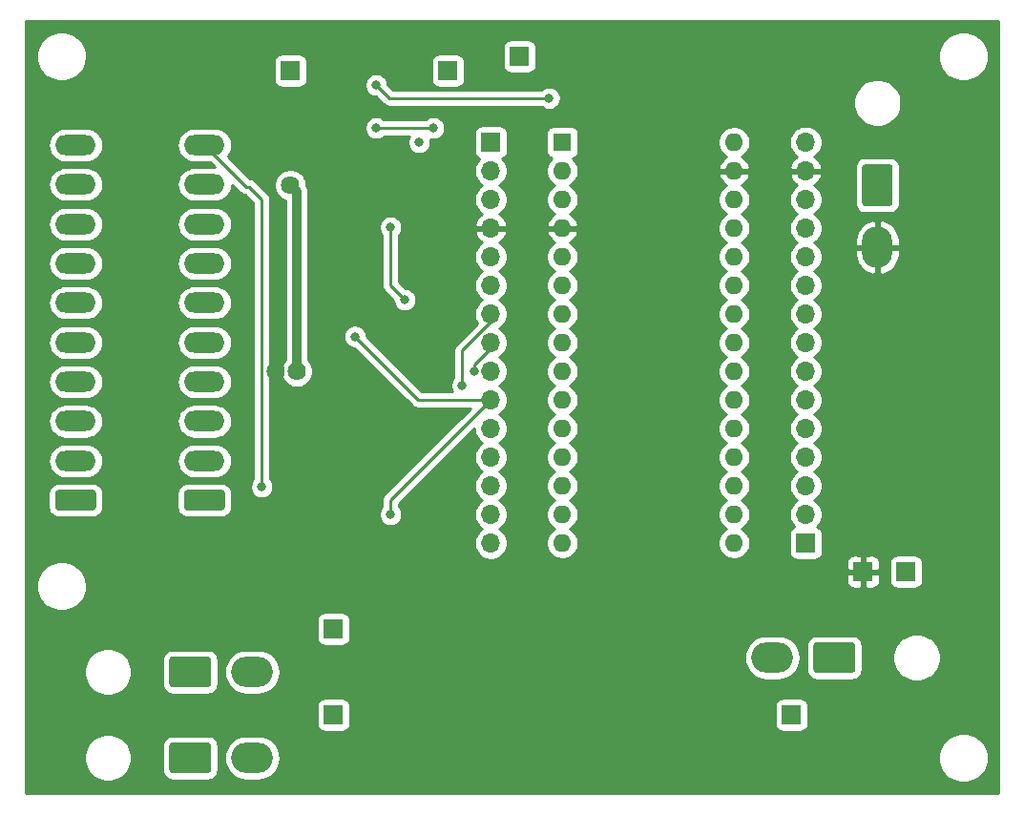
<source format=gbl>
G04 #@! TF.GenerationSoftware,KiCad,Pcbnew,(5.1.10)-1*
G04 #@! TF.CreationDate,2021-12-04T11:06:55-08:00*
G04 #@! TF.ProjectId,fuelCellControl,6675656c-4365-46c6-9c43-6f6e74726f6c,rev?*
G04 #@! TF.SameCoordinates,Original*
G04 #@! TF.FileFunction,Copper,L2,Bot*
G04 #@! TF.FilePolarity,Positive*
%FSLAX46Y46*%
G04 Gerber Fmt 4.6, Leading zero omitted, Abs format (unit mm)*
G04 Created by KiCad (PCBNEW (5.1.10)-1) date 2021-12-04 11:06:55*
%MOMM*%
%LPD*%
G01*
G04 APERTURE LIST*
G04 #@! TA.AperFunction,ComponentPad*
%ADD10O,1.600000X1.600000*%
G04 #@! TD*
G04 #@! TA.AperFunction,ComponentPad*
%ADD11R,1.600000X1.600000*%
G04 #@! TD*
G04 #@! TA.AperFunction,ComponentPad*
%ADD12R,1.700000X1.700000*%
G04 #@! TD*
G04 #@! TA.AperFunction,ComponentPad*
%ADD13O,3.600000X1.800000*%
G04 #@! TD*
G04 #@! TA.AperFunction,ComponentPad*
%ADD14O,3.700000X2.700000*%
G04 #@! TD*
G04 #@! TA.AperFunction,ComponentPad*
%ADD15O,1.700000X1.700000*%
G04 #@! TD*
G04 #@! TA.AperFunction,ComponentPad*
%ADD16O,2.700000X3.700000*%
G04 #@! TD*
G04 #@! TA.AperFunction,ViaPad*
%ADD17C,1.625600*%
G04 #@! TD*
G04 #@! TA.AperFunction,ViaPad*
%ADD18C,0.800000*%
G04 #@! TD*
G04 #@! TA.AperFunction,Conductor*
%ADD19C,0.250000*%
G04 #@! TD*
G04 #@! TA.AperFunction,Conductor*
%ADD20C,0.812800*%
G04 #@! TD*
G04 #@! TA.AperFunction,Conductor*
%ADD21C,0.254000*%
G04 #@! TD*
G04 #@! TA.AperFunction,Conductor*
%ADD22C,0.100000*%
G04 #@! TD*
G04 APERTURE END LIST*
D10*
X130810000Y-109220000D03*
X115570000Y-109220000D03*
X130810000Y-73660000D03*
X115570000Y-106680000D03*
X130810000Y-76200000D03*
X115570000Y-104140000D03*
X130810000Y-78740000D03*
X115570000Y-101600000D03*
X130810000Y-81280000D03*
X115570000Y-99060000D03*
X130810000Y-83820000D03*
X115570000Y-96520000D03*
X130810000Y-86360000D03*
X115570000Y-93980000D03*
X130810000Y-88900000D03*
X115570000Y-91440000D03*
X130810000Y-91440000D03*
X115570000Y-88900000D03*
X130810000Y-93980000D03*
X115570000Y-86360000D03*
X130810000Y-96520000D03*
X115570000Y-83820000D03*
X130810000Y-99060000D03*
X115570000Y-81280000D03*
X130810000Y-101600000D03*
X115570000Y-78740000D03*
X130810000Y-104140000D03*
X115570000Y-76200000D03*
X130810000Y-106680000D03*
D11*
X115570000Y-73660000D03*
D12*
X105410000Y-67310000D03*
X91440000Y-67310000D03*
X135890000Y-124460000D03*
X111760000Y-66040000D03*
X142240000Y-111760000D03*
X95250000Y-116840000D03*
X146050000Y-111760000D03*
X95250000Y-124460000D03*
D13*
X72390000Y-73910000D03*
X72390000Y-77410000D03*
X72390000Y-80910000D03*
X72390000Y-84410000D03*
X72390000Y-87910000D03*
X72390000Y-91410000D03*
X72390000Y-94910000D03*
X72390000Y-98410000D03*
X72390000Y-101910000D03*
G04 #@! TA.AperFunction,ComponentPad*
G36*
G01*
X73940000Y-106310000D02*
X70840000Y-106310000D01*
G75*
G02*
X70590000Y-106060000I0J250000D01*
G01*
X70590000Y-104760000D01*
G75*
G02*
X70840000Y-104510000I250000J0D01*
G01*
X73940000Y-104510000D01*
G75*
G02*
X74190000Y-104760000I0J-250000D01*
G01*
X74190000Y-106060000D01*
G75*
G02*
X73940000Y-106310000I-250000J0D01*
G01*
G37*
G04 #@! TD.AperFunction*
X83820000Y-73910000D03*
X83820000Y-77410000D03*
X83820000Y-80910000D03*
X83820000Y-84410000D03*
X83820000Y-87910000D03*
X83820000Y-91410000D03*
X83820000Y-94910000D03*
X83820000Y-98410000D03*
X83820000Y-101910000D03*
G04 #@! TA.AperFunction,ComponentPad*
G36*
G01*
X85370000Y-106310000D02*
X82270000Y-106310000D01*
G75*
G02*
X82020000Y-106060000I0J250000D01*
G01*
X82020000Y-104760000D01*
G75*
G02*
X82270000Y-104510000I250000J0D01*
G01*
X85370000Y-104510000D01*
G75*
G02*
X85620000Y-104760000I0J-250000D01*
G01*
X85620000Y-106060000D01*
G75*
G02*
X85370000Y-106310000I-250000J0D01*
G01*
G37*
G04 #@! TD.AperFunction*
D14*
X134200000Y-119380000D03*
G04 #@! TA.AperFunction,ComponentPad*
G36*
G01*
X138100001Y-118030000D02*
X141299999Y-118030000D01*
G75*
G02*
X141550000Y-118280001I0J-250001D01*
G01*
X141550000Y-120479999D01*
G75*
G02*
X141299999Y-120730000I-250001J0D01*
G01*
X138100001Y-120730000D01*
G75*
G02*
X137850000Y-120479999I0J250001D01*
G01*
X137850000Y-118280001D01*
G75*
G02*
X138100001Y-118030000I250001J0D01*
G01*
G37*
G04 #@! TD.AperFunction*
D15*
X137160000Y-73660000D03*
X137160000Y-76200000D03*
X137160000Y-78740000D03*
X137160000Y-81280000D03*
X137160000Y-83820000D03*
X137160000Y-86360000D03*
X137160000Y-88900000D03*
X137160000Y-91440000D03*
X137160000Y-93980000D03*
X137160000Y-96520000D03*
X137160000Y-99060000D03*
X137160000Y-101600000D03*
X137160000Y-104140000D03*
X137160000Y-106680000D03*
D12*
X137160000Y-109220000D03*
D14*
X88050000Y-120650000D03*
G04 #@! TA.AperFunction,ComponentPad*
G36*
G01*
X84149999Y-122000000D02*
X80950001Y-122000000D01*
G75*
G02*
X80700000Y-121749999I0J250001D01*
G01*
X80700000Y-119550001D01*
G75*
G02*
X80950001Y-119300000I250001J0D01*
G01*
X84149999Y-119300000D01*
G75*
G02*
X84400000Y-119550001I0J-250001D01*
G01*
X84400000Y-121749999D01*
G75*
G02*
X84149999Y-122000000I-250001J0D01*
G01*
G37*
G04 #@! TD.AperFunction*
X88050000Y-128270000D03*
G04 #@! TA.AperFunction,ComponentPad*
G36*
G01*
X84149999Y-129620000D02*
X80950001Y-129620000D01*
G75*
G02*
X80700000Y-129369999I0J250001D01*
G01*
X80700000Y-127170001D01*
G75*
G02*
X80950001Y-126920000I250001J0D01*
G01*
X84149999Y-126920000D01*
G75*
G02*
X84400000Y-127170001I0J-250001D01*
G01*
X84400000Y-129369999D01*
G75*
G02*
X84149999Y-129620000I-250001J0D01*
G01*
G37*
G04 #@! TD.AperFunction*
D15*
X109220000Y-109220000D03*
X109220000Y-106680000D03*
X109220000Y-104140000D03*
X109220000Y-101600000D03*
X109220000Y-99060000D03*
X109220000Y-96520000D03*
X109220000Y-93980000D03*
X109220000Y-91440000D03*
X109220000Y-88900000D03*
X109220000Y-86360000D03*
X109220000Y-83820000D03*
X109220000Y-81280000D03*
X109220000Y-78740000D03*
X109220000Y-76200000D03*
D12*
X109220000Y-73660000D03*
D16*
X143510000Y-82970000D03*
G04 #@! TA.AperFunction,ComponentPad*
G36*
G01*
X142160000Y-79069999D02*
X142160000Y-75870001D01*
G75*
G02*
X142410001Y-75620000I250001J0D01*
G01*
X144609999Y-75620000D01*
G75*
G02*
X144860000Y-75870001I0J-250001D01*
G01*
X144860000Y-79069999D01*
G75*
G02*
X144609999Y-79320000I-250001J0D01*
G01*
X142410001Y-79320000D01*
G75*
G02*
X142160000Y-79069999I0J250001D01*
G01*
G37*
G04 #@! TD.AperFunction*
D17*
X115570000Y-66040000D03*
X97790000Y-107950000D03*
X98425000Y-88265000D03*
X100330000Y-76200000D03*
X91440000Y-72390000D03*
X90170000Y-93980000D03*
X105410000Y-120650000D03*
X105410000Y-124460000D03*
X101600000Y-130810000D03*
X116840000Y-123190000D03*
D18*
X101600000Y-66040000D03*
X96520000Y-66040000D03*
X88900000Y-104230000D03*
X101600000Y-87630000D03*
X100330000Y-81190000D03*
X114394999Y-69755001D03*
X99060000Y-68580000D03*
D17*
X91995603Y-93980000D03*
X91440000Y-77470000D03*
D18*
X100330000Y-106680000D03*
X97155000Y-90885001D03*
X107769997Y-93980000D03*
X106680000Y-95250000D03*
X99060000Y-72390000D03*
X104140000Y-72390000D03*
X102870000Y-73660000D03*
D19*
X88900000Y-82075000D02*
X88900000Y-82550000D01*
X88900000Y-82550000D02*
X88900000Y-104140000D01*
X87755000Y-77595000D02*
X87505000Y-77595000D01*
X83820000Y-73910000D02*
X87505000Y-77595000D01*
X88900000Y-78740000D02*
X88900000Y-82550000D01*
X87755000Y-77595000D02*
X88900000Y-78740000D01*
X100330000Y-86360000D02*
X100330000Y-81190000D01*
X101600000Y-87630000D02*
X100330000Y-86360000D01*
X100235001Y-69755001D02*
X99060000Y-68580000D01*
X114394999Y-69755001D02*
X100235001Y-69755001D01*
D20*
X91995603Y-78025603D02*
X91440000Y-77470000D01*
X91995603Y-93980000D02*
X91995603Y-78025603D01*
D19*
X100330000Y-105410000D02*
X109220000Y-96520000D01*
X102789999Y-96520000D02*
X109220000Y-96520000D01*
X97155000Y-90885001D02*
X102789999Y-96520000D01*
X100330000Y-105410000D02*
X100330000Y-106680000D01*
X109220000Y-91964312D02*
X109220000Y-91440000D01*
X107769997Y-93414315D02*
X109220000Y-91964312D01*
X107769997Y-93980000D02*
X107769997Y-93414315D01*
X109220000Y-89604315D02*
X109220000Y-88900000D01*
X106680000Y-92144315D02*
X109220000Y-89604315D01*
X106680000Y-95250000D02*
X106680000Y-92144315D01*
X99060000Y-72390000D02*
X104140000Y-72390000D01*
X105410000Y-67572158D02*
X105410000Y-67310000D01*
D21*
X154280001Y-131420000D02*
X67970000Y-131420000D01*
X67970000Y-128059721D01*
X73115000Y-128059721D01*
X73115000Y-128480279D01*
X73197047Y-128892756D01*
X73357988Y-129281302D01*
X73591637Y-129630983D01*
X73889017Y-129928363D01*
X74238698Y-130162012D01*
X74627244Y-130322953D01*
X75039721Y-130405000D01*
X75460279Y-130405000D01*
X75872756Y-130322953D01*
X76261302Y-130162012D01*
X76610983Y-129928363D01*
X76908363Y-129630983D01*
X77142012Y-129281302D01*
X77302953Y-128892756D01*
X77385000Y-128480279D01*
X77385000Y-128059721D01*
X77302953Y-127647244D01*
X77142012Y-127258698D01*
X77082747Y-127170001D01*
X80061928Y-127170001D01*
X80061928Y-129369999D01*
X80078992Y-129543253D01*
X80129529Y-129709850D01*
X80211595Y-129863386D01*
X80322039Y-129997961D01*
X80456614Y-130108405D01*
X80610150Y-130190471D01*
X80776747Y-130241008D01*
X80950001Y-130258072D01*
X84149999Y-130258072D01*
X84323253Y-130241008D01*
X84489850Y-130190471D01*
X84643386Y-130108405D01*
X84777961Y-129997961D01*
X84888405Y-129863386D01*
X84970471Y-129709850D01*
X85021008Y-129543253D01*
X85038072Y-129369999D01*
X85038072Y-128270000D01*
X85555396Y-128270000D01*
X85593722Y-128659128D01*
X85707226Y-129033302D01*
X85891547Y-129378143D01*
X86139602Y-129680398D01*
X86441857Y-129928453D01*
X86786698Y-130112774D01*
X87160872Y-130226278D01*
X87452490Y-130255000D01*
X88647510Y-130255000D01*
X88939128Y-130226278D01*
X89313302Y-130112774D01*
X89658143Y-129928453D01*
X89960398Y-129680398D01*
X90208453Y-129378143D01*
X90392774Y-129033302D01*
X90506278Y-128659128D01*
X90544604Y-128270000D01*
X90522924Y-128049872D01*
X148895000Y-128049872D01*
X148895000Y-128490128D01*
X148980890Y-128921925D01*
X149149369Y-129328669D01*
X149393962Y-129694729D01*
X149705271Y-130006038D01*
X150071331Y-130250631D01*
X150478075Y-130419110D01*
X150909872Y-130505000D01*
X151350128Y-130505000D01*
X151781925Y-130419110D01*
X152188669Y-130250631D01*
X152554729Y-130006038D01*
X152866038Y-129694729D01*
X153110631Y-129328669D01*
X153279110Y-128921925D01*
X153365000Y-128490128D01*
X153365000Y-128049872D01*
X153279110Y-127618075D01*
X153110631Y-127211331D01*
X152866038Y-126845271D01*
X152554729Y-126533962D01*
X152188669Y-126289369D01*
X151781925Y-126120890D01*
X151350128Y-126035000D01*
X150909872Y-126035000D01*
X150478075Y-126120890D01*
X150071331Y-126289369D01*
X149705271Y-126533962D01*
X149393962Y-126845271D01*
X149149369Y-127211331D01*
X148980890Y-127618075D01*
X148895000Y-128049872D01*
X90522924Y-128049872D01*
X90506278Y-127880872D01*
X90392774Y-127506698D01*
X90208453Y-127161857D01*
X89960398Y-126859602D01*
X89658143Y-126611547D01*
X89313302Y-126427226D01*
X88939128Y-126313722D01*
X88647510Y-126285000D01*
X87452490Y-126285000D01*
X87160872Y-126313722D01*
X86786698Y-126427226D01*
X86441857Y-126611547D01*
X86139602Y-126859602D01*
X85891547Y-127161857D01*
X85707226Y-127506698D01*
X85593722Y-127880872D01*
X85555396Y-128270000D01*
X85038072Y-128270000D01*
X85038072Y-127170001D01*
X85021008Y-126996747D01*
X84970471Y-126830150D01*
X84888405Y-126676614D01*
X84777961Y-126542039D01*
X84643386Y-126431595D01*
X84489850Y-126349529D01*
X84323253Y-126298992D01*
X84149999Y-126281928D01*
X80950001Y-126281928D01*
X80776747Y-126298992D01*
X80610150Y-126349529D01*
X80456614Y-126431595D01*
X80322039Y-126542039D01*
X80211595Y-126676614D01*
X80129529Y-126830150D01*
X80078992Y-126996747D01*
X80061928Y-127170001D01*
X77082747Y-127170001D01*
X76908363Y-126909017D01*
X76610983Y-126611637D01*
X76261302Y-126377988D01*
X75872756Y-126217047D01*
X75460279Y-126135000D01*
X75039721Y-126135000D01*
X74627244Y-126217047D01*
X74238698Y-126377988D01*
X73889017Y-126611637D01*
X73591637Y-126909017D01*
X73357988Y-127258698D01*
X73197047Y-127647244D01*
X73115000Y-128059721D01*
X67970000Y-128059721D01*
X67970000Y-123610000D01*
X93761928Y-123610000D01*
X93761928Y-125310000D01*
X93774188Y-125434482D01*
X93810498Y-125554180D01*
X93869463Y-125664494D01*
X93948815Y-125761185D01*
X94045506Y-125840537D01*
X94155820Y-125899502D01*
X94275518Y-125935812D01*
X94400000Y-125948072D01*
X96100000Y-125948072D01*
X96224482Y-125935812D01*
X96344180Y-125899502D01*
X96454494Y-125840537D01*
X96551185Y-125761185D01*
X96630537Y-125664494D01*
X96689502Y-125554180D01*
X96725812Y-125434482D01*
X96738072Y-125310000D01*
X96738072Y-123610000D01*
X134401928Y-123610000D01*
X134401928Y-125310000D01*
X134414188Y-125434482D01*
X134450498Y-125554180D01*
X134509463Y-125664494D01*
X134588815Y-125761185D01*
X134685506Y-125840537D01*
X134795820Y-125899502D01*
X134915518Y-125935812D01*
X135040000Y-125948072D01*
X136740000Y-125948072D01*
X136864482Y-125935812D01*
X136984180Y-125899502D01*
X137094494Y-125840537D01*
X137191185Y-125761185D01*
X137270537Y-125664494D01*
X137329502Y-125554180D01*
X137365812Y-125434482D01*
X137378072Y-125310000D01*
X137378072Y-123610000D01*
X137365812Y-123485518D01*
X137329502Y-123365820D01*
X137270537Y-123255506D01*
X137191185Y-123158815D01*
X137094494Y-123079463D01*
X136984180Y-123020498D01*
X136864482Y-122984188D01*
X136740000Y-122971928D01*
X135040000Y-122971928D01*
X134915518Y-122984188D01*
X134795820Y-123020498D01*
X134685506Y-123079463D01*
X134588815Y-123158815D01*
X134509463Y-123255506D01*
X134450498Y-123365820D01*
X134414188Y-123485518D01*
X134401928Y-123610000D01*
X96738072Y-123610000D01*
X96725812Y-123485518D01*
X96689502Y-123365820D01*
X96630537Y-123255506D01*
X96551185Y-123158815D01*
X96454494Y-123079463D01*
X96344180Y-123020498D01*
X96224482Y-122984188D01*
X96100000Y-122971928D01*
X94400000Y-122971928D01*
X94275518Y-122984188D01*
X94155820Y-123020498D01*
X94045506Y-123079463D01*
X93948815Y-123158815D01*
X93869463Y-123255506D01*
X93810498Y-123365820D01*
X93774188Y-123485518D01*
X93761928Y-123610000D01*
X67970000Y-123610000D01*
X67970000Y-120439721D01*
X73115000Y-120439721D01*
X73115000Y-120860279D01*
X73197047Y-121272756D01*
X73357988Y-121661302D01*
X73591637Y-122010983D01*
X73889017Y-122308363D01*
X74238698Y-122542012D01*
X74627244Y-122702953D01*
X75039721Y-122785000D01*
X75460279Y-122785000D01*
X75872756Y-122702953D01*
X76261302Y-122542012D01*
X76610983Y-122308363D01*
X76908363Y-122010983D01*
X77142012Y-121661302D01*
X77302953Y-121272756D01*
X77385000Y-120860279D01*
X77385000Y-120439721D01*
X77302953Y-120027244D01*
X77142012Y-119638698D01*
X77082747Y-119550001D01*
X80061928Y-119550001D01*
X80061928Y-121749999D01*
X80078992Y-121923253D01*
X80129529Y-122089850D01*
X80211595Y-122243386D01*
X80322039Y-122377961D01*
X80456614Y-122488405D01*
X80610150Y-122570471D01*
X80776747Y-122621008D01*
X80950001Y-122638072D01*
X84149999Y-122638072D01*
X84323253Y-122621008D01*
X84489850Y-122570471D01*
X84643386Y-122488405D01*
X84777961Y-122377961D01*
X84888405Y-122243386D01*
X84970471Y-122089850D01*
X85021008Y-121923253D01*
X85038072Y-121749999D01*
X85038072Y-120650000D01*
X85555396Y-120650000D01*
X85593722Y-121039128D01*
X85707226Y-121413302D01*
X85891547Y-121758143D01*
X86139602Y-122060398D01*
X86441857Y-122308453D01*
X86786698Y-122492774D01*
X87160872Y-122606278D01*
X87452490Y-122635000D01*
X88647510Y-122635000D01*
X88939128Y-122606278D01*
X89313302Y-122492774D01*
X89658143Y-122308453D01*
X89960398Y-122060398D01*
X90208453Y-121758143D01*
X90392774Y-121413302D01*
X90506278Y-121039128D01*
X90544604Y-120650000D01*
X90506278Y-120260872D01*
X90392774Y-119886698D01*
X90208453Y-119541857D01*
X90075621Y-119380000D01*
X131705396Y-119380000D01*
X131743722Y-119769128D01*
X131857226Y-120143302D01*
X132041547Y-120488143D01*
X132289602Y-120790398D01*
X132591857Y-121038453D01*
X132936698Y-121222774D01*
X133310872Y-121336278D01*
X133602490Y-121365000D01*
X134797510Y-121365000D01*
X135089128Y-121336278D01*
X135463302Y-121222774D01*
X135808143Y-121038453D01*
X136110398Y-120790398D01*
X136358453Y-120488143D01*
X136542774Y-120143302D01*
X136656278Y-119769128D01*
X136694604Y-119380000D01*
X136656278Y-118990872D01*
X136542774Y-118616698D01*
X136362807Y-118280001D01*
X137211928Y-118280001D01*
X137211928Y-120479999D01*
X137228992Y-120653253D01*
X137279529Y-120819850D01*
X137361595Y-120973386D01*
X137472039Y-121107961D01*
X137606614Y-121218405D01*
X137760150Y-121300471D01*
X137926747Y-121351008D01*
X138100001Y-121368072D01*
X141299999Y-121368072D01*
X141473253Y-121351008D01*
X141639850Y-121300471D01*
X141793386Y-121218405D01*
X141927961Y-121107961D01*
X142038405Y-120973386D01*
X142120471Y-120819850D01*
X142171008Y-120653253D01*
X142188072Y-120479999D01*
X142188072Y-119169721D01*
X144865000Y-119169721D01*
X144865000Y-119590279D01*
X144947047Y-120002756D01*
X145107988Y-120391302D01*
X145341637Y-120740983D01*
X145639017Y-121038363D01*
X145988698Y-121272012D01*
X146377244Y-121432953D01*
X146789721Y-121515000D01*
X147210279Y-121515000D01*
X147622756Y-121432953D01*
X148011302Y-121272012D01*
X148360983Y-121038363D01*
X148658363Y-120740983D01*
X148892012Y-120391302D01*
X149052953Y-120002756D01*
X149135000Y-119590279D01*
X149135000Y-119169721D01*
X149052953Y-118757244D01*
X148892012Y-118368698D01*
X148658363Y-118019017D01*
X148360983Y-117721637D01*
X148011302Y-117487988D01*
X147622756Y-117327047D01*
X147210279Y-117245000D01*
X146789721Y-117245000D01*
X146377244Y-117327047D01*
X145988698Y-117487988D01*
X145639017Y-117721637D01*
X145341637Y-118019017D01*
X145107988Y-118368698D01*
X144947047Y-118757244D01*
X144865000Y-119169721D01*
X142188072Y-119169721D01*
X142188072Y-118280001D01*
X142171008Y-118106747D01*
X142120471Y-117940150D01*
X142038405Y-117786614D01*
X141927961Y-117652039D01*
X141793386Y-117541595D01*
X141639850Y-117459529D01*
X141473253Y-117408992D01*
X141299999Y-117391928D01*
X138100001Y-117391928D01*
X137926747Y-117408992D01*
X137760150Y-117459529D01*
X137606614Y-117541595D01*
X137472039Y-117652039D01*
X137361595Y-117786614D01*
X137279529Y-117940150D01*
X137228992Y-118106747D01*
X137211928Y-118280001D01*
X136362807Y-118280001D01*
X136358453Y-118271857D01*
X136110398Y-117969602D01*
X135808143Y-117721547D01*
X135463302Y-117537226D01*
X135089128Y-117423722D01*
X134797510Y-117395000D01*
X133602490Y-117395000D01*
X133310872Y-117423722D01*
X132936698Y-117537226D01*
X132591857Y-117721547D01*
X132289602Y-117969602D01*
X132041547Y-118271857D01*
X131857226Y-118616698D01*
X131743722Y-118990872D01*
X131705396Y-119380000D01*
X90075621Y-119380000D01*
X89960398Y-119239602D01*
X89658143Y-118991547D01*
X89313302Y-118807226D01*
X88939128Y-118693722D01*
X88647510Y-118665000D01*
X87452490Y-118665000D01*
X87160872Y-118693722D01*
X86786698Y-118807226D01*
X86441857Y-118991547D01*
X86139602Y-119239602D01*
X85891547Y-119541857D01*
X85707226Y-119886698D01*
X85593722Y-120260872D01*
X85555396Y-120650000D01*
X85038072Y-120650000D01*
X85038072Y-119550001D01*
X85021008Y-119376747D01*
X84970471Y-119210150D01*
X84888405Y-119056614D01*
X84777961Y-118922039D01*
X84643386Y-118811595D01*
X84489850Y-118729529D01*
X84323253Y-118678992D01*
X84149999Y-118661928D01*
X80950001Y-118661928D01*
X80776747Y-118678992D01*
X80610150Y-118729529D01*
X80456614Y-118811595D01*
X80322039Y-118922039D01*
X80211595Y-119056614D01*
X80129529Y-119210150D01*
X80078992Y-119376747D01*
X80061928Y-119550001D01*
X77082747Y-119550001D01*
X76908363Y-119289017D01*
X76610983Y-118991637D01*
X76261302Y-118757988D01*
X75872756Y-118597047D01*
X75460279Y-118515000D01*
X75039721Y-118515000D01*
X74627244Y-118597047D01*
X74238698Y-118757988D01*
X73889017Y-118991637D01*
X73591637Y-119289017D01*
X73357988Y-119638698D01*
X73197047Y-120027244D01*
X73115000Y-120439721D01*
X67970000Y-120439721D01*
X67970000Y-115990000D01*
X93761928Y-115990000D01*
X93761928Y-117690000D01*
X93774188Y-117814482D01*
X93810498Y-117934180D01*
X93869463Y-118044494D01*
X93948815Y-118141185D01*
X94045506Y-118220537D01*
X94155820Y-118279502D01*
X94275518Y-118315812D01*
X94400000Y-118328072D01*
X96100000Y-118328072D01*
X96224482Y-118315812D01*
X96344180Y-118279502D01*
X96454494Y-118220537D01*
X96551185Y-118141185D01*
X96630537Y-118044494D01*
X96689502Y-117934180D01*
X96725812Y-117814482D01*
X96738072Y-117690000D01*
X96738072Y-115990000D01*
X96725812Y-115865518D01*
X96689502Y-115745820D01*
X96630537Y-115635506D01*
X96551185Y-115538815D01*
X96454494Y-115459463D01*
X96344180Y-115400498D01*
X96224482Y-115364188D01*
X96100000Y-115351928D01*
X94400000Y-115351928D01*
X94275518Y-115364188D01*
X94155820Y-115400498D01*
X94045506Y-115459463D01*
X93948815Y-115538815D01*
X93869463Y-115635506D01*
X93810498Y-115745820D01*
X93774188Y-115865518D01*
X93761928Y-115990000D01*
X67970000Y-115990000D01*
X67970000Y-112809872D01*
X68885000Y-112809872D01*
X68885000Y-113250128D01*
X68970890Y-113681925D01*
X69139369Y-114088669D01*
X69383962Y-114454729D01*
X69695271Y-114766038D01*
X70061331Y-115010631D01*
X70468075Y-115179110D01*
X70899872Y-115265000D01*
X71340128Y-115265000D01*
X71771925Y-115179110D01*
X72178669Y-115010631D01*
X72544729Y-114766038D01*
X72856038Y-114454729D01*
X73100631Y-114088669D01*
X73269110Y-113681925D01*
X73355000Y-113250128D01*
X73355000Y-112809872D01*
X73315243Y-112610000D01*
X140751928Y-112610000D01*
X140764188Y-112734482D01*
X140800498Y-112854180D01*
X140859463Y-112964494D01*
X140938815Y-113061185D01*
X141035506Y-113140537D01*
X141145820Y-113199502D01*
X141265518Y-113235812D01*
X141390000Y-113248072D01*
X141954250Y-113245000D01*
X142113000Y-113086250D01*
X142113000Y-111887000D01*
X142367000Y-111887000D01*
X142367000Y-113086250D01*
X142525750Y-113245000D01*
X143090000Y-113248072D01*
X143214482Y-113235812D01*
X143334180Y-113199502D01*
X143444494Y-113140537D01*
X143541185Y-113061185D01*
X143620537Y-112964494D01*
X143679502Y-112854180D01*
X143715812Y-112734482D01*
X143728072Y-112610000D01*
X143725000Y-112045750D01*
X143566250Y-111887000D01*
X142367000Y-111887000D01*
X142113000Y-111887000D01*
X140913750Y-111887000D01*
X140755000Y-112045750D01*
X140751928Y-112610000D01*
X73315243Y-112610000D01*
X73269110Y-112378075D01*
X73100631Y-111971331D01*
X72856038Y-111605271D01*
X72544729Y-111293962D01*
X72178669Y-111049369D01*
X71842203Y-110910000D01*
X140751928Y-110910000D01*
X140755000Y-111474250D01*
X140913750Y-111633000D01*
X142113000Y-111633000D01*
X142113000Y-110433750D01*
X142367000Y-110433750D01*
X142367000Y-111633000D01*
X143566250Y-111633000D01*
X143725000Y-111474250D01*
X143728072Y-110910000D01*
X144561928Y-110910000D01*
X144561928Y-112610000D01*
X144574188Y-112734482D01*
X144610498Y-112854180D01*
X144669463Y-112964494D01*
X144748815Y-113061185D01*
X144845506Y-113140537D01*
X144955820Y-113199502D01*
X145075518Y-113235812D01*
X145200000Y-113248072D01*
X146900000Y-113248072D01*
X147024482Y-113235812D01*
X147144180Y-113199502D01*
X147254494Y-113140537D01*
X147351185Y-113061185D01*
X147430537Y-112964494D01*
X147489502Y-112854180D01*
X147525812Y-112734482D01*
X147538072Y-112610000D01*
X147538072Y-110910000D01*
X147525812Y-110785518D01*
X147489502Y-110665820D01*
X147430537Y-110555506D01*
X147351185Y-110458815D01*
X147254494Y-110379463D01*
X147144180Y-110320498D01*
X147024482Y-110284188D01*
X146900000Y-110271928D01*
X145200000Y-110271928D01*
X145075518Y-110284188D01*
X144955820Y-110320498D01*
X144845506Y-110379463D01*
X144748815Y-110458815D01*
X144669463Y-110555506D01*
X144610498Y-110665820D01*
X144574188Y-110785518D01*
X144561928Y-110910000D01*
X143728072Y-110910000D01*
X143715812Y-110785518D01*
X143679502Y-110665820D01*
X143620537Y-110555506D01*
X143541185Y-110458815D01*
X143444494Y-110379463D01*
X143334180Y-110320498D01*
X143214482Y-110284188D01*
X143090000Y-110271928D01*
X142525750Y-110275000D01*
X142367000Y-110433750D01*
X142113000Y-110433750D01*
X141954250Y-110275000D01*
X141390000Y-110271928D01*
X141265518Y-110284188D01*
X141145820Y-110320498D01*
X141035506Y-110379463D01*
X140938815Y-110458815D01*
X140859463Y-110555506D01*
X140800498Y-110665820D01*
X140764188Y-110785518D01*
X140751928Y-110910000D01*
X71842203Y-110910000D01*
X71771925Y-110880890D01*
X71340128Y-110795000D01*
X70899872Y-110795000D01*
X70468075Y-110880890D01*
X70061331Y-111049369D01*
X69695271Y-111293962D01*
X69383962Y-111605271D01*
X69139369Y-111971331D01*
X68970890Y-112378075D01*
X68885000Y-112809872D01*
X67970000Y-112809872D01*
X67970000Y-104760000D01*
X69951928Y-104760000D01*
X69951928Y-106060000D01*
X69968992Y-106233254D01*
X70019528Y-106399850D01*
X70101595Y-106553386D01*
X70212038Y-106687962D01*
X70346614Y-106798405D01*
X70500150Y-106880472D01*
X70666746Y-106931008D01*
X70840000Y-106948072D01*
X73940000Y-106948072D01*
X74113254Y-106931008D01*
X74279850Y-106880472D01*
X74433386Y-106798405D01*
X74567962Y-106687962D01*
X74678405Y-106553386D01*
X74760472Y-106399850D01*
X74811008Y-106233254D01*
X74828072Y-106060000D01*
X74828072Y-104760000D01*
X81381928Y-104760000D01*
X81381928Y-106060000D01*
X81398992Y-106233254D01*
X81449528Y-106399850D01*
X81531595Y-106553386D01*
X81642038Y-106687962D01*
X81776614Y-106798405D01*
X81930150Y-106880472D01*
X82096746Y-106931008D01*
X82270000Y-106948072D01*
X85370000Y-106948072D01*
X85543254Y-106931008D01*
X85709850Y-106880472D01*
X85863386Y-106798405D01*
X85997962Y-106687962D01*
X86108405Y-106553386D01*
X86190472Y-106399850D01*
X86241008Y-106233254D01*
X86258072Y-106060000D01*
X86258072Y-104760000D01*
X86241008Y-104586746D01*
X86190472Y-104420150D01*
X86108405Y-104266614D01*
X85997962Y-104132038D01*
X85863386Y-104021595D01*
X85709850Y-103939528D01*
X85543254Y-103888992D01*
X85370000Y-103871928D01*
X82270000Y-103871928D01*
X82096746Y-103888992D01*
X81930150Y-103939528D01*
X81776614Y-104021595D01*
X81642038Y-104132038D01*
X81531595Y-104266614D01*
X81449528Y-104420150D01*
X81398992Y-104586746D01*
X81381928Y-104760000D01*
X74828072Y-104760000D01*
X74811008Y-104586746D01*
X74760472Y-104420150D01*
X74678405Y-104266614D01*
X74567962Y-104132038D01*
X74433386Y-104021595D01*
X74279850Y-103939528D01*
X74113254Y-103888992D01*
X73940000Y-103871928D01*
X70840000Y-103871928D01*
X70666746Y-103888992D01*
X70500150Y-103939528D01*
X70346614Y-104021595D01*
X70212038Y-104132038D01*
X70101595Y-104266614D01*
X70019528Y-104420150D01*
X69968992Y-104586746D01*
X69951928Y-104760000D01*
X67970000Y-104760000D01*
X67970000Y-101910000D01*
X69947573Y-101910000D01*
X69977210Y-102210913D01*
X70064983Y-102500261D01*
X70207519Y-102766927D01*
X70399339Y-103000661D01*
X70633073Y-103192481D01*
X70899739Y-103335017D01*
X71189087Y-103422790D01*
X71414592Y-103445000D01*
X73365408Y-103445000D01*
X73590913Y-103422790D01*
X73880261Y-103335017D01*
X74146927Y-103192481D01*
X74380661Y-103000661D01*
X74572481Y-102766927D01*
X74715017Y-102500261D01*
X74802790Y-102210913D01*
X74832427Y-101910000D01*
X81377573Y-101910000D01*
X81407210Y-102210913D01*
X81494983Y-102500261D01*
X81637519Y-102766927D01*
X81829339Y-103000661D01*
X82063073Y-103192481D01*
X82329739Y-103335017D01*
X82619087Y-103422790D01*
X82844592Y-103445000D01*
X84795408Y-103445000D01*
X85020913Y-103422790D01*
X85310261Y-103335017D01*
X85576927Y-103192481D01*
X85810661Y-103000661D01*
X86002481Y-102766927D01*
X86145017Y-102500261D01*
X86232790Y-102210913D01*
X86262427Y-101910000D01*
X86232790Y-101609087D01*
X86145017Y-101319739D01*
X86002481Y-101053073D01*
X85810661Y-100819339D01*
X85576927Y-100627519D01*
X85310261Y-100484983D01*
X85020913Y-100397210D01*
X84795408Y-100375000D01*
X82844592Y-100375000D01*
X82619087Y-100397210D01*
X82329739Y-100484983D01*
X82063073Y-100627519D01*
X81829339Y-100819339D01*
X81637519Y-101053073D01*
X81494983Y-101319739D01*
X81407210Y-101609087D01*
X81377573Y-101910000D01*
X74832427Y-101910000D01*
X74802790Y-101609087D01*
X74715017Y-101319739D01*
X74572481Y-101053073D01*
X74380661Y-100819339D01*
X74146927Y-100627519D01*
X73880261Y-100484983D01*
X73590913Y-100397210D01*
X73365408Y-100375000D01*
X71414592Y-100375000D01*
X71189087Y-100397210D01*
X70899739Y-100484983D01*
X70633073Y-100627519D01*
X70399339Y-100819339D01*
X70207519Y-101053073D01*
X70064983Y-101319739D01*
X69977210Y-101609087D01*
X69947573Y-101910000D01*
X67970000Y-101910000D01*
X67970000Y-98410000D01*
X69947573Y-98410000D01*
X69977210Y-98710913D01*
X70064983Y-99000261D01*
X70207519Y-99266927D01*
X70399339Y-99500661D01*
X70633073Y-99692481D01*
X70899739Y-99835017D01*
X71189087Y-99922790D01*
X71414592Y-99945000D01*
X73365408Y-99945000D01*
X73590913Y-99922790D01*
X73880261Y-99835017D01*
X74146927Y-99692481D01*
X74380661Y-99500661D01*
X74572481Y-99266927D01*
X74715017Y-99000261D01*
X74802790Y-98710913D01*
X74832427Y-98410000D01*
X81377573Y-98410000D01*
X81407210Y-98710913D01*
X81494983Y-99000261D01*
X81637519Y-99266927D01*
X81829339Y-99500661D01*
X82063073Y-99692481D01*
X82329739Y-99835017D01*
X82619087Y-99922790D01*
X82844592Y-99945000D01*
X84795408Y-99945000D01*
X85020913Y-99922790D01*
X85310261Y-99835017D01*
X85576927Y-99692481D01*
X85810661Y-99500661D01*
X86002481Y-99266927D01*
X86145017Y-99000261D01*
X86232790Y-98710913D01*
X86262427Y-98410000D01*
X86232790Y-98109087D01*
X86145017Y-97819739D01*
X86002481Y-97553073D01*
X85810661Y-97319339D01*
X85576927Y-97127519D01*
X85310261Y-96984983D01*
X85020913Y-96897210D01*
X84795408Y-96875000D01*
X82844592Y-96875000D01*
X82619087Y-96897210D01*
X82329739Y-96984983D01*
X82063073Y-97127519D01*
X81829339Y-97319339D01*
X81637519Y-97553073D01*
X81494983Y-97819739D01*
X81407210Y-98109087D01*
X81377573Y-98410000D01*
X74832427Y-98410000D01*
X74802790Y-98109087D01*
X74715017Y-97819739D01*
X74572481Y-97553073D01*
X74380661Y-97319339D01*
X74146927Y-97127519D01*
X73880261Y-96984983D01*
X73590913Y-96897210D01*
X73365408Y-96875000D01*
X71414592Y-96875000D01*
X71189087Y-96897210D01*
X70899739Y-96984983D01*
X70633073Y-97127519D01*
X70399339Y-97319339D01*
X70207519Y-97553073D01*
X70064983Y-97819739D01*
X69977210Y-98109087D01*
X69947573Y-98410000D01*
X67970000Y-98410000D01*
X67970000Y-94910000D01*
X69947573Y-94910000D01*
X69977210Y-95210913D01*
X70064983Y-95500261D01*
X70207519Y-95766927D01*
X70399339Y-96000661D01*
X70633073Y-96192481D01*
X70899739Y-96335017D01*
X71189087Y-96422790D01*
X71414592Y-96445000D01*
X73365408Y-96445000D01*
X73590913Y-96422790D01*
X73880261Y-96335017D01*
X74146927Y-96192481D01*
X74380661Y-96000661D01*
X74572481Y-95766927D01*
X74715017Y-95500261D01*
X74802790Y-95210913D01*
X74832427Y-94910000D01*
X81377573Y-94910000D01*
X81407210Y-95210913D01*
X81494983Y-95500261D01*
X81637519Y-95766927D01*
X81829339Y-96000661D01*
X82063073Y-96192481D01*
X82329739Y-96335017D01*
X82619087Y-96422790D01*
X82844592Y-96445000D01*
X84795408Y-96445000D01*
X85020913Y-96422790D01*
X85310261Y-96335017D01*
X85576927Y-96192481D01*
X85810661Y-96000661D01*
X86002481Y-95766927D01*
X86145017Y-95500261D01*
X86232790Y-95210913D01*
X86262427Y-94910000D01*
X86232790Y-94609087D01*
X86145017Y-94319739D01*
X86002481Y-94053073D01*
X85810661Y-93819339D01*
X85576927Y-93627519D01*
X85310261Y-93484983D01*
X85020913Y-93397210D01*
X84795408Y-93375000D01*
X82844592Y-93375000D01*
X82619087Y-93397210D01*
X82329739Y-93484983D01*
X82063073Y-93627519D01*
X81829339Y-93819339D01*
X81637519Y-94053073D01*
X81494983Y-94319739D01*
X81407210Y-94609087D01*
X81377573Y-94910000D01*
X74832427Y-94910000D01*
X74802790Y-94609087D01*
X74715017Y-94319739D01*
X74572481Y-94053073D01*
X74380661Y-93819339D01*
X74146927Y-93627519D01*
X73880261Y-93484983D01*
X73590913Y-93397210D01*
X73365408Y-93375000D01*
X71414592Y-93375000D01*
X71189087Y-93397210D01*
X70899739Y-93484983D01*
X70633073Y-93627519D01*
X70399339Y-93819339D01*
X70207519Y-94053073D01*
X70064983Y-94319739D01*
X69977210Y-94609087D01*
X69947573Y-94910000D01*
X67970000Y-94910000D01*
X67970000Y-91410000D01*
X69947573Y-91410000D01*
X69977210Y-91710913D01*
X70064983Y-92000261D01*
X70207519Y-92266927D01*
X70399339Y-92500661D01*
X70633073Y-92692481D01*
X70899739Y-92835017D01*
X71189087Y-92922790D01*
X71414592Y-92945000D01*
X73365408Y-92945000D01*
X73590913Y-92922790D01*
X73880261Y-92835017D01*
X74146927Y-92692481D01*
X74380661Y-92500661D01*
X74572481Y-92266927D01*
X74715017Y-92000261D01*
X74802790Y-91710913D01*
X74832427Y-91410000D01*
X81377573Y-91410000D01*
X81407210Y-91710913D01*
X81494983Y-92000261D01*
X81637519Y-92266927D01*
X81829339Y-92500661D01*
X82063073Y-92692481D01*
X82329739Y-92835017D01*
X82619087Y-92922790D01*
X82844592Y-92945000D01*
X84795408Y-92945000D01*
X85020913Y-92922790D01*
X85310261Y-92835017D01*
X85576927Y-92692481D01*
X85810661Y-92500661D01*
X86002481Y-92266927D01*
X86145017Y-92000261D01*
X86232790Y-91710913D01*
X86262427Y-91410000D01*
X86232790Y-91109087D01*
X86145017Y-90819739D01*
X86002481Y-90553073D01*
X85810661Y-90319339D01*
X85576927Y-90127519D01*
X85310261Y-89984983D01*
X85020913Y-89897210D01*
X84795408Y-89875000D01*
X82844592Y-89875000D01*
X82619087Y-89897210D01*
X82329739Y-89984983D01*
X82063073Y-90127519D01*
X81829339Y-90319339D01*
X81637519Y-90553073D01*
X81494983Y-90819739D01*
X81407210Y-91109087D01*
X81377573Y-91410000D01*
X74832427Y-91410000D01*
X74802790Y-91109087D01*
X74715017Y-90819739D01*
X74572481Y-90553073D01*
X74380661Y-90319339D01*
X74146927Y-90127519D01*
X73880261Y-89984983D01*
X73590913Y-89897210D01*
X73365408Y-89875000D01*
X71414592Y-89875000D01*
X71189087Y-89897210D01*
X70899739Y-89984983D01*
X70633073Y-90127519D01*
X70399339Y-90319339D01*
X70207519Y-90553073D01*
X70064983Y-90819739D01*
X69977210Y-91109087D01*
X69947573Y-91410000D01*
X67970000Y-91410000D01*
X67970000Y-87910000D01*
X69947573Y-87910000D01*
X69977210Y-88210913D01*
X70064983Y-88500261D01*
X70207519Y-88766927D01*
X70399339Y-89000661D01*
X70633073Y-89192481D01*
X70899739Y-89335017D01*
X71189087Y-89422790D01*
X71414592Y-89445000D01*
X73365408Y-89445000D01*
X73590913Y-89422790D01*
X73880261Y-89335017D01*
X74146927Y-89192481D01*
X74380661Y-89000661D01*
X74572481Y-88766927D01*
X74715017Y-88500261D01*
X74802790Y-88210913D01*
X74832427Y-87910000D01*
X81377573Y-87910000D01*
X81407210Y-88210913D01*
X81494983Y-88500261D01*
X81637519Y-88766927D01*
X81829339Y-89000661D01*
X82063073Y-89192481D01*
X82329739Y-89335017D01*
X82619087Y-89422790D01*
X82844592Y-89445000D01*
X84795408Y-89445000D01*
X85020913Y-89422790D01*
X85310261Y-89335017D01*
X85576927Y-89192481D01*
X85810661Y-89000661D01*
X86002481Y-88766927D01*
X86145017Y-88500261D01*
X86232790Y-88210913D01*
X86262427Y-87910000D01*
X86232790Y-87609087D01*
X86145017Y-87319739D01*
X86002481Y-87053073D01*
X85810661Y-86819339D01*
X85576927Y-86627519D01*
X85310261Y-86484983D01*
X85020913Y-86397210D01*
X84795408Y-86375000D01*
X82844592Y-86375000D01*
X82619087Y-86397210D01*
X82329739Y-86484983D01*
X82063073Y-86627519D01*
X81829339Y-86819339D01*
X81637519Y-87053073D01*
X81494983Y-87319739D01*
X81407210Y-87609087D01*
X81377573Y-87910000D01*
X74832427Y-87910000D01*
X74802790Y-87609087D01*
X74715017Y-87319739D01*
X74572481Y-87053073D01*
X74380661Y-86819339D01*
X74146927Y-86627519D01*
X73880261Y-86484983D01*
X73590913Y-86397210D01*
X73365408Y-86375000D01*
X71414592Y-86375000D01*
X71189087Y-86397210D01*
X70899739Y-86484983D01*
X70633073Y-86627519D01*
X70399339Y-86819339D01*
X70207519Y-87053073D01*
X70064983Y-87319739D01*
X69977210Y-87609087D01*
X69947573Y-87910000D01*
X67970000Y-87910000D01*
X67970000Y-84410000D01*
X69947573Y-84410000D01*
X69977210Y-84710913D01*
X70064983Y-85000261D01*
X70207519Y-85266927D01*
X70399339Y-85500661D01*
X70633073Y-85692481D01*
X70899739Y-85835017D01*
X71189087Y-85922790D01*
X71414592Y-85945000D01*
X73365408Y-85945000D01*
X73590913Y-85922790D01*
X73880261Y-85835017D01*
X74146927Y-85692481D01*
X74380661Y-85500661D01*
X74572481Y-85266927D01*
X74715017Y-85000261D01*
X74802790Y-84710913D01*
X74832427Y-84410000D01*
X81377573Y-84410000D01*
X81407210Y-84710913D01*
X81494983Y-85000261D01*
X81637519Y-85266927D01*
X81829339Y-85500661D01*
X82063073Y-85692481D01*
X82329739Y-85835017D01*
X82619087Y-85922790D01*
X82844592Y-85945000D01*
X84795408Y-85945000D01*
X85020913Y-85922790D01*
X85310261Y-85835017D01*
X85576927Y-85692481D01*
X85810661Y-85500661D01*
X86002481Y-85266927D01*
X86145017Y-85000261D01*
X86232790Y-84710913D01*
X86262427Y-84410000D01*
X86232790Y-84109087D01*
X86145017Y-83819739D01*
X86002481Y-83553073D01*
X85810661Y-83319339D01*
X85576927Y-83127519D01*
X85310261Y-82984983D01*
X85020913Y-82897210D01*
X84795408Y-82875000D01*
X82844592Y-82875000D01*
X82619087Y-82897210D01*
X82329739Y-82984983D01*
X82063073Y-83127519D01*
X81829339Y-83319339D01*
X81637519Y-83553073D01*
X81494983Y-83819739D01*
X81407210Y-84109087D01*
X81377573Y-84410000D01*
X74832427Y-84410000D01*
X74802790Y-84109087D01*
X74715017Y-83819739D01*
X74572481Y-83553073D01*
X74380661Y-83319339D01*
X74146927Y-83127519D01*
X73880261Y-82984983D01*
X73590913Y-82897210D01*
X73365408Y-82875000D01*
X71414592Y-82875000D01*
X71189087Y-82897210D01*
X70899739Y-82984983D01*
X70633073Y-83127519D01*
X70399339Y-83319339D01*
X70207519Y-83553073D01*
X70064983Y-83819739D01*
X69977210Y-84109087D01*
X69947573Y-84410000D01*
X67970000Y-84410000D01*
X67970000Y-80910000D01*
X69947573Y-80910000D01*
X69977210Y-81210913D01*
X70064983Y-81500261D01*
X70207519Y-81766927D01*
X70399339Y-82000661D01*
X70633073Y-82192481D01*
X70899739Y-82335017D01*
X71189087Y-82422790D01*
X71414592Y-82445000D01*
X73365408Y-82445000D01*
X73590913Y-82422790D01*
X73880261Y-82335017D01*
X74146927Y-82192481D01*
X74380661Y-82000661D01*
X74572481Y-81766927D01*
X74715017Y-81500261D01*
X74802790Y-81210913D01*
X74832427Y-80910000D01*
X81377573Y-80910000D01*
X81407210Y-81210913D01*
X81494983Y-81500261D01*
X81637519Y-81766927D01*
X81829339Y-82000661D01*
X82063073Y-82192481D01*
X82329739Y-82335017D01*
X82619087Y-82422790D01*
X82844592Y-82445000D01*
X84795408Y-82445000D01*
X85020913Y-82422790D01*
X85310261Y-82335017D01*
X85576927Y-82192481D01*
X85810661Y-82000661D01*
X86002481Y-81766927D01*
X86145017Y-81500261D01*
X86232790Y-81210913D01*
X86262427Y-80910000D01*
X86232790Y-80609087D01*
X86145017Y-80319739D01*
X86002481Y-80053073D01*
X85810661Y-79819339D01*
X85576927Y-79627519D01*
X85310261Y-79484983D01*
X85020913Y-79397210D01*
X84795408Y-79375000D01*
X82844592Y-79375000D01*
X82619087Y-79397210D01*
X82329739Y-79484983D01*
X82063073Y-79627519D01*
X81829339Y-79819339D01*
X81637519Y-80053073D01*
X81494983Y-80319739D01*
X81407210Y-80609087D01*
X81377573Y-80910000D01*
X74832427Y-80910000D01*
X74802790Y-80609087D01*
X74715017Y-80319739D01*
X74572481Y-80053073D01*
X74380661Y-79819339D01*
X74146927Y-79627519D01*
X73880261Y-79484983D01*
X73590913Y-79397210D01*
X73365408Y-79375000D01*
X71414592Y-79375000D01*
X71189087Y-79397210D01*
X70899739Y-79484983D01*
X70633073Y-79627519D01*
X70399339Y-79819339D01*
X70207519Y-80053073D01*
X70064983Y-80319739D01*
X69977210Y-80609087D01*
X69947573Y-80910000D01*
X67970000Y-80910000D01*
X67970000Y-77410000D01*
X69947573Y-77410000D01*
X69977210Y-77710913D01*
X70064983Y-78000261D01*
X70207519Y-78266927D01*
X70399339Y-78500661D01*
X70633073Y-78692481D01*
X70899739Y-78835017D01*
X71189087Y-78922790D01*
X71414592Y-78945000D01*
X73365408Y-78945000D01*
X73590913Y-78922790D01*
X73880261Y-78835017D01*
X74146927Y-78692481D01*
X74380661Y-78500661D01*
X74572481Y-78266927D01*
X74715017Y-78000261D01*
X74802790Y-77710913D01*
X74832427Y-77410000D01*
X74802790Y-77109087D01*
X74715017Y-76819739D01*
X74572481Y-76553073D01*
X74380661Y-76319339D01*
X74146927Y-76127519D01*
X73880261Y-75984983D01*
X73590913Y-75897210D01*
X73365408Y-75875000D01*
X71414592Y-75875000D01*
X71189087Y-75897210D01*
X70899739Y-75984983D01*
X70633073Y-76127519D01*
X70399339Y-76319339D01*
X70207519Y-76553073D01*
X70064983Y-76819739D01*
X69977210Y-77109087D01*
X69947573Y-77410000D01*
X67970000Y-77410000D01*
X67970000Y-73910000D01*
X69947573Y-73910000D01*
X69977210Y-74210913D01*
X70064983Y-74500261D01*
X70207519Y-74766927D01*
X70399339Y-75000661D01*
X70633073Y-75192481D01*
X70899739Y-75335017D01*
X71189087Y-75422790D01*
X71414592Y-75445000D01*
X73365408Y-75445000D01*
X73590913Y-75422790D01*
X73880261Y-75335017D01*
X74146927Y-75192481D01*
X74380661Y-75000661D01*
X74572481Y-74766927D01*
X74715017Y-74500261D01*
X74802790Y-74210913D01*
X74832427Y-73910000D01*
X81377573Y-73910000D01*
X81407210Y-74210913D01*
X81494983Y-74500261D01*
X81637519Y-74766927D01*
X81829339Y-75000661D01*
X82063073Y-75192481D01*
X82329739Y-75335017D01*
X82619087Y-75422790D01*
X82844592Y-75445000D01*
X84280199Y-75445000D01*
X84710199Y-75875000D01*
X82844592Y-75875000D01*
X82619087Y-75897210D01*
X82329739Y-75984983D01*
X82063073Y-76127519D01*
X81829339Y-76319339D01*
X81637519Y-76553073D01*
X81494983Y-76819739D01*
X81407210Y-77109087D01*
X81377573Y-77410000D01*
X81407210Y-77710913D01*
X81494983Y-78000261D01*
X81637519Y-78266927D01*
X81829339Y-78500661D01*
X82063073Y-78692481D01*
X82329739Y-78835017D01*
X82619087Y-78922790D01*
X82844592Y-78945000D01*
X84795408Y-78945000D01*
X85020913Y-78922790D01*
X85310261Y-78835017D01*
X85576927Y-78692481D01*
X85810661Y-78500661D01*
X86002481Y-78266927D01*
X86145017Y-78000261D01*
X86232790Y-77710913D01*
X86260882Y-77425684D01*
X86941200Y-78106002D01*
X86964999Y-78135001D01*
X86993997Y-78158799D01*
X87080723Y-78229974D01*
X87149857Y-78266927D01*
X87212753Y-78300546D01*
X87356014Y-78344003D01*
X87437198Y-78351999D01*
X88140000Y-79054802D01*
X88140001Y-82037659D01*
X88140000Y-82037668D01*
X88140000Y-82512668D01*
X88140001Y-103526288D01*
X88096063Y-103570226D01*
X87982795Y-103739744D01*
X87904774Y-103928102D01*
X87865000Y-104128061D01*
X87865000Y-104331939D01*
X87904774Y-104531898D01*
X87982795Y-104720256D01*
X88096063Y-104889774D01*
X88240226Y-105033937D01*
X88409744Y-105147205D01*
X88598102Y-105225226D01*
X88798061Y-105265000D01*
X89001939Y-105265000D01*
X89201898Y-105225226D01*
X89390256Y-105147205D01*
X89559774Y-105033937D01*
X89703937Y-104889774D01*
X89817205Y-104720256D01*
X89895226Y-104531898D01*
X89935000Y-104331939D01*
X89935000Y-104128061D01*
X89895226Y-103928102D01*
X89817205Y-103739744D01*
X89703937Y-103570226D01*
X89660000Y-103526289D01*
X89660000Y-78777333D01*
X89663677Y-78740000D01*
X89649003Y-78591014D01*
X89605546Y-78447753D01*
X89534974Y-78315724D01*
X89463799Y-78228997D01*
X89440001Y-78199999D01*
X89411004Y-78176202D01*
X88562206Y-77327404D01*
X89992200Y-77327404D01*
X89992200Y-77612596D01*
X90047838Y-77892308D01*
X90156977Y-78155790D01*
X90315421Y-78392919D01*
X90517081Y-78594579D01*
X90754210Y-78753023D01*
X90954204Y-78835864D01*
X90954203Y-92973902D01*
X90871024Y-93057081D01*
X90712580Y-93294210D01*
X90603441Y-93557692D01*
X90547803Y-93837404D01*
X90547803Y-94122596D01*
X90603441Y-94402308D01*
X90712580Y-94665790D01*
X90871024Y-94902919D01*
X91072684Y-95104579D01*
X91309813Y-95263023D01*
X91573295Y-95372162D01*
X91853007Y-95427800D01*
X92138199Y-95427800D01*
X92417911Y-95372162D01*
X92681393Y-95263023D01*
X92918522Y-95104579D01*
X93120182Y-94902919D01*
X93278626Y-94665790D01*
X93387765Y-94402308D01*
X93443403Y-94122596D01*
X93443403Y-93837404D01*
X93387765Y-93557692D01*
X93278626Y-93294210D01*
X93120182Y-93057081D01*
X93037003Y-92973902D01*
X93037003Y-90783062D01*
X96120000Y-90783062D01*
X96120000Y-90986940D01*
X96159774Y-91186899D01*
X96237795Y-91375257D01*
X96351063Y-91544775D01*
X96495226Y-91688938D01*
X96664744Y-91802206D01*
X96853102Y-91880227D01*
X97053061Y-91920001D01*
X97115199Y-91920001D01*
X102226200Y-97031003D01*
X102249998Y-97060001D01*
X102278996Y-97083799D01*
X102365722Y-97154974D01*
X102493758Y-97223411D01*
X102497752Y-97225546D01*
X102641013Y-97269003D01*
X102752666Y-97280000D01*
X102752676Y-97280000D01*
X102789998Y-97283676D01*
X102827321Y-97280000D01*
X107385198Y-97280000D01*
X99819003Y-104846196D01*
X99789999Y-104869999D01*
X99734871Y-104937174D01*
X99695026Y-104985724D01*
X99658126Y-105054759D01*
X99624454Y-105117754D01*
X99580997Y-105261015D01*
X99570000Y-105372668D01*
X99570000Y-105372678D01*
X99566324Y-105410000D01*
X99570000Y-105447323D01*
X99570000Y-105976289D01*
X99526063Y-106020226D01*
X99412795Y-106189744D01*
X99334774Y-106378102D01*
X99295000Y-106578061D01*
X99295000Y-106781939D01*
X99334774Y-106981898D01*
X99412795Y-107170256D01*
X99526063Y-107339774D01*
X99670226Y-107483937D01*
X99839744Y-107597205D01*
X100028102Y-107675226D01*
X100228061Y-107715000D01*
X100431939Y-107715000D01*
X100631898Y-107675226D01*
X100820256Y-107597205D01*
X100989774Y-107483937D01*
X101133937Y-107339774D01*
X101247205Y-107170256D01*
X101325226Y-106981898D01*
X101365000Y-106781939D01*
X101365000Y-106578061D01*
X101325226Y-106378102D01*
X101247205Y-106189744D01*
X101133937Y-106020226D01*
X101090000Y-105976289D01*
X101090000Y-105724801D01*
X107735000Y-99079802D01*
X107735000Y-99206260D01*
X107792068Y-99493158D01*
X107904010Y-99763411D01*
X108066525Y-100006632D01*
X108273368Y-100213475D01*
X108447760Y-100330000D01*
X108273368Y-100446525D01*
X108066525Y-100653368D01*
X107904010Y-100896589D01*
X107792068Y-101166842D01*
X107735000Y-101453740D01*
X107735000Y-101746260D01*
X107792068Y-102033158D01*
X107904010Y-102303411D01*
X108066525Y-102546632D01*
X108273368Y-102753475D01*
X108447760Y-102870000D01*
X108273368Y-102986525D01*
X108066525Y-103193368D01*
X107904010Y-103436589D01*
X107792068Y-103706842D01*
X107735000Y-103993740D01*
X107735000Y-104286260D01*
X107792068Y-104573158D01*
X107904010Y-104843411D01*
X108066525Y-105086632D01*
X108273368Y-105293475D01*
X108447760Y-105410000D01*
X108273368Y-105526525D01*
X108066525Y-105733368D01*
X107904010Y-105976589D01*
X107792068Y-106246842D01*
X107735000Y-106533740D01*
X107735000Y-106826260D01*
X107792068Y-107113158D01*
X107904010Y-107383411D01*
X108066525Y-107626632D01*
X108273368Y-107833475D01*
X108447760Y-107950000D01*
X108273368Y-108066525D01*
X108066525Y-108273368D01*
X107904010Y-108516589D01*
X107792068Y-108786842D01*
X107735000Y-109073740D01*
X107735000Y-109366260D01*
X107792068Y-109653158D01*
X107904010Y-109923411D01*
X108066525Y-110166632D01*
X108273368Y-110373475D01*
X108516589Y-110535990D01*
X108786842Y-110647932D01*
X109073740Y-110705000D01*
X109366260Y-110705000D01*
X109653158Y-110647932D01*
X109923411Y-110535990D01*
X110166632Y-110373475D01*
X110373475Y-110166632D01*
X110535990Y-109923411D01*
X110647932Y-109653158D01*
X110705000Y-109366260D01*
X110705000Y-109073740D01*
X110647932Y-108786842D01*
X110535990Y-108516589D01*
X110373475Y-108273368D01*
X110166632Y-108066525D01*
X109992240Y-107950000D01*
X110166632Y-107833475D01*
X110373475Y-107626632D01*
X110535990Y-107383411D01*
X110647932Y-107113158D01*
X110705000Y-106826260D01*
X110705000Y-106533740D01*
X110647932Y-106246842D01*
X110535990Y-105976589D01*
X110373475Y-105733368D01*
X110166632Y-105526525D01*
X109992240Y-105410000D01*
X110166632Y-105293475D01*
X110373475Y-105086632D01*
X110535990Y-104843411D01*
X110647932Y-104573158D01*
X110705000Y-104286260D01*
X110705000Y-103993740D01*
X110647932Y-103706842D01*
X110535990Y-103436589D01*
X110373475Y-103193368D01*
X110166632Y-102986525D01*
X109992240Y-102870000D01*
X110166632Y-102753475D01*
X110373475Y-102546632D01*
X110535990Y-102303411D01*
X110647932Y-102033158D01*
X110705000Y-101746260D01*
X110705000Y-101453740D01*
X110647932Y-101166842D01*
X110535990Y-100896589D01*
X110373475Y-100653368D01*
X110166632Y-100446525D01*
X109992240Y-100330000D01*
X110166632Y-100213475D01*
X110373475Y-100006632D01*
X110535990Y-99763411D01*
X110647932Y-99493158D01*
X110705000Y-99206260D01*
X110705000Y-98913740D01*
X110647932Y-98626842D01*
X110535990Y-98356589D01*
X110373475Y-98113368D01*
X110166632Y-97906525D01*
X109992240Y-97790000D01*
X110166632Y-97673475D01*
X110373475Y-97466632D01*
X110535990Y-97223411D01*
X110647932Y-96953158D01*
X110705000Y-96666260D01*
X110705000Y-96373740D01*
X110647932Y-96086842D01*
X110535990Y-95816589D01*
X110373475Y-95573368D01*
X110166632Y-95366525D01*
X109992240Y-95250000D01*
X110166632Y-95133475D01*
X110373475Y-94926632D01*
X110535990Y-94683411D01*
X110647932Y-94413158D01*
X110705000Y-94126260D01*
X110705000Y-93833740D01*
X110647932Y-93546842D01*
X110535990Y-93276589D01*
X110373475Y-93033368D01*
X110166632Y-92826525D01*
X109992240Y-92710000D01*
X110166632Y-92593475D01*
X110373475Y-92386632D01*
X110535990Y-92143411D01*
X110647932Y-91873158D01*
X110705000Y-91586260D01*
X110705000Y-91293740D01*
X110647932Y-91006842D01*
X110535990Y-90736589D01*
X110373475Y-90493368D01*
X110166632Y-90286525D01*
X109992240Y-90170000D01*
X110166632Y-90053475D01*
X110373475Y-89846632D01*
X110535990Y-89603411D01*
X110647932Y-89333158D01*
X110705000Y-89046260D01*
X110705000Y-88753740D01*
X110647932Y-88466842D01*
X110535990Y-88196589D01*
X110373475Y-87953368D01*
X110166632Y-87746525D01*
X109992240Y-87630000D01*
X110166632Y-87513475D01*
X110373475Y-87306632D01*
X110535990Y-87063411D01*
X110647932Y-86793158D01*
X110705000Y-86506260D01*
X110705000Y-86213740D01*
X110647932Y-85926842D01*
X110535990Y-85656589D01*
X110373475Y-85413368D01*
X110166632Y-85206525D01*
X109992240Y-85090000D01*
X110166632Y-84973475D01*
X110373475Y-84766632D01*
X110535990Y-84523411D01*
X110647932Y-84253158D01*
X110705000Y-83966260D01*
X110705000Y-83678665D01*
X114135000Y-83678665D01*
X114135000Y-83961335D01*
X114190147Y-84238574D01*
X114298320Y-84499727D01*
X114455363Y-84734759D01*
X114655241Y-84934637D01*
X114887759Y-85090000D01*
X114655241Y-85245363D01*
X114455363Y-85445241D01*
X114298320Y-85680273D01*
X114190147Y-85941426D01*
X114135000Y-86218665D01*
X114135000Y-86501335D01*
X114190147Y-86778574D01*
X114298320Y-87039727D01*
X114455363Y-87274759D01*
X114655241Y-87474637D01*
X114887759Y-87630000D01*
X114655241Y-87785363D01*
X114455363Y-87985241D01*
X114298320Y-88220273D01*
X114190147Y-88481426D01*
X114135000Y-88758665D01*
X114135000Y-89041335D01*
X114190147Y-89318574D01*
X114298320Y-89579727D01*
X114455363Y-89814759D01*
X114655241Y-90014637D01*
X114887759Y-90170000D01*
X114655241Y-90325363D01*
X114455363Y-90525241D01*
X114298320Y-90760273D01*
X114190147Y-91021426D01*
X114135000Y-91298665D01*
X114135000Y-91581335D01*
X114190147Y-91858574D01*
X114298320Y-92119727D01*
X114455363Y-92354759D01*
X114655241Y-92554637D01*
X114887759Y-92710000D01*
X114655241Y-92865363D01*
X114455363Y-93065241D01*
X114298320Y-93300273D01*
X114190147Y-93561426D01*
X114135000Y-93838665D01*
X114135000Y-94121335D01*
X114190147Y-94398574D01*
X114298320Y-94659727D01*
X114455363Y-94894759D01*
X114655241Y-95094637D01*
X114887759Y-95250000D01*
X114655241Y-95405363D01*
X114455363Y-95605241D01*
X114298320Y-95840273D01*
X114190147Y-96101426D01*
X114135000Y-96378665D01*
X114135000Y-96661335D01*
X114190147Y-96938574D01*
X114298320Y-97199727D01*
X114455363Y-97434759D01*
X114655241Y-97634637D01*
X114887759Y-97790000D01*
X114655241Y-97945363D01*
X114455363Y-98145241D01*
X114298320Y-98380273D01*
X114190147Y-98641426D01*
X114135000Y-98918665D01*
X114135000Y-99201335D01*
X114190147Y-99478574D01*
X114298320Y-99739727D01*
X114455363Y-99974759D01*
X114655241Y-100174637D01*
X114887759Y-100330000D01*
X114655241Y-100485363D01*
X114455363Y-100685241D01*
X114298320Y-100920273D01*
X114190147Y-101181426D01*
X114135000Y-101458665D01*
X114135000Y-101741335D01*
X114190147Y-102018574D01*
X114298320Y-102279727D01*
X114455363Y-102514759D01*
X114655241Y-102714637D01*
X114887759Y-102870000D01*
X114655241Y-103025363D01*
X114455363Y-103225241D01*
X114298320Y-103460273D01*
X114190147Y-103721426D01*
X114135000Y-103998665D01*
X114135000Y-104281335D01*
X114190147Y-104558574D01*
X114298320Y-104819727D01*
X114455363Y-105054759D01*
X114655241Y-105254637D01*
X114887759Y-105410000D01*
X114655241Y-105565363D01*
X114455363Y-105765241D01*
X114298320Y-106000273D01*
X114190147Y-106261426D01*
X114135000Y-106538665D01*
X114135000Y-106821335D01*
X114190147Y-107098574D01*
X114298320Y-107359727D01*
X114455363Y-107594759D01*
X114655241Y-107794637D01*
X114887759Y-107950000D01*
X114655241Y-108105363D01*
X114455363Y-108305241D01*
X114298320Y-108540273D01*
X114190147Y-108801426D01*
X114135000Y-109078665D01*
X114135000Y-109361335D01*
X114190147Y-109638574D01*
X114298320Y-109899727D01*
X114455363Y-110134759D01*
X114655241Y-110334637D01*
X114890273Y-110491680D01*
X115151426Y-110599853D01*
X115428665Y-110655000D01*
X115711335Y-110655000D01*
X115988574Y-110599853D01*
X116249727Y-110491680D01*
X116484759Y-110334637D01*
X116684637Y-110134759D01*
X116841680Y-109899727D01*
X116949853Y-109638574D01*
X117005000Y-109361335D01*
X117005000Y-109078665D01*
X116949853Y-108801426D01*
X116841680Y-108540273D01*
X116684637Y-108305241D01*
X116484759Y-108105363D01*
X116252241Y-107950000D01*
X116484759Y-107794637D01*
X116684637Y-107594759D01*
X116841680Y-107359727D01*
X116949853Y-107098574D01*
X117005000Y-106821335D01*
X117005000Y-106538665D01*
X116949853Y-106261426D01*
X116841680Y-106000273D01*
X116684637Y-105765241D01*
X116484759Y-105565363D01*
X116252241Y-105410000D01*
X116484759Y-105254637D01*
X116684637Y-105054759D01*
X116841680Y-104819727D01*
X116949853Y-104558574D01*
X117005000Y-104281335D01*
X117005000Y-103998665D01*
X116949853Y-103721426D01*
X116841680Y-103460273D01*
X116684637Y-103225241D01*
X116484759Y-103025363D01*
X116252241Y-102870000D01*
X116484759Y-102714637D01*
X116684637Y-102514759D01*
X116841680Y-102279727D01*
X116949853Y-102018574D01*
X117005000Y-101741335D01*
X117005000Y-101458665D01*
X116949853Y-101181426D01*
X116841680Y-100920273D01*
X116684637Y-100685241D01*
X116484759Y-100485363D01*
X116252241Y-100330000D01*
X116484759Y-100174637D01*
X116684637Y-99974759D01*
X116841680Y-99739727D01*
X116949853Y-99478574D01*
X117005000Y-99201335D01*
X117005000Y-98918665D01*
X116949853Y-98641426D01*
X116841680Y-98380273D01*
X116684637Y-98145241D01*
X116484759Y-97945363D01*
X116252241Y-97790000D01*
X116484759Y-97634637D01*
X116684637Y-97434759D01*
X116841680Y-97199727D01*
X116949853Y-96938574D01*
X117005000Y-96661335D01*
X117005000Y-96378665D01*
X116949853Y-96101426D01*
X116841680Y-95840273D01*
X116684637Y-95605241D01*
X116484759Y-95405363D01*
X116252241Y-95250000D01*
X116484759Y-95094637D01*
X116684637Y-94894759D01*
X116841680Y-94659727D01*
X116949853Y-94398574D01*
X117005000Y-94121335D01*
X117005000Y-93838665D01*
X116949853Y-93561426D01*
X116841680Y-93300273D01*
X116684637Y-93065241D01*
X116484759Y-92865363D01*
X116252241Y-92710000D01*
X116484759Y-92554637D01*
X116684637Y-92354759D01*
X116841680Y-92119727D01*
X116949853Y-91858574D01*
X117005000Y-91581335D01*
X117005000Y-91298665D01*
X116949853Y-91021426D01*
X116841680Y-90760273D01*
X116684637Y-90525241D01*
X116484759Y-90325363D01*
X116252241Y-90170000D01*
X116484759Y-90014637D01*
X116684637Y-89814759D01*
X116841680Y-89579727D01*
X116949853Y-89318574D01*
X117005000Y-89041335D01*
X117005000Y-88758665D01*
X116949853Y-88481426D01*
X116841680Y-88220273D01*
X116684637Y-87985241D01*
X116484759Y-87785363D01*
X116252241Y-87630000D01*
X116484759Y-87474637D01*
X116684637Y-87274759D01*
X116841680Y-87039727D01*
X116949853Y-86778574D01*
X117005000Y-86501335D01*
X117005000Y-86218665D01*
X116949853Y-85941426D01*
X116841680Y-85680273D01*
X116684637Y-85445241D01*
X116484759Y-85245363D01*
X116252241Y-85090000D01*
X116484759Y-84934637D01*
X116684637Y-84734759D01*
X116841680Y-84499727D01*
X116949853Y-84238574D01*
X117005000Y-83961335D01*
X117005000Y-83678665D01*
X116949853Y-83401426D01*
X116841680Y-83140273D01*
X116684637Y-82905241D01*
X116484759Y-82705363D01*
X116249727Y-82548320D01*
X116239135Y-82543933D01*
X116425131Y-82432385D01*
X116633519Y-82243414D01*
X116801037Y-82017420D01*
X116921246Y-81763087D01*
X116961904Y-81629039D01*
X116839915Y-81407000D01*
X115697000Y-81407000D01*
X115697000Y-81427000D01*
X115443000Y-81427000D01*
X115443000Y-81407000D01*
X114300085Y-81407000D01*
X114178096Y-81629039D01*
X114218754Y-81763087D01*
X114338963Y-82017420D01*
X114506481Y-82243414D01*
X114714869Y-82432385D01*
X114900865Y-82543933D01*
X114890273Y-82548320D01*
X114655241Y-82705363D01*
X114455363Y-82905241D01*
X114298320Y-83140273D01*
X114190147Y-83401426D01*
X114135000Y-83678665D01*
X110705000Y-83678665D01*
X110705000Y-83673740D01*
X110647932Y-83386842D01*
X110535990Y-83116589D01*
X110373475Y-82873368D01*
X110166632Y-82666525D01*
X109984466Y-82544805D01*
X110101355Y-82475178D01*
X110317588Y-82280269D01*
X110491641Y-82046920D01*
X110616825Y-81784099D01*
X110661476Y-81636890D01*
X110540155Y-81407000D01*
X109347000Y-81407000D01*
X109347000Y-81427000D01*
X109093000Y-81427000D01*
X109093000Y-81407000D01*
X107899845Y-81407000D01*
X107778524Y-81636890D01*
X107823175Y-81784099D01*
X107948359Y-82046920D01*
X108122412Y-82280269D01*
X108338645Y-82475178D01*
X108455534Y-82544805D01*
X108273368Y-82666525D01*
X108066525Y-82873368D01*
X107904010Y-83116589D01*
X107792068Y-83386842D01*
X107735000Y-83673740D01*
X107735000Y-83966260D01*
X107792068Y-84253158D01*
X107904010Y-84523411D01*
X108066525Y-84766632D01*
X108273368Y-84973475D01*
X108447760Y-85090000D01*
X108273368Y-85206525D01*
X108066525Y-85413368D01*
X107904010Y-85656589D01*
X107792068Y-85926842D01*
X107735000Y-86213740D01*
X107735000Y-86506260D01*
X107792068Y-86793158D01*
X107904010Y-87063411D01*
X108066525Y-87306632D01*
X108273368Y-87513475D01*
X108447760Y-87630000D01*
X108273368Y-87746525D01*
X108066525Y-87953368D01*
X107904010Y-88196589D01*
X107792068Y-88466842D01*
X107735000Y-88753740D01*
X107735000Y-89046260D01*
X107792068Y-89333158D01*
X107904010Y-89603411D01*
X108000978Y-89748534D01*
X106168998Y-91580516D01*
X106140000Y-91604314D01*
X106116202Y-91633312D01*
X106116201Y-91633313D01*
X106045026Y-91720039D01*
X105974454Y-91852069D01*
X105930998Y-91995330D01*
X105916324Y-92144315D01*
X105920001Y-92181647D01*
X105920000Y-94546289D01*
X105876063Y-94590226D01*
X105762795Y-94759744D01*
X105684774Y-94948102D01*
X105645000Y-95148061D01*
X105645000Y-95351939D01*
X105684774Y-95551898D01*
X105762795Y-95740256D01*
X105775987Y-95760000D01*
X103104801Y-95760000D01*
X98190000Y-90845200D01*
X98190000Y-90783062D01*
X98150226Y-90583103D01*
X98072205Y-90394745D01*
X97958937Y-90225227D01*
X97814774Y-90081064D01*
X97645256Y-89967796D01*
X97456898Y-89889775D01*
X97256939Y-89850001D01*
X97053061Y-89850001D01*
X96853102Y-89889775D01*
X96664744Y-89967796D01*
X96495226Y-90081064D01*
X96351063Y-90225227D01*
X96237795Y-90394745D01*
X96159774Y-90583103D01*
X96120000Y-90783062D01*
X93037003Y-90783062D01*
X93037003Y-81088061D01*
X99295000Y-81088061D01*
X99295000Y-81291939D01*
X99334774Y-81491898D01*
X99412795Y-81680256D01*
X99526063Y-81849774D01*
X99570001Y-81893712D01*
X99570000Y-86322677D01*
X99566324Y-86360000D01*
X99570000Y-86397322D01*
X99570000Y-86397332D01*
X99580997Y-86508985D01*
X99607089Y-86595000D01*
X99624454Y-86652246D01*
X99695026Y-86784276D01*
X99723802Y-86819339D01*
X99789999Y-86900001D01*
X99819003Y-86923804D01*
X100565000Y-87669802D01*
X100565000Y-87731939D01*
X100604774Y-87931898D01*
X100682795Y-88120256D01*
X100796063Y-88289774D01*
X100940226Y-88433937D01*
X101109744Y-88547205D01*
X101298102Y-88625226D01*
X101498061Y-88665000D01*
X101701939Y-88665000D01*
X101901898Y-88625226D01*
X102090256Y-88547205D01*
X102259774Y-88433937D01*
X102403937Y-88289774D01*
X102517205Y-88120256D01*
X102595226Y-87931898D01*
X102635000Y-87731939D01*
X102635000Y-87528061D01*
X102595226Y-87328102D01*
X102517205Y-87139744D01*
X102403937Y-86970226D01*
X102259774Y-86826063D01*
X102090256Y-86712795D01*
X101901898Y-86634774D01*
X101701939Y-86595000D01*
X101639802Y-86595000D01*
X101090000Y-86045199D01*
X101090000Y-81893711D01*
X101133937Y-81849774D01*
X101247205Y-81680256D01*
X101325226Y-81491898D01*
X101365000Y-81291939D01*
X101365000Y-81088061D01*
X101325226Y-80888102D01*
X101247205Y-80699744D01*
X101133937Y-80530226D01*
X100989774Y-80386063D01*
X100820256Y-80272795D01*
X100631898Y-80194774D01*
X100431939Y-80155000D01*
X100228061Y-80155000D01*
X100028102Y-80194774D01*
X99839744Y-80272795D01*
X99670226Y-80386063D01*
X99526063Y-80530226D01*
X99412795Y-80699744D01*
X99334774Y-80888102D01*
X99295000Y-81088061D01*
X93037003Y-81088061D01*
X93037003Y-78076744D01*
X93042040Y-78025602D01*
X93037003Y-77974461D01*
X93037003Y-77974451D01*
X93021934Y-77821453D01*
X92962386Y-77625149D01*
X92887800Y-77485609D01*
X92887800Y-77327404D01*
X92832162Y-77047692D01*
X92723023Y-76784210D01*
X92564579Y-76547081D01*
X92362919Y-76345421D01*
X92125790Y-76186977D01*
X91862308Y-76077838D01*
X91582596Y-76022200D01*
X91297404Y-76022200D01*
X91017692Y-76077838D01*
X90754210Y-76186977D01*
X90517081Y-76345421D01*
X90315421Y-76547081D01*
X90156977Y-76784210D01*
X90047838Y-77047692D01*
X89992200Y-77327404D01*
X88562206Y-77327404D01*
X88318804Y-77084002D01*
X88295001Y-77054999D01*
X88179276Y-76960026D01*
X88047247Y-76889454D01*
X87903986Y-76845997D01*
X87822803Y-76838001D01*
X85889453Y-74904652D01*
X86002481Y-74766927D01*
X86145017Y-74500261D01*
X86232790Y-74210913D01*
X86262427Y-73910000D01*
X86232790Y-73609087D01*
X86145017Y-73319739D01*
X86002481Y-73053073D01*
X85810661Y-72819339D01*
X85576927Y-72627519D01*
X85310261Y-72484983D01*
X85020913Y-72397210D01*
X84795408Y-72375000D01*
X82844592Y-72375000D01*
X82619087Y-72397210D01*
X82329739Y-72484983D01*
X82063073Y-72627519D01*
X81829339Y-72819339D01*
X81637519Y-73053073D01*
X81494983Y-73319739D01*
X81407210Y-73609087D01*
X81377573Y-73910000D01*
X74832427Y-73910000D01*
X74802790Y-73609087D01*
X74715017Y-73319739D01*
X74572481Y-73053073D01*
X74380661Y-72819339D01*
X74146927Y-72627519D01*
X73880261Y-72484983D01*
X73590913Y-72397210D01*
X73365408Y-72375000D01*
X71414592Y-72375000D01*
X71189087Y-72397210D01*
X70899739Y-72484983D01*
X70633073Y-72627519D01*
X70399339Y-72819339D01*
X70207519Y-73053073D01*
X70064983Y-73319739D01*
X69977210Y-73609087D01*
X69947573Y-73910000D01*
X67970000Y-73910000D01*
X67970000Y-72288061D01*
X98025000Y-72288061D01*
X98025000Y-72491939D01*
X98064774Y-72691898D01*
X98142795Y-72880256D01*
X98256063Y-73049774D01*
X98400226Y-73193937D01*
X98569744Y-73307205D01*
X98758102Y-73385226D01*
X98958061Y-73425000D01*
X99161939Y-73425000D01*
X99361898Y-73385226D01*
X99550256Y-73307205D01*
X99719774Y-73193937D01*
X99763711Y-73150000D01*
X101965987Y-73150000D01*
X101952795Y-73169744D01*
X101874774Y-73358102D01*
X101835000Y-73558061D01*
X101835000Y-73761939D01*
X101874774Y-73961898D01*
X101952795Y-74150256D01*
X102066063Y-74319774D01*
X102210226Y-74463937D01*
X102379744Y-74577205D01*
X102568102Y-74655226D01*
X102768061Y-74695000D01*
X102971939Y-74695000D01*
X103171898Y-74655226D01*
X103360256Y-74577205D01*
X103529774Y-74463937D01*
X103673937Y-74319774D01*
X103787205Y-74150256D01*
X103865226Y-73961898D01*
X103905000Y-73761939D01*
X103905000Y-73558061D01*
X103871961Y-73391961D01*
X104038061Y-73425000D01*
X104241939Y-73425000D01*
X104441898Y-73385226D01*
X104630256Y-73307205D01*
X104799774Y-73193937D01*
X104943937Y-73049774D01*
X105057205Y-72880256D01*
X105086306Y-72810000D01*
X107731928Y-72810000D01*
X107731928Y-74510000D01*
X107744188Y-74634482D01*
X107780498Y-74754180D01*
X107839463Y-74864494D01*
X107918815Y-74961185D01*
X108015506Y-75040537D01*
X108125820Y-75099502D01*
X108198380Y-75121513D01*
X108066525Y-75253368D01*
X107904010Y-75496589D01*
X107792068Y-75766842D01*
X107735000Y-76053740D01*
X107735000Y-76346260D01*
X107792068Y-76633158D01*
X107904010Y-76903411D01*
X108066525Y-77146632D01*
X108273368Y-77353475D01*
X108447760Y-77470000D01*
X108273368Y-77586525D01*
X108066525Y-77793368D01*
X107904010Y-78036589D01*
X107792068Y-78306842D01*
X107735000Y-78593740D01*
X107735000Y-78886260D01*
X107792068Y-79173158D01*
X107904010Y-79443411D01*
X108066525Y-79686632D01*
X108273368Y-79893475D01*
X108455534Y-80015195D01*
X108338645Y-80084822D01*
X108122412Y-80279731D01*
X107948359Y-80513080D01*
X107823175Y-80775901D01*
X107778524Y-80923110D01*
X107899845Y-81153000D01*
X109093000Y-81153000D01*
X109093000Y-81133000D01*
X109347000Y-81133000D01*
X109347000Y-81153000D01*
X110540155Y-81153000D01*
X110661476Y-80923110D01*
X110616825Y-80775901D01*
X110491641Y-80513080D01*
X110317588Y-80279731D01*
X110101355Y-80084822D01*
X109984466Y-80015195D01*
X110166632Y-79893475D01*
X110373475Y-79686632D01*
X110535990Y-79443411D01*
X110647932Y-79173158D01*
X110705000Y-78886260D01*
X110705000Y-78593740D01*
X110647932Y-78306842D01*
X110535990Y-78036589D01*
X110373475Y-77793368D01*
X110166632Y-77586525D01*
X109992240Y-77470000D01*
X110166632Y-77353475D01*
X110373475Y-77146632D01*
X110535990Y-76903411D01*
X110647932Y-76633158D01*
X110705000Y-76346260D01*
X110705000Y-76053740D01*
X110647932Y-75766842D01*
X110535990Y-75496589D01*
X110373475Y-75253368D01*
X110241620Y-75121513D01*
X110314180Y-75099502D01*
X110424494Y-75040537D01*
X110521185Y-74961185D01*
X110600537Y-74864494D01*
X110659502Y-74754180D01*
X110695812Y-74634482D01*
X110708072Y-74510000D01*
X110708072Y-72860000D01*
X114131928Y-72860000D01*
X114131928Y-74460000D01*
X114144188Y-74584482D01*
X114180498Y-74704180D01*
X114239463Y-74814494D01*
X114318815Y-74911185D01*
X114415506Y-74990537D01*
X114525820Y-75049502D01*
X114645518Y-75085812D01*
X114653961Y-75086643D01*
X114455363Y-75285241D01*
X114298320Y-75520273D01*
X114190147Y-75781426D01*
X114135000Y-76058665D01*
X114135000Y-76341335D01*
X114190147Y-76618574D01*
X114298320Y-76879727D01*
X114455363Y-77114759D01*
X114655241Y-77314637D01*
X114887759Y-77470000D01*
X114655241Y-77625363D01*
X114455363Y-77825241D01*
X114298320Y-78060273D01*
X114190147Y-78321426D01*
X114135000Y-78598665D01*
X114135000Y-78881335D01*
X114190147Y-79158574D01*
X114298320Y-79419727D01*
X114455363Y-79654759D01*
X114655241Y-79854637D01*
X114890273Y-80011680D01*
X114900865Y-80016067D01*
X114714869Y-80127615D01*
X114506481Y-80316586D01*
X114338963Y-80542580D01*
X114218754Y-80796913D01*
X114178096Y-80930961D01*
X114300085Y-81153000D01*
X115443000Y-81153000D01*
X115443000Y-81133000D01*
X115697000Y-81133000D01*
X115697000Y-81153000D01*
X116839915Y-81153000D01*
X116961904Y-80930961D01*
X116921246Y-80796913D01*
X116801037Y-80542580D01*
X116633519Y-80316586D01*
X116425131Y-80127615D01*
X116239135Y-80016067D01*
X116249727Y-80011680D01*
X116484759Y-79854637D01*
X116684637Y-79654759D01*
X116841680Y-79419727D01*
X116949853Y-79158574D01*
X117005000Y-78881335D01*
X117005000Y-78598665D01*
X129375000Y-78598665D01*
X129375000Y-78881335D01*
X129430147Y-79158574D01*
X129538320Y-79419727D01*
X129695363Y-79654759D01*
X129895241Y-79854637D01*
X130127759Y-80010000D01*
X129895241Y-80165363D01*
X129695363Y-80365241D01*
X129538320Y-80600273D01*
X129430147Y-80861426D01*
X129375000Y-81138665D01*
X129375000Y-81421335D01*
X129430147Y-81698574D01*
X129538320Y-81959727D01*
X129695363Y-82194759D01*
X129895241Y-82394637D01*
X130127759Y-82550000D01*
X129895241Y-82705363D01*
X129695363Y-82905241D01*
X129538320Y-83140273D01*
X129430147Y-83401426D01*
X129375000Y-83678665D01*
X129375000Y-83961335D01*
X129430147Y-84238574D01*
X129538320Y-84499727D01*
X129695363Y-84734759D01*
X129895241Y-84934637D01*
X130127759Y-85090000D01*
X129895241Y-85245363D01*
X129695363Y-85445241D01*
X129538320Y-85680273D01*
X129430147Y-85941426D01*
X129375000Y-86218665D01*
X129375000Y-86501335D01*
X129430147Y-86778574D01*
X129538320Y-87039727D01*
X129695363Y-87274759D01*
X129895241Y-87474637D01*
X130127759Y-87630000D01*
X129895241Y-87785363D01*
X129695363Y-87985241D01*
X129538320Y-88220273D01*
X129430147Y-88481426D01*
X129375000Y-88758665D01*
X129375000Y-89041335D01*
X129430147Y-89318574D01*
X129538320Y-89579727D01*
X129695363Y-89814759D01*
X129895241Y-90014637D01*
X130127759Y-90170000D01*
X129895241Y-90325363D01*
X129695363Y-90525241D01*
X129538320Y-90760273D01*
X129430147Y-91021426D01*
X129375000Y-91298665D01*
X129375000Y-91581335D01*
X129430147Y-91858574D01*
X129538320Y-92119727D01*
X129695363Y-92354759D01*
X129895241Y-92554637D01*
X130127759Y-92710000D01*
X129895241Y-92865363D01*
X129695363Y-93065241D01*
X129538320Y-93300273D01*
X129430147Y-93561426D01*
X129375000Y-93838665D01*
X129375000Y-94121335D01*
X129430147Y-94398574D01*
X129538320Y-94659727D01*
X129695363Y-94894759D01*
X129895241Y-95094637D01*
X130127759Y-95250000D01*
X129895241Y-95405363D01*
X129695363Y-95605241D01*
X129538320Y-95840273D01*
X129430147Y-96101426D01*
X129375000Y-96378665D01*
X129375000Y-96661335D01*
X129430147Y-96938574D01*
X129538320Y-97199727D01*
X129695363Y-97434759D01*
X129895241Y-97634637D01*
X130127759Y-97790000D01*
X129895241Y-97945363D01*
X129695363Y-98145241D01*
X129538320Y-98380273D01*
X129430147Y-98641426D01*
X129375000Y-98918665D01*
X129375000Y-99201335D01*
X129430147Y-99478574D01*
X129538320Y-99739727D01*
X129695363Y-99974759D01*
X129895241Y-100174637D01*
X130127759Y-100330000D01*
X129895241Y-100485363D01*
X129695363Y-100685241D01*
X129538320Y-100920273D01*
X129430147Y-101181426D01*
X129375000Y-101458665D01*
X129375000Y-101741335D01*
X129430147Y-102018574D01*
X129538320Y-102279727D01*
X129695363Y-102514759D01*
X129895241Y-102714637D01*
X130127759Y-102870000D01*
X129895241Y-103025363D01*
X129695363Y-103225241D01*
X129538320Y-103460273D01*
X129430147Y-103721426D01*
X129375000Y-103998665D01*
X129375000Y-104281335D01*
X129430147Y-104558574D01*
X129538320Y-104819727D01*
X129695363Y-105054759D01*
X129895241Y-105254637D01*
X130127759Y-105410000D01*
X129895241Y-105565363D01*
X129695363Y-105765241D01*
X129538320Y-106000273D01*
X129430147Y-106261426D01*
X129375000Y-106538665D01*
X129375000Y-106821335D01*
X129430147Y-107098574D01*
X129538320Y-107359727D01*
X129695363Y-107594759D01*
X129895241Y-107794637D01*
X130127759Y-107950000D01*
X129895241Y-108105363D01*
X129695363Y-108305241D01*
X129538320Y-108540273D01*
X129430147Y-108801426D01*
X129375000Y-109078665D01*
X129375000Y-109361335D01*
X129430147Y-109638574D01*
X129538320Y-109899727D01*
X129695363Y-110134759D01*
X129895241Y-110334637D01*
X130130273Y-110491680D01*
X130391426Y-110599853D01*
X130668665Y-110655000D01*
X130951335Y-110655000D01*
X131228574Y-110599853D01*
X131489727Y-110491680D01*
X131724759Y-110334637D01*
X131924637Y-110134759D01*
X132081680Y-109899727D01*
X132189853Y-109638574D01*
X132245000Y-109361335D01*
X132245000Y-109078665D01*
X132189853Y-108801426D01*
X132081680Y-108540273D01*
X131967908Y-108370000D01*
X135671928Y-108370000D01*
X135671928Y-110070000D01*
X135684188Y-110194482D01*
X135720498Y-110314180D01*
X135779463Y-110424494D01*
X135858815Y-110521185D01*
X135955506Y-110600537D01*
X136065820Y-110659502D01*
X136185518Y-110695812D01*
X136310000Y-110708072D01*
X138010000Y-110708072D01*
X138134482Y-110695812D01*
X138254180Y-110659502D01*
X138364494Y-110600537D01*
X138461185Y-110521185D01*
X138540537Y-110424494D01*
X138599502Y-110314180D01*
X138635812Y-110194482D01*
X138648072Y-110070000D01*
X138648072Y-108370000D01*
X138635812Y-108245518D01*
X138599502Y-108125820D01*
X138540537Y-108015506D01*
X138461185Y-107918815D01*
X138364494Y-107839463D01*
X138254180Y-107780498D01*
X138181620Y-107758487D01*
X138313475Y-107626632D01*
X138475990Y-107383411D01*
X138587932Y-107113158D01*
X138645000Y-106826260D01*
X138645000Y-106533740D01*
X138587932Y-106246842D01*
X138475990Y-105976589D01*
X138313475Y-105733368D01*
X138106632Y-105526525D01*
X137932240Y-105410000D01*
X138106632Y-105293475D01*
X138313475Y-105086632D01*
X138475990Y-104843411D01*
X138587932Y-104573158D01*
X138645000Y-104286260D01*
X138645000Y-103993740D01*
X138587932Y-103706842D01*
X138475990Y-103436589D01*
X138313475Y-103193368D01*
X138106632Y-102986525D01*
X137932240Y-102870000D01*
X138106632Y-102753475D01*
X138313475Y-102546632D01*
X138475990Y-102303411D01*
X138587932Y-102033158D01*
X138645000Y-101746260D01*
X138645000Y-101453740D01*
X138587932Y-101166842D01*
X138475990Y-100896589D01*
X138313475Y-100653368D01*
X138106632Y-100446525D01*
X137932240Y-100330000D01*
X138106632Y-100213475D01*
X138313475Y-100006632D01*
X138475990Y-99763411D01*
X138587932Y-99493158D01*
X138645000Y-99206260D01*
X138645000Y-98913740D01*
X138587932Y-98626842D01*
X138475990Y-98356589D01*
X138313475Y-98113368D01*
X138106632Y-97906525D01*
X137932240Y-97790000D01*
X138106632Y-97673475D01*
X138313475Y-97466632D01*
X138475990Y-97223411D01*
X138587932Y-96953158D01*
X138645000Y-96666260D01*
X138645000Y-96373740D01*
X138587932Y-96086842D01*
X138475990Y-95816589D01*
X138313475Y-95573368D01*
X138106632Y-95366525D01*
X137932240Y-95250000D01*
X138106632Y-95133475D01*
X138313475Y-94926632D01*
X138475990Y-94683411D01*
X138587932Y-94413158D01*
X138645000Y-94126260D01*
X138645000Y-93833740D01*
X138587932Y-93546842D01*
X138475990Y-93276589D01*
X138313475Y-93033368D01*
X138106632Y-92826525D01*
X137932240Y-92710000D01*
X138106632Y-92593475D01*
X138313475Y-92386632D01*
X138475990Y-92143411D01*
X138587932Y-91873158D01*
X138645000Y-91586260D01*
X138645000Y-91293740D01*
X138587932Y-91006842D01*
X138475990Y-90736589D01*
X138313475Y-90493368D01*
X138106632Y-90286525D01*
X137932240Y-90170000D01*
X138106632Y-90053475D01*
X138313475Y-89846632D01*
X138475990Y-89603411D01*
X138587932Y-89333158D01*
X138645000Y-89046260D01*
X138645000Y-88753740D01*
X138587932Y-88466842D01*
X138475990Y-88196589D01*
X138313475Y-87953368D01*
X138106632Y-87746525D01*
X137932240Y-87630000D01*
X138106632Y-87513475D01*
X138313475Y-87306632D01*
X138475990Y-87063411D01*
X138587932Y-86793158D01*
X138645000Y-86506260D01*
X138645000Y-86213740D01*
X138587932Y-85926842D01*
X138475990Y-85656589D01*
X138313475Y-85413368D01*
X138106632Y-85206525D01*
X137932240Y-85090000D01*
X138106632Y-84973475D01*
X138313475Y-84766632D01*
X138475990Y-84523411D01*
X138587932Y-84253158D01*
X138645000Y-83966260D01*
X138645000Y-83673740D01*
X138587932Y-83386842D01*
X138475990Y-83116589D01*
X138462902Y-83097000D01*
X141525000Y-83097000D01*
X141525000Y-83597000D01*
X141587918Y-83981814D01*
X141724700Y-84346959D01*
X141930090Y-84678403D01*
X142196195Y-84963409D01*
X142512789Y-85191024D01*
X142867705Y-85352501D01*
X143074677Y-85406677D01*
X143383000Y-85291829D01*
X143383000Y-83097000D01*
X143637000Y-83097000D01*
X143637000Y-85291829D01*
X143945323Y-85406677D01*
X144152295Y-85352501D01*
X144507211Y-85191024D01*
X144823805Y-84963409D01*
X145089910Y-84678403D01*
X145295300Y-84346959D01*
X145432082Y-83981814D01*
X145495000Y-83597000D01*
X145495000Y-83097000D01*
X143637000Y-83097000D01*
X143383000Y-83097000D01*
X141525000Y-83097000D01*
X138462902Y-83097000D01*
X138313475Y-82873368D01*
X138106632Y-82666525D01*
X137932240Y-82550000D01*
X138106632Y-82433475D01*
X138197107Y-82343000D01*
X141525000Y-82343000D01*
X141525000Y-82843000D01*
X143383000Y-82843000D01*
X143383000Y-80648171D01*
X143637000Y-80648171D01*
X143637000Y-82843000D01*
X145495000Y-82843000D01*
X145495000Y-82343000D01*
X145432082Y-81958186D01*
X145295300Y-81593041D01*
X145089910Y-81261597D01*
X144823805Y-80976591D01*
X144507211Y-80748976D01*
X144152295Y-80587499D01*
X143945323Y-80533323D01*
X143637000Y-80648171D01*
X143383000Y-80648171D01*
X143074677Y-80533323D01*
X142867705Y-80587499D01*
X142512789Y-80748976D01*
X142196195Y-80976591D01*
X141930090Y-81261597D01*
X141724700Y-81593041D01*
X141587918Y-81958186D01*
X141525000Y-82343000D01*
X138197107Y-82343000D01*
X138313475Y-82226632D01*
X138475990Y-81983411D01*
X138587932Y-81713158D01*
X138645000Y-81426260D01*
X138645000Y-81133740D01*
X138587932Y-80846842D01*
X138475990Y-80576589D01*
X138313475Y-80333368D01*
X138106632Y-80126525D01*
X137932240Y-80010000D01*
X138106632Y-79893475D01*
X138313475Y-79686632D01*
X138475990Y-79443411D01*
X138587932Y-79173158D01*
X138645000Y-78886260D01*
X138645000Y-78593740D01*
X138587932Y-78306842D01*
X138475990Y-78036589D01*
X138313475Y-77793368D01*
X138106632Y-77586525D01*
X137924466Y-77464805D01*
X138041355Y-77395178D01*
X138257588Y-77200269D01*
X138431641Y-76966920D01*
X138556825Y-76704099D01*
X138601476Y-76556890D01*
X138480155Y-76327000D01*
X137287000Y-76327000D01*
X137287000Y-76347000D01*
X137033000Y-76347000D01*
X137033000Y-76327000D01*
X135839845Y-76327000D01*
X135718524Y-76556890D01*
X135763175Y-76704099D01*
X135888359Y-76966920D01*
X136062412Y-77200269D01*
X136278645Y-77395178D01*
X136395534Y-77464805D01*
X136213368Y-77586525D01*
X136006525Y-77793368D01*
X135844010Y-78036589D01*
X135732068Y-78306842D01*
X135675000Y-78593740D01*
X135675000Y-78886260D01*
X135732068Y-79173158D01*
X135844010Y-79443411D01*
X136006525Y-79686632D01*
X136213368Y-79893475D01*
X136387760Y-80010000D01*
X136213368Y-80126525D01*
X136006525Y-80333368D01*
X135844010Y-80576589D01*
X135732068Y-80846842D01*
X135675000Y-81133740D01*
X135675000Y-81426260D01*
X135732068Y-81713158D01*
X135844010Y-81983411D01*
X136006525Y-82226632D01*
X136213368Y-82433475D01*
X136387760Y-82550000D01*
X136213368Y-82666525D01*
X136006525Y-82873368D01*
X135844010Y-83116589D01*
X135732068Y-83386842D01*
X135675000Y-83673740D01*
X135675000Y-83966260D01*
X135732068Y-84253158D01*
X135844010Y-84523411D01*
X136006525Y-84766632D01*
X136213368Y-84973475D01*
X136387760Y-85090000D01*
X136213368Y-85206525D01*
X136006525Y-85413368D01*
X135844010Y-85656589D01*
X135732068Y-85926842D01*
X135675000Y-86213740D01*
X135675000Y-86506260D01*
X135732068Y-86793158D01*
X135844010Y-87063411D01*
X136006525Y-87306632D01*
X136213368Y-87513475D01*
X136387760Y-87630000D01*
X136213368Y-87746525D01*
X136006525Y-87953368D01*
X135844010Y-88196589D01*
X135732068Y-88466842D01*
X135675000Y-88753740D01*
X135675000Y-89046260D01*
X135732068Y-89333158D01*
X135844010Y-89603411D01*
X136006525Y-89846632D01*
X136213368Y-90053475D01*
X136387760Y-90170000D01*
X136213368Y-90286525D01*
X136006525Y-90493368D01*
X135844010Y-90736589D01*
X135732068Y-91006842D01*
X135675000Y-91293740D01*
X135675000Y-91586260D01*
X135732068Y-91873158D01*
X135844010Y-92143411D01*
X136006525Y-92386632D01*
X136213368Y-92593475D01*
X136387760Y-92710000D01*
X136213368Y-92826525D01*
X136006525Y-93033368D01*
X135844010Y-93276589D01*
X135732068Y-93546842D01*
X135675000Y-93833740D01*
X135675000Y-94126260D01*
X135732068Y-94413158D01*
X135844010Y-94683411D01*
X136006525Y-94926632D01*
X136213368Y-95133475D01*
X136387760Y-95250000D01*
X136213368Y-95366525D01*
X136006525Y-95573368D01*
X135844010Y-95816589D01*
X135732068Y-96086842D01*
X135675000Y-96373740D01*
X135675000Y-96666260D01*
X135732068Y-96953158D01*
X135844010Y-97223411D01*
X136006525Y-97466632D01*
X136213368Y-97673475D01*
X136387760Y-97790000D01*
X136213368Y-97906525D01*
X136006525Y-98113368D01*
X135844010Y-98356589D01*
X135732068Y-98626842D01*
X135675000Y-98913740D01*
X135675000Y-99206260D01*
X135732068Y-99493158D01*
X135844010Y-99763411D01*
X136006525Y-100006632D01*
X136213368Y-100213475D01*
X136387760Y-100330000D01*
X136213368Y-100446525D01*
X136006525Y-100653368D01*
X135844010Y-100896589D01*
X135732068Y-101166842D01*
X135675000Y-101453740D01*
X135675000Y-101746260D01*
X135732068Y-102033158D01*
X135844010Y-102303411D01*
X136006525Y-102546632D01*
X136213368Y-102753475D01*
X136387760Y-102870000D01*
X136213368Y-102986525D01*
X136006525Y-103193368D01*
X135844010Y-103436589D01*
X135732068Y-103706842D01*
X135675000Y-103993740D01*
X135675000Y-104286260D01*
X135732068Y-104573158D01*
X135844010Y-104843411D01*
X136006525Y-105086632D01*
X136213368Y-105293475D01*
X136387760Y-105410000D01*
X136213368Y-105526525D01*
X136006525Y-105733368D01*
X135844010Y-105976589D01*
X135732068Y-106246842D01*
X135675000Y-106533740D01*
X135675000Y-106826260D01*
X135732068Y-107113158D01*
X135844010Y-107383411D01*
X136006525Y-107626632D01*
X136138380Y-107758487D01*
X136065820Y-107780498D01*
X135955506Y-107839463D01*
X135858815Y-107918815D01*
X135779463Y-108015506D01*
X135720498Y-108125820D01*
X135684188Y-108245518D01*
X135671928Y-108370000D01*
X131967908Y-108370000D01*
X131924637Y-108305241D01*
X131724759Y-108105363D01*
X131492241Y-107950000D01*
X131724759Y-107794637D01*
X131924637Y-107594759D01*
X132081680Y-107359727D01*
X132189853Y-107098574D01*
X132245000Y-106821335D01*
X132245000Y-106538665D01*
X132189853Y-106261426D01*
X132081680Y-106000273D01*
X131924637Y-105765241D01*
X131724759Y-105565363D01*
X131492241Y-105410000D01*
X131724759Y-105254637D01*
X131924637Y-105054759D01*
X132081680Y-104819727D01*
X132189853Y-104558574D01*
X132245000Y-104281335D01*
X132245000Y-103998665D01*
X132189853Y-103721426D01*
X132081680Y-103460273D01*
X131924637Y-103225241D01*
X131724759Y-103025363D01*
X131492241Y-102870000D01*
X131724759Y-102714637D01*
X131924637Y-102514759D01*
X132081680Y-102279727D01*
X132189853Y-102018574D01*
X132245000Y-101741335D01*
X132245000Y-101458665D01*
X132189853Y-101181426D01*
X132081680Y-100920273D01*
X131924637Y-100685241D01*
X131724759Y-100485363D01*
X131492241Y-100330000D01*
X131724759Y-100174637D01*
X131924637Y-99974759D01*
X132081680Y-99739727D01*
X132189853Y-99478574D01*
X132245000Y-99201335D01*
X132245000Y-98918665D01*
X132189853Y-98641426D01*
X132081680Y-98380273D01*
X131924637Y-98145241D01*
X131724759Y-97945363D01*
X131492241Y-97790000D01*
X131724759Y-97634637D01*
X131924637Y-97434759D01*
X132081680Y-97199727D01*
X132189853Y-96938574D01*
X132245000Y-96661335D01*
X132245000Y-96378665D01*
X132189853Y-96101426D01*
X132081680Y-95840273D01*
X131924637Y-95605241D01*
X131724759Y-95405363D01*
X131492241Y-95250000D01*
X131724759Y-95094637D01*
X131924637Y-94894759D01*
X132081680Y-94659727D01*
X132189853Y-94398574D01*
X132245000Y-94121335D01*
X132245000Y-93838665D01*
X132189853Y-93561426D01*
X132081680Y-93300273D01*
X131924637Y-93065241D01*
X131724759Y-92865363D01*
X131492241Y-92710000D01*
X131724759Y-92554637D01*
X131924637Y-92354759D01*
X132081680Y-92119727D01*
X132189853Y-91858574D01*
X132245000Y-91581335D01*
X132245000Y-91298665D01*
X132189853Y-91021426D01*
X132081680Y-90760273D01*
X131924637Y-90525241D01*
X131724759Y-90325363D01*
X131492241Y-90170000D01*
X131724759Y-90014637D01*
X131924637Y-89814759D01*
X132081680Y-89579727D01*
X132189853Y-89318574D01*
X132245000Y-89041335D01*
X132245000Y-88758665D01*
X132189853Y-88481426D01*
X132081680Y-88220273D01*
X131924637Y-87985241D01*
X131724759Y-87785363D01*
X131492241Y-87630000D01*
X131724759Y-87474637D01*
X131924637Y-87274759D01*
X132081680Y-87039727D01*
X132189853Y-86778574D01*
X132245000Y-86501335D01*
X132245000Y-86218665D01*
X132189853Y-85941426D01*
X132081680Y-85680273D01*
X131924637Y-85445241D01*
X131724759Y-85245363D01*
X131492241Y-85090000D01*
X131724759Y-84934637D01*
X131924637Y-84734759D01*
X132081680Y-84499727D01*
X132189853Y-84238574D01*
X132245000Y-83961335D01*
X132245000Y-83678665D01*
X132189853Y-83401426D01*
X132081680Y-83140273D01*
X131924637Y-82905241D01*
X131724759Y-82705363D01*
X131492241Y-82550000D01*
X131724759Y-82394637D01*
X131924637Y-82194759D01*
X132081680Y-81959727D01*
X132189853Y-81698574D01*
X132245000Y-81421335D01*
X132245000Y-81138665D01*
X132189853Y-80861426D01*
X132081680Y-80600273D01*
X131924637Y-80365241D01*
X131724759Y-80165363D01*
X131492241Y-80010000D01*
X131724759Y-79854637D01*
X131924637Y-79654759D01*
X132081680Y-79419727D01*
X132189853Y-79158574D01*
X132245000Y-78881335D01*
X132245000Y-78598665D01*
X132189853Y-78321426D01*
X132081680Y-78060273D01*
X131924637Y-77825241D01*
X131724759Y-77625363D01*
X131489727Y-77468320D01*
X131479135Y-77463933D01*
X131665131Y-77352385D01*
X131873519Y-77163414D01*
X132041037Y-76937420D01*
X132161246Y-76683087D01*
X132201904Y-76549039D01*
X132079915Y-76327000D01*
X130937000Y-76327000D01*
X130937000Y-76347000D01*
X130683000Y-76347000D01*
X130683000Y-76327000D01*
X129540085Y-76327000D01*
X129418096Y-76549039D01*
X129458754Y-76683087D01*
X129578963Y-76937420D01*
X129746481Y-77163414D01*
X129954869Y-77352385D01*
X130140865Y-77463933D01*
X130130273Y-77468320D01*
X129895241Y-77625363D01*
X129695363Y-77825241D01*
X129538320Y-78060273D01*
X129430147Y-78321426D01*
X129375000Y-78598665D01*
X117005000Y-78598665D01*
X116949853Y-78321426D01*
X116841680Y-78060273D01*
X116684637Y-77825241D01*
X116484759Y-77625363D01*
X116252241Y-77470000D01*
X116484759Y-77314637D01*
X116684637Y-77114759D01*
X116841680Y-76879727D01*
X116949853Y-76618574D01*
X117005000Y-76341335D01*
X117005000Y-76058665D01*
X116949853Y-75781426D01*
X116841680Y-75520273D01*
X116684637Y-75285241D01*
X116486039Y-75086643D01*
X116494482Y-75085812D01*
X116614180Y-75049502D01*
X116724494Y-74990537D01*
X116821185Y-74911185D01*
X116900537Y-74814494D01*
X116959502Y-74704180D01*
X116995812Y-74584482D01*
X117008072Y-74460000D01*
X117008072Y-73518665D01*
X129375000Y-73518665D01*
X129375000Y-73801335D01*
X129430147Y-74078574D01*
X129538320Y-74339727D01*
X129695363Y-74574759D01*
X129895241Y-74774637D01*
X130130273Y-74931680D01*
X130140865Y-74936067D01*
X129954869Y-75047615D01*
X129746481Y-75236586D01*
X129578963Y-75462580D01*
X129458754Y-75716913D01*
X129418096Y-75850961D01*
X129540085Y-76073000D01*
X130683000Y-76073000D01*
X130683000Y-76053000D01*
X130937000Y-76053000D01*
X130937000Y-76073000D01*
X132079915Y-76073000D01*
X132201904Y-75850961D01*
X132161246Y-75716913D01*
X132041037Y-75462580D01*
X131873519Y-75236586D01*
X131665131Y-75047615D01*
X131479135Y-74936067D01*
X131489727Y-74931680D01*
X131724759Y-74774637D01*
X131924637Y-74574759D01*
X132081680Y-74339727D01*
X132189853Y-74078574D01*
X132245000Y-73801335D01*
X132245000Y-73518665D01*
X132244021Y-73513740D01*
X135675000Y-73513740D01*
X135675000Y-73806260D01*
X135732068Y-74093158D01*
X135844010Y-74363411D01*
X136006525Y-74606632D01*
X136213368Y-74813475D01*
X136395534Y-74935195D01*
X136278645Y-75004822D01*
X136062412Y-75199731D01*
X135888359Y-75433080D01*
X135763175Y-75695901D01*
X135718524Y-75843110D01*
X135839845Y-76073000D01*
X137033000Y-76073000D01*
X137033000Y-76053000D01*
X137287000Y-76053000D01*
X137287000Y-76073000D01*
X138480155Y-76073000D01*
X138587284Y-75870001D01*
X141521928Y-75870001D01*
X141521928Y-79069999D01*
X141538992Y-79243253D01*
X141589529Y-79409850D01*
X141671595Y-79563386D01*
X141782039Y-79697961D01*
X141916614Y-79808405D01*
X142070150Y-79890471D01*
X142236747Y-79941008D01*
X142410001Y-79958072D01*
X144609999Y-79958072D01*
X144783253Y-79941008D01*
X144949850Y-79890471D01*
X145103386Y-79808405D01*
X145237961Y-79697961D01*
X145348405Y-79563386D01*
X145430471Y-79409850D01*
X145481008Y-79243253D01*
X145498072Y-79069999D01*
X145498072Y-75870001D01*
X145481008Y-75696747D01*
X145430471Y-75530150D01*
X145348405Y-75376614D01*
X145237961Y-75242039D01*
X145103386Y-75131595D01*
X144949850Y-75049529D01*
X144783253Y-74998992D01*
X144609999Y-74981928D01*
X142410001Y-74981928D01*
X142236747Y-74998992D01*
X142070150Y-75049529D01*
X141916614Y-75131595D01*
X141782039Y-75242039D01*
X141671595Y-75376614D01*
X141589529Y-75530150D01*
X141538992Y-75696747D01*
X141521928Y-75870001D01*
X138587284Y-75870001D01*
X138601476Y-75843110D01*
X138556825Y-75695901D01*
X138431641Y-75433080D01*
X138257588Y-75199731D01*
X138041355Y-75004822D01*
X137924466Y-74935195D01*
X138106632Y-74813475D01*
X138313475Y-74606632D01*
X138475990Y-74363411D01*
X138587932Y-74093158D01*
X138645000Y-73806260D01*
X138645000Y-73513740D01*
X138587932Y-73226842D01*
X138475990Y-72956589D01*
X138313475Y-72713368D01*
X138106632Y-72506525D01*
X137863411Y-72344010D01*
X137593158Y-72232068D01*
X137306260Y-72175000D01*
X137013740Y-72175000D01*
X136726842Y-72232068D01*
X136456589Y-72344010D01*
X136213368Y-72506525D01*
X136006525Y-72713368D01*
X135844010Y-72956589D01*
X135732068Y-73226842D01*
X135675000Y-73513740D01*
X132244021Y-73513740D01*
X132189853Y-73241426D01*
X132081680Y-72980273D01*
X131924637Y-72745241D01*
X131724759Y-72545363D01*
X131489727Y-72388320D01*
X131228574Y-72280147D01*
X130951335Y-72225000D01*
X130668665Y-72225000D01*
X130391426Y-72280147D01*
X130130273Y-72388320D01*
X129895241Y-72545363D01*
X129695363Y-72745241D01*
X129538320Y-72980273D01*
X129430147Y-73241426D01*
X129375000Y-73518665D01*
X117008072Y-73518665D01*
X117008072Y-72860000D01*
X116995812Y-72735518D01*
X116959502Y-72615820D01*
X116900537Y-72505506D01*
X116821185Y-72408815D01*
X116724494Y-72329463D01*
X116614180Y-72270498D01*
X116494482Y-72234188D01*
X116370000Y-72221928D01*
X114770000Y-72221928D01*
X114645518Y-72234188D01*
X114525820Y-72270498D01*
X114415506Y-72329463D01*
X114318815Y-72408815D01*
X114239463Y-72505506D01*
X114180498Y-72615820D01*
X114144188Y-72735518D01*
X114131928Y-72860000D01*
X110708072Y-72860000D01*
X110708072Y-72810000D01*
X110695812Y-72685518D01*
X110659502Y-72565820D01*
X110600537Y-72455506D01*
X110521185Y-72358815D01*
X110424494Y-72279463D01*
X110314180Y-72220498D01*
X110194482Y-72184188D01*
X110070000Y-72171928D01*
X108370000Y-72171928D01*
X108245518Y-72184188D01*
X108125820Y-72220498D01*
X108015506Y-72279463D01*
X107918815Y-72358815D01*
X107839463Y-72455506D01*
X107780498Y-72565820D01*
X107744188Y-72685518D01*
X107731928Y-72810000D01*
X105086306Y-72810000D01*
X105135226Y-72691898D01*
X105175000Y-72491939D01*
X105175000Y-72288061D01*
X105135226Y-72088102D01*
X105057205Y-71899744D01*
X104943937Y-71730226D01*
X104799774Y-71586063D01*
X104630256Y-71472795D01*
X104441898Y-71394774D01*
X104241939Y-71355000D01*
X104038061Y-71355000D01*
X103838102Y-71394774D01*
X103649744Y-71472795D01*
X103480226Y-71586063D01*
X103436289Y-71630000D01*
X99763711Y-71630000D01*
X99719774Y-71586063D01*
X99550256Y-71472795D01*
X99361898Y-71394774D01*
X99161939Y-71355000D01*
X98958061Y-71355000D01*
X98758102Y-71394774D01*
X98569744Y-71472795D01*
X98400226Y-71586063D01*
X98256063Y-71730226D01*
X98142795Y-71899744D01*
X98064774Y-72088102D01*
X98025000Y-72288061D01*
X67970000Y-72288061D01*
X67970000Y-65819872D01*
X68885000Y-65819872D01*
X68885000Y-66260128D01*
X68970890Y-66691925D01*
X69139369Y-67098669D01*
X69383962Y-67464729D01*
X69695271Y-67776038D01*
X70061331Y-68020631D01*
X70468075Y-68189110D01*
X70899872Y-68275000D01*
X71340128Y-68275000D01*
X71771925Y-68189110D01*
X72178669Y-68020631D01*
X72544729Y-67776038D01*
X72856038Y-67464729D01*
X73100631Y-67098669D01*
X73269110Y-66691925D01*
X73315242Y-66460000D01*
X89951928Y-66460000D01*
X89951928Y-68160000D01*
X89964188Y-68284482D01*
X90000498Y-68404180D01*
X90059463Y-68514494D01*
X90138815Y-68611185D01*
X90235506Y-68690537D01*
X90345820Y-68749502D01*
X90465518Y-68785812D01*
X90590000Y-68798072D01*
X92290000Y-68798072D01*
X92414482Y-68785812D01*
X92534180Y-68749502D01*
X92644494Y-68690537D01*
X92741185Y-68611185D01*
X92820537Y-68514494D01*
X92840011Y-68478061D01*
X98025000Y-68478061D01*
X98025000Y-68681939D01*
X98064774Y-68881898D01*
X98142795Y-69070256D01*
X98256063Y-69239774D01*
X98400226Y-69383937D01*
X98569744Y-69497205D01*
X98758102Y-69575226D01*
X98958061Y-69615000D01*
X99020199Y-69615000D01*
X99671202Y-70266004D01*
X99695000Y-70295002D01*
X99810725Y-70389975D01*
X99942754Y-70460547D01*
X100086015Y-70504004D01*
X100197668Y-70515001D01*
X100197677Y-70515001D01*
X100235000Y-70518677D01*
X100272323Y-70515001D01*
X113691288Y-70515001D01*
X113735225Y-70558938D01*
X113904743Y-70672206D01*
X114093101Y-70750227D01*
X114293060Y-70790001D01*
X114496938Y-70790001D01*
X114696897Y-70750227D01*
X114885255Y-70672206D01*
X115054773Y-70558938D01*
X115198936Y-70414775D01*
X115312204Y-70245257D01*
X115390225Y-70056899D01*
X115409554Y-69959721D01*
X141375000Y-69959721D01*
X141375000Y-70380279D01*
X141457047Y-70792756D01*
X141617988Y-71181302D01*
X141851637Y-71530983D01*
X142149017Y-71828363D01*
X142498698Y-72062012D01*
X142887244Y-72222953D01*
X143299721Y-72305000D01*
X143720279Y-72305000D01*
X144132756Y-72222953D01*
X144521302Y-72062012D01*
X144870983Y-71828363D01*
X145168363Y-71530983D01*
X145402012Y-71181302D01*
X145562953Y-70792756D01*
X145645000Y-70380279D01*
X145645000Y-69959721D01*
X145562953Y-69547244D01*
X145402012Y-69158698D01*
X145168363Y-68809017D01*
X144870983Y-68511637D01*
X144521302Y-68277988D01*
X144132756Y-68117047D01*
X143720279Y-68035000D01*
X143299721Y-68035000D01*
X142887244Y-68117047D01*
X142498698Y-68277988D01*
X142149017Y-68511637D01*
X141851637Y-68809017D01*
X141617988Y-69158698D01*
X141457047Y-69547244D01*
X141375000Y-69959721D01*
X115409554Y-69959721D01*
X115429999Y-69856940D01*
X115429999Y-69653062D01*
X115390225Y-69453103D01*
X115312204Y-69264745D01*
X115198936Y-69095227D01*
X115054773Y-68951064D01*
X114885255Y-68837796D01*
X114696897Y-68759775D01*
X114496938Y-68720001D01*
X114293060Y-68720001D01*
X114093101Y-68759775D01*
X113904743Y-68837796D01*
X113735225Y-68951064D01*
X113691288Y-68995001D01*
X100549803Y-68995001D01*
X100095000Y-68540199D01*
X100095000Y-68478061D01*
X100055226Y-68278102D01*
X99977205Y-68089744D01*
X99863937Y-67920226D01*
X99719774Y-67776063D01*
X99550256Y-67662795D01*
X99361898Y-67584774D01*
X99161939Y-67545000D01*
X98958061Y-67545000D01*
X98758102Y-67584774D01*
X98569744Y-67662795D01*
X98400226Y-67776063D01*
X98256063Y-67920226D01*
X98142795Y-68089744D01*
X98064774Y-68278102D01*
X98025000Y-68478061D01*
X92840011Y-68478061D01*
X92879502Y-68404180D01*
X92915812Y-68284482D01*
X92928072Y-68160000D01*
X92928072Y-66460000D01*
X103921928Y-66460000D01*
X103921928Y-68160000D01*
X103934188Y-68284482D01*
X103970498Y-68404180D01*
X104029463Y-68514494D01*
X104108815Y-68611185D01*
X104205506Y-68690537D01*
X104315820Y-68749502D01*
X104435518Y-68785812D01*
X104560000Y-68798072D01*
X106260000Y-68798072D01*
X106384482Y-68785812D01*
X106504180Y-68749502D01*
X106614494Y-68690537D01*
X106711185Y-68611185D01*
X106790537Y-68514494D01*
X106849502Y-68404180D01*
X106885812Y-68284482D01*
X106898072Y-68160000D01*
X106898072Y-66460000D01*
X106885812Y-66335518D01*
X106849502Y-66215820D01*
X106790537Y-66105506D01*
X106711185Y-66008815D01*
X106614494Y-65929463D01*
X106504180Y-65870498D01*
X106384482Y-65834188D01*
X106260000Y-65821928D01*
X104560000Y-65821928D01*
X104435518Y-65834188D01*
X104315820Y-65870498D01*
X104205506Y-65929463D01*
X104108815Y-66008815D01*
X104029463Y-66105506D01*
X103970498Y-66215820D01*
X103934188Y-66335518D01*
X103921928Y-66460000D01*
X92928072Y-66460000D01*
X92915812Y-66335518D01*
X92879502Y-66215820D01*
X92820537Y-66105506D01*
X92741185Y-66008815D01*
X92644494Y-65929463D01*
X92534180Y-65870498D01*
X92414482Y-65834188D01*
X92290000Y-65821928D01*
X90590000Y-65821928D01*
X90465518Y-65834188D01*
X90345820Y-65870498D01*
X90235506Y-65929463D01*
X90138815Y-66008815D01*
X90059463Y-66105506D01*
X90000498Y-66215820D01*
X89964188Y-66335518D01*
X89951928Y-66460000D01*
X73315242Y-66460000D01*
X73355000Y-66260128D01*
X73355000Y-65819872D01*
X73269110Y-65388075D01*
X73187065Y-65190000D01*
X110271928Y-65190000D01*
X110271928Y-66890000D01*
X110284188Y-67014482D01*
X110320498Y-67134180D01*
X110379463Y-67244494D01*
X110458815Y-67341185D01*
X110555506Y-67420537D01*
X110665820Y-67479502D01*
X110785518Y-67515812D01*
X110910000Y-67528072D01*
X112610000Y-67528072D01*
X112734482Y-67515812D01*
X112854180Y-67479502D01*
X112964494Y-67420537D01*
X113061185Y-67341185D01*
X113140537Y-67244494D01*
X113199502Y-67134180D01*
X113235812Y-67014482D01*
X113248072Y-66890000D01*
X113248072Y-65819872D01*
X148895000Y-65819872D01*
X148895000Y-66260128D01*
X148980890Y-66691925D01*
X149149369Y-67098669D01*
X149393962Y-67464729D01*
X149705271Y-67776038D01*
X150071331Y-68020631D01*
X150478075Y-68189110D01*
X150909872Y-68275000D01*
X151350128Y-68275000D01*
X151781925Y-68189110D01*
X152188669Y-68020631D01*
X152554729Y-67776038D01*
X152866038Y-67464729D01*
X153110631Y-67098669D01*
X153279110Y-66691925D01*
X153365000Y-66260128D01*
X153365000Y-65819872D01*
X153279110Y-65388075D01*
X153110631Y-64981331D01*
X152866038Y-64615271D01*
X152554729Y-64303962D01*
X152188669Y-64059369D01*
X151781925Y-63890890D01*
X151350128Y-63805000D01*
X150909872Y-63805000D01*
X150478075Y-63890890D01*
X150071331Y-64059369D01*
X149705271Y-64303962D01*
X149393962Y-64615271D01*
X149149369Y-64981331D01*
X148980890Y-65388075D01*
X148895000Y-65819872D01*
X113248072Y-65819872D01*
X113248072Y-65190000D01*
X113235812Y-65065518D01*
X113199502Y-64945820D01*
X113140537Y-64835506D01*
X113061185Y-64738815D01*
X112964494Y-64659463D01*
X112854180Y-64600498D01*
X112734482Y-64564188D01*
X112610000Y-64551928D01*
X110910000Y-64551928D01*
X110785518Y-64564188D01*
X110665820Y-64600498D01*
X110555506Y-64659463D01*
X110458815Y-64738815D01*
X110379463Y-64835506D01*
X110320498Y-64945820D01*
X110284188Y-65065518D01*
X110271928Y-65190000D01*
X73187065Y-65190000D01*
X73100631Y-64981331D01*
X72856038Y-64615271D01*
X72544729Y-64303962D01*
X72178669Y-64059369D01*
X71771925Y-63890890D01*
X71340128Y-63805000D01*
X70899872Y-63805000D01*
X70468075Y-63890890D01*
X70061331Y-64059369D01*
X69695271Y-64303962D01*
X69383962Y-64615271D01*
X69139369Y-64981331D01*
X68970890Y-65388075D01*
X68885000Y-65819872D01*
X67970000Y-65819872D01*
X67970000Y-62890000D01*
X154280000Y-62890000D01*
X154280001Y-131420000D01*
G04 #@! TA.AperFunction,Conductor*
D22*
G36*
X154280001Y-131420000D02*
G01*
X67970000Y-131420000D01*
X67970000Y-128059721D01*
X73115000Y-128059721D01*
X73115000Y-128480279D01*
X73197047Y-128892756D01*
X73357988Y-129281302D01*
X73591637Y-129630983D01*
X73889017Y-129928363D01*
X74238698Y-130162012D01*
X74627244Y-130322953D01*
X75039721Y-130405000D01*
X75460279Y-130405000D01*
X75872756Y-130322953D01*
X76261302Y-130162012D01*
X76610983Y-129928363D01*
X76908363Y-129630983D01*
X77142012Y-129281302D01*
X77302953Y-128892756D01*
X77385000Y-128480279D01*
X77385000Y-128059721D01*
X77302953Y-127647244D01*
X77142012Y-127258698D01*
X77082747Y-127170001D01*
X80061928Y-127170001D01*
X80061928Y-129369999D01*
X80078992Y-129543253D01*
X80129529Y-129709850D01*
X80211595Y-129863386D01*
X80322039Y-129997961D01*
X80456614Y-130108405D01*
X80610150Y-130190471D01*
X80776747Y-130241008D01*
X80950001Y-130258072D01*
X84149999Y-130258072D01*
X84323253Y-130241008D01*
X84489850Y-130190471D01*
X84643386Y-130108405D01*
X84777961Y-129997961D01*
X84888405Y-129863386D01*
X84970471Y-129709850D01*
X85021008Y-129543253D01*
X85038072Y-129369999D01*
X85038072Y-128270000D01*
X85555396Y-128270000D01*
X85593722Y-128659128D01*
X85707226Y-129033302D01*
X85891547Y-129378143D01*
X86139602Y-129680398D01*
X86441857Y-129928453D01*
X86786698Y-130112774D01*
X87160872Y-130226278D01*
X87452490Y-130255000D01*
X88647510Y-130255000D01*
X88939128Y-130226278D01*
X89313302Y-130112774D01*
X89658143Y-129928453D01*
X89960398Y-129680398D01*
X90208453Y-129378143D01*
X90392774Y-129033302D01*
X90506278Y-128659128D01*
X90544604Y-128270000D01*
X90522924Y-128049872D01*
X148895000Y-128049872D01*
X148895000Y-128490128D01*
X148980890Y-128921925D01*
X149149369Y-129328669D01*
X149393962Y-129694729D01*
X149705271Y-130006038D01*
X150071331Y-130250631D01*
X150478075Y-130419110D01*
X150909872Y-130505000D01*
X151350128Y-130505000D01*
X151781925Y-130419110D01*
X152188669Y-130250631D01*
X152554729Y-130006038D01*
X152866038Y-129694729D01*
X153110631Y-129328669D01*
X153279110Y-128921925D01*
X153365000Y-128490128D01*
X153365000Y-128049872D01*
X153279110Y-127618075D01*
X153110631Y-127211331D01*
X152866038Y-126845271D01*
X152554729Y-126533962D01*
X152188669Y-126289369D01*
X151781925Y-126120890D01*
X151350128Y-126035000D01*
X150909872Y-126035000D01*
X150478075Y-126120890D01*
X150071331Y-126289369D01*
X149705271Y-126533962D01*
X149393962Y-126845271D01*
X149149369Y-127211331D01*
X148980890Y-127618075D01*
X148895000Y-128049872D01*
X90522924Y-128049872D01*
X90506278Y-127880872D01*
X90392774Y-127506698D01*
X90208453Y-127161857D01*
X89960398Y-126859602D01*
X89658143Y-126611547D01*
X89313302Y-126427226D01*
X88939128Y-126313722D01*
X88647510Y-126285000D01*
X87452490Y-126285000D01*
X87160872Y-126313722D01*
X86786698Y-126427226D01*
X86441857Y-126611547D01*
X86139602Y-126859602D01*
X85891547Y-127161857D01*
X85707226Y-127506698D01*
X85593722Y-127880872D01*
X85555396Y-128270000D01*
X85038072Y-128270000D01*
X85038072Y-127170001D01*
X85021008Y-126996747D01*
X84970471Y-126830150D01*
X84888405Y-126676614D01*
X84777961Y-126542039D01*
X84643386Y-126431595D01*
X84489850Y-126349529D01*
X84323253Y-126298992D01*
X84149999Y-126281928D01*
X80950001Y-126281928D01*
X80776747Y-126298992D01*
X80610150Y-126349529D01*
X80456614Y-126431595D01*
X80322039Y-126542039D01*
X80211595Y-126676614D01*
X80129529Y-126830150D01*
X80078992Y-126996747D01*
X80061928Y-127170001D01*
X77082747Y-127170001D01*
X76908363Y-126909017D01*
X76610983Y-126611637D01*
X76261302Y-126377988D01*
X75872756Y-126217047D01*
X75460279Y-126135000D01*
X75039721Y-126135000D01*
X74627244Y-126217047D01*
X74238698Y-126377988D01*
X73889017Y-126611637D01*
X73591637Y-126909017D01*
X73357988Y-127258698D01*
X73197047Y-127647244D01*
X73115000Y-128059721D01*
X67970000Y-128059721D01*
X67970000Y-123610000D01*
X93761928Y-123610000D01*
X93761928Y-125310000D01*
X93774188Y-125434482D01*
X93810498Y-125554180D01*
X93869463Y-125664494D01*
X93948815Y-125761185D01*
X94045506Y-125840537D01*
X94155820Y-125899502D01*
X94275518Y-125935812D01*
X94400000Y-125948072D01*
X96100000Y-125948072D01*
X96224482Y-125935812D01*
X96344180Y-125899502D01*
X96454494Y-125840537D01*
X96551185Y-125761185D01*
X96630537Y-125664494D01*
X96689502Y-125554180D01*
X96725812Y-125434482D01*
X96738072Y-125310000D01*
X96738072Y-123610000D01*
X134401928Y-123610000D01*
X134401928Y-125310000D01*
X134414188Y-125434482D01*
X134450498Y-125554180D01*
X134509463Y-125664494D01*
X134588815Y-125761185D01*
X134685506Y-125840537D01*
X134795820Y-125899502D01*
X134915518Y-125935812D01*
X135040000Y-125948072D01*
X136740000Y-125948072D01*
X136864482Y-125935812D01*
X136984180Y-125899502D01*
X137094494Y-125840537D01*
X137191185Y-125761185D01*
X137270537Y-125664494D01*
X137329502Y-125554180D01*
X137365812Y-125434482D01*
X137378072Y-125310000D01*
X137378072Y-123610000D01*
X137365812Y-123485518D01*
X137329502Y-123365820D01*
X137270537Y-123255506D01*
X137191185Y-123158815D01*
X137094494Y-123079463D01*
X136984180Y-123020498D01*
X136864482Y-122984188D01*
X136740000Y-122971928D01*
X135040000Y-122971928D01*
X134915518Y-122984188D01*
X134795820Y-123020498D01*
X134685506Y-123079463D01*
X134588815Y-123158815D01*
X134509463Y-123255506D01*
X134450498Y-123365820D01*
X134414188Y-123485518D01*
X134401928Y-123610000D01*
X96738072Y-123610000D01*
X96725812Y-123485518D01*
X96689502Y-123365820D01*
X96630537Y-123255506D01*
X96551185Y-123158815D01*
X96454494Y-123079463D01*
X96344180Y-123020498D01*
X96224482Y-122984188D01*
X96100000Y-122971928D01*
X94400000Y-122971928D01*
X94275518Y-122984188D01*
X94155820Y-123020498D01*
X94045506Y-123079463D01*
X93948815Y-123158815D01*
X93869463Y-123255506D01*
X93810498Y-123365820D01*
X93774188Y-123485518D01*
X93761928Y-123610000D01*
X67970000Y-123610000D01*
X67970000Y-120439721D01*
X73115000Y-120439721D01*
X73115000Y-120860279D01*
X73197047Y-121272756D01*
X73357988Y-121661302D01*
X73591637Y-122010983D01*
X73889017Y-122308363D01*
X74238698Y-122542012D01*
X74627244Y-122702953D01*
X75039721Y-122785000D01*
X75460279Y-122785000D01*
X75872756Y-122702953D01*
X76261302Y-122542012D01*
X76610983Y-122308363D01*
X76908363Y-122010983D01*
X77142012Y-121661302D01*
X77302953Y-121272756D01*
X77385000Y-120860279D01*
X77385000Y-120439721D01*
X77302953Y-120027244D01*
X77142012Y-119638698D01*
X77082747Y-119550001D01*
X80061928Y-119550001D01*
X80061928Y-121749999D01*
X80078992Y-121923253D01*
X80129529Y-122089850D01*
X80211595Y-122243386D01*
X80322039Y-122377961D01*
X80456614Y-122488405D01*
X80610150Y-122570471D01*
X80776747Y-122621008D01*
X80950001Y-122638072D01*
X84149999Y-122638072D01*
X84323253Y-122621008D01*
X84489850Y-122570471D01*
X84643386Y-122488405D01*
X84777961Y-122377961D01*
X84888405Y-122243386D01*
X84970471Y-122089850D01*
X85021008Y-121923253D01*
X85038072Y-121749999D01*
X85038072Y-120650000D01*
X85555396Y-120650000D01*
X85593722Y-121039128D01*
X85707226Y-121413302D01*
X85891547Y-121758143D01*
X86139602Y-122060398D01*
X86441857Y-122308453D01*
X86786698Y-122492774D01*
X87160872Y-122606278D01*
X87452490Y-122635000D01*
X88647510Y-122635000D01*
X88939128Y-122606278D01*
X89313302Y-122492774D01*
X89658143Y-122308453D01*
X89960398Y-122060398D01*
X90208453Y-121758143D01*
X90392774Y-121413302D01*
X90506278Y-121039128D01*
X90544604Y-120650000D01*
X90506278Y-120260872D01*
X90392774Y-119886698D01*
X90208453Y-119541857D01*
X90075621Y-119380000D01*
X131705396Y-119380000D01*
X131743722Y-119769128D01*
X131857226Y-120143302D01*
X132041547Y-120488143D01*
X132289602Y-120790398D01*
X132591857Y-121038453D01*
X132936698Y-121222774D01*
X133310872Y-121336278D01*
X133602490Y-121365000D01*
X134797510Y-121365000D01*
X135089128Y-121336278D01*
X135463302Y-121222774D01*
X135808143Y-121038453D01*
X136110398Y-120790398D01*
X136358453Y-120488143D01*
X136542774Y-120143302D01*
X136656278Y-119769128D01*
X136694604Y-119380000D01*
X136656278Y-118990872D01*
X136542774Y-118616698D01*
X136362807Y-118280001D01*
X137211928Y-118280001D01*
X137211928Y-120479999D01*
X137228992Y-120653253D01*
X137279529Y-120819850D01*
X137361595Y-120973386D01*
X137472039Y-121107961D01*
X137606614Y-121218405D01*
X137760150Y-121300471D01*
X137926747Y-121351008D01*
X138100001Y-121368072D01*
X141299999Y-121368072D01*
X141473253Y-121351008D01*
X141639850Y-121300471D01*
X141793386Y-121218405D01*
X141927961Y-121107961D01*
X142038405Y-120973386D01*
X142120471Y-120819850D01*
X142171008Y-120653253D01*
X142188072Y-120479999D01*
X142188072Y-119169721D01*
X144865000Y-119169721D01*
X144865000Y-119590279D01*
X144947047Y-120002756D01*
X145107988Y-120391302D01*
X145341637Y-120740983D01*
X145639017Y-121038363D01*
X145988698Y-121272012D01*
X146377244Y-121432953D01*
X146789721Y-121515000D01*
X147210279Y-121515000D01*
X147622756Y-121432953D01*
X148011302Y-121272012D01*
X148360983Y-121038363D01*
X148658363Y-120740983D01*
X148892012Y-120391302D01*
X149052953Y-120002756D01*
X149135000Y-119590279D01*
X149135000Y-119169721D01*
X149052953Y-118757244D01*
X148892012Y-118368698D01*
X148658363Y-118019017D01*
X148360983Y-117721637D01*
X148011302Y-117487988D01*
X147622756Y-117327047D01*
X147210279Y-117245000D01*
X146789721Y-117245000D01*
X146377244Y-117327047D01*
X145988698Y-117487988D01*
X145639017Y-117721637D01*
X145341637Y-118019017D01*
X145107988Y-118368698D01*
X144947047Y-118757244D01*
X144865000Y-119169721D01*
X142188072Y-119169721D01*
X142188072Y-118280001D01*
X142171008Y-118106747D01*
X142120471Y-117940150D01*
X142038405Y-117786614D01*
X141927961Y-117652039D01*
X141793386Y-117541595D01*
X141639850Y-117459529D01*
X141473253Y-117408992D01*
X141299999Y-117391928D01*
X138100001Y-117391928D01*
X137926747Y-117408992D01*
X137760150Y-117459529D01*
X137606614Y-117541595D01*
X137472039Y-117652039D01*
X137361595Y-117786614D01*
X137279529Y-117940150D01*
X137228992Y-118106747D01*
X137211928Y-118280001D01*
X136362807Y-118280001D01*
X136358453Y-118271857D01*
X136110398Y-117969602D01*
X135808143Y-117721547D01*
X135463302Y-117537226D01*
X135089128Y-117423722D01*
X134797510Y-117395000D01*
X133602490Y-117395000D01*
X133310872Y-117423722D01*
X132936698Y-117537226D01*
X132591857Y-117721547D01*
X132289602Y-117969602D01*
X132041547Y-118271857D01*
X131857226Y-118616698D01*
X131743722Y-118990872D01*
X131705396Y-119380000D01*
X90075621Y-119380000D01*
X89960398Y-119239602D01*
X89658143Y-118991547D01*
X89313302Y-118807226D01*
X88939128Y-118693722D01*
X88647510Y-118665000D01*
X87452490Y-118665000D01*
X87160872Y-118693722D01*
X86786698Y-118807226D01*
X86441857Y-118991547D01*
X86139602Y-119239602D01*
X85891547Y-119541857D01*
X85707226Y-119886698D01*
X85593722Y-120260872D01*
X85555396Y-120650000D01*
X85038072Y-120650000D01*
X85038072Y-119550001D01*
X85021008Y-119376747D01*
X84970471Y-119210150D01*
X84888405Y-119056614D01*
X84777961Y-118922039D01*
X84643386Y-118811595D01*
X84489850Y-118729529D01*
X84323253Y-118678992D01*
X84149999Y-118661928D01*
X80950001Y-118661928D01*
X80776747Y-118678992D01*
X80610150Y-118729529D01*
X80456614Y-118811595D01*
X80322039Y-118922039D01*
X80211595Y-119056614D01*
X80129529Y-119210150D01*
X80078992Y-119376747D01*
X80061928Y-119550001D01*
X77082747Y-119550001D01*
X76908363Y-119289017D01*
X76610983Y-118991637D01*
X76261302Y-118757988D01*
X75872756Y-118597047D01*
X75460279Y-118515000D01*
X75039721Y-118515000D01*
X74627244Y-118597047D01*
X74238698Y-118757988D01*
X73889017Y-118991637D01*
X73591637Y-119289017D01*
X73357988Y-119638698D01*
X73197047Y-120027244D01*
X73115000Y-120439721D01*
X67970000Y-120439721D01*
X67970000Y-115990000D01*
X93761928Y-115990000D01*
X93761928Y-117690000D01*
X93774188Y-117814482D01*
X93810498Y-117934180D01*
X93869463Y-118044494D01*
X93948815Y-118141185D01*
X94045506Y-118220537D01*
X94155820Y-118279502D01*
X94275518Y-118315812D01*
X94400000Y-118328072D01*
X96100000Y-118328072D01*
X96224482Y-118315812D01*
X96344180Y-118279502D01*
X96454494Y-118220537D01*
X96551185Y-118141185D01*
X96630537Y-118044494D01*
X96689502Y-117934180D01*
X96725812Y-117814482D01*
X96738072Y-117690000D01*
X96738072Y-115990000D01*
X96725812Y-115865518D01*
X96689502Y-115745820D01*
X96630537Y-115635506D01*
X96551185Y-115538815D01*
X96454494Y-115459463D01*
X96344180Y-115400498D01*
X96224482Y-115364188D01*
X96100000Y-115351928D01*
X94400000Y-115351928D01*
X94275518Y-115364188D01*
X94155820Y-115400498D01*
X94045506Y-115459463D01*
X93948815Y-115538815D01*
X93869463Y-115635506D01*
X93810498Y-115745820D01*
X93774188Y-115865518D01*
X93761928Y-115990000D01*
X67970000Y-115990000D01*
X67970000Y-112809872D01*
X68885000Y-112809872D01*
X68885000Y-113250128D01*
X68970890Y-113681925D01*
X69139369Y-114088669D01*
X69383962Y-114454729D01*
X69695271Y-114766038D01*
X70061331Y-115010631D01*
X70468075Y-115179110D01*
X70899872Y-115265000D01*
X71340128Y-115265000D01*
X71771925Y-115179110D01*
X72178669Y-115010631D01*
X72544729Y-114766038D01*
X72856038Y-114454729D01*
X73100631Y-114088669D01*
X73269110Y-113681925D01*
X73355000Y-113250128D01*
X73355000Y-112809872D01*
X73315243Y-112610000D01*
X140751928Y-112610000D01*
X140764188Y-112734482D01*
X140800498Y-112854180D01*
X140859463Y-112964494D01*
X140938815Y-113061185D01*
X141035506Y-113140537D01*
X141145820Y-113199502D01*
X141265518Y-113235812D01*
X141390000Y-113248072D01*
X141954250Y-113245000D01*
X142113000Y-113086250D01*
X142113000Y-111887000D01*
X142367000Y-111887000D01*
X142367000Y-113086250D01*
X142525750Y-113245000D01*
X143090000Y-113248072D01*
X143214482Y-113235812D01*
X143334180Y-113199502D01*
X143444494Y-113140537D01*
X143541185Y-113061185D01*
X143620537Y-112964494D01*
X143679502Y-112854180D01*
X143715812Y-112734482D01*
X143728072Y-112610000D01*
X143725000Y-112045750D01*
X143566250Y-111887000D01*
X142367000Y-111887000D01*
X142113000Y-111887000D01*
X140913750Y-111887000D01*
X140755000Y-112045750D01*
X140751928Y-112610000D01*
X73315243Y-112610000D01*
X73269110Y-112378075D01*
X73100631Y-111971331D01*
X72856038Y-111605271D01*
X72544729Y-111293962D01*
X72178669Y-111049369D01*
X71842203Y-110910000D01*
X140751928Y-110910000D01*
X140755000Y-111474250D01*
X140913750Y-111633000D01*
X142113000Y-111633000D01*
X142113000Y-110433750D01*
X142367000Y-110433750D01*
X142367000Y-111633000D01*
X143566250Y-111633000D01*
X143725000Y-111474250D01*
X143728072Y-110910000D01*
X144561928Y-110910000D01*
X144561928Y-112610000D01*
X144574188Y-112734482D01*
X144610498Y-112854180D01*
X144669463Y-112964494D01*
X144748815Y-113061185D01*
X144845506Y-113140537D01*
X144955820Y-113199502D01*
X145075518Y-113235812D01*
X145200000Y-113248072D01*
X146900000Y-113248072D01*
X147024482Y-113235812D01*
X147144180Y-113199502D01*
X147254494Y-113140537D01*
X147351185Y-113061185D01*
X147430537Y-112964494D01*
X147489502Y-112854180D01*
X147525812Y-112734482D01*
X147538072Y-112610000D01*
X147538072Y-110910000D01*
X147525812Y-110785518D01*
X147489502Y-110665820D01*
X147430537Y-110555506D01*
X147351185Y-110458815D01*
X147254494Y-110379463D01*
X147144180Y-110320498D01*
X147024482Y-110284188D01*
X146900000Y-110271928D01*
X145200000Y-110271928D01*
X145075518Y-110284188D01*
X144955820Y-110320498D01*
X144845506Y-110379463D01*
X144748815Y-110458815D01*
X144669463Y-110555506D01*
X144610498Y-110665820D01*
X144574188Y-110785518D01*
X144561928Y-110910000D01*
X143728072Y-110910000D01*
X143715812Y-110785518D01*
X143679502Y-110665820D01*
X143620537Y-110555506D01*
X143541185Y-110458815D01*
X143444494Y-110379463D01*
X143334180Y-110320498D01*
X143214482Y-110284188D01*
X143090000Y-110271928D01*
X142525750Y-110275000D01*
X142367000Y-110433750D01*
X142113000Y-110433750D01*
X141954250Y-110275000D01*
X141390000Y-110271928D01*
X141265518Y-110284188D01*
X141145820Y-110320498D01*
X141035506Y-110379463D01*
X140938815Y-110458815D01*
X140859463Y-110555506D01*
X140800498Y-110665820D01*
X140764188Y-110785518D01*
X140751928Y-110910000D01*
X71842203Y-110910000D01*
X71771925Y-110880890D01*
X71340128Y-110795000D01*
X70899872Y-110795000D01*
X70468075Y-110880890D01*
X70061331Y-111049369D01*
X69695271Y-111293962D01*
X69383962Y-111605271D01*
X69139369Y-111971331D01*
X68970890Y-112378075D01*
X68885000Y-112809872D01*
X67970000Y-112809872D01*
X67970000Y-104760000D01*
X69951928Y-104760000D01*
X69951928Y-106060000D01*
X69968992Y-106233254D01*
X70019528Y-106399850D01*
X70101595Y-106553386D01*
X70212038Y-106687962D01*
X70346614Y-106798405D01*
X70500150Y-106880472D01*
X70666746Y-106931008D01*
X70840000Y-106948072D01*
X73940000Y-106948072D01*
X74113254Y-106931008D01*
X74279850Y-106880472D01*
X74433386Y-106798405D01*
X74567962Y-106687962D01*
X74678405Y-106553386D01*
X74760472Y-106399850D01*
X74811008Y-106233254D01*
X74828072Y-106060000D01*
X74828072Y-104760000D01*
X81381928Y-104760000D01*
X81381928Y-106060000D01*
X81398992Y-106233254D01*
X81449528Y-106399850D01*
X81531595Y-106553386D01*
X81642038Y-106687962D01*
X81776614Y-106798405D01*
X81930150Y-106880472D01*
X82096746Y-106931008D01*
X82270000Y-106948072D01*
X85370000Y-106948072D01*
X85543254Y-106931008D01*
X85709850Y-106880472D01*
X85863386Y-106798405D01*
X85997962Y-106687962D01*
X86108405Y-106553386D01*
X86190472Y-106399850D01*
X86241008Y-106233254D01*
X86258072Y-106060000D01*
X86258072Y-104760000D01*
X86241008Y-104586746D01*
X86190472Y-104420150D01*
X86108405Y-104266614D01*
X85997962Y-104132038D01*
X85863386Y-104021595D01*
X85709850Y-103939528D01*
X85543254Y-103888992D01*
X85370000Y-103871928D01*
X82270000Y-103871928D01*
X82096746Y-103888992D01*
X81930150Y-103939528D01*
X81776614Y-104021595D01*
X81642038Y-104132038D01*
X81531595Y-104266614D01*
X81449528Y-104420150D01*
X81398992Y-104586746D01*
X81381928Y-104760000D01*
X74828072Y-104760000D01*
X74811008Y-104586746D01*
X74760472Y-104420150D01*
X74678405Y-104266614D01*
X74567962Y-104132038D01*
X74433386Y-104021595D01*
X74279850Y-103939528D01*
X74113254Y-103888992D01*
X73940000Y-103871928D01*
X70840000Y-103871928D01*
X70666746Y-103888992D01*
X70500150Y-103939528D01*
X70346614Y-104021595D01*
X70212038Y-104132038D01*
X70101595Y-104266614D01*
X70019528Y-104420150D01*
X69968992Y-104586746D01*
X69951928Y-104760000D01*
X67970000Y-104760000D01*
X67970000Y-101910000D01*
X69947573Y-101910000D01*
X69977210Y-102210913D01*
X70064983Y-102500261D01*
X70207519Y-102766927D01*
X70399339Y-103000661D01*
X70633073Y-103192481D01*
X70899739Y-103335017D01*
X71189087Y-103422790D01*
X71414592Y-103445000D01*
X73365408Y-103445000D01*
X73590913Y-103422790D01*
X73880261Y-103335017D01*
X74146927Y-103192481D01*
X74380661Y-103000661D01*
X74572481Y-102766927D01*
X74715017Y-102500261D01*
X74802790Y-102210913D01*
X74832427Y-101910000D01*
X81377573Y-101910000D01*
X81407210Y-102210913D01*
X81494983Y-102500261D01*
X81637519Y-102766927D01*
X81829339Y-103000661D01*
X82063073Y-103192481D01*
X82329739Y-103335017D01*
X82619087Y-103422790D01*
X82844592Y-103445000D01*
X84795408Y-103445000D01*
X85020913Y-103422790D01*
X85310261Y-103335017D01*
X85576927Y-103192481D01*
X85810661Y-103000661D01*
X86002481Y-102766927D01*
X86145017Y-102500261D01*
X86232790Y-102210913D01*
X86262427Y-101910000D01*
X86232790Y-101609087D01*
X86145017Y-101319739D01*
X86002481Y-101053073D01*
X85810661Y-100819339D01*
X85576927Y-100627519D01*
X85310261Y-100484983D01*
X85020913Y-100397210D01*
X84795408Y-100375000D01*
X82844592Y-100375000D01*
X82619087Y-100397210D01*
X82329739Y-100484983D01*
X82063073Y-100627519D01*
X81829339Y-100819339D01*
X81637519Y-101053073D01*
X81494983Y-101319739D01*
X81407210Y-101609087D01*
X81377573Y-101910000D01*
X74832427Y-101910000D01*
X74802790Y-101609087D01*
X74715017Y-101319739D01*
X74572481Y-101053073D01*
X74380661Y-100819339D01*
X74146927Y-100627519D01*
X73880261Y-100484983D01*
X73590913Y-100397210D01*
X73365408Y-100375000D01*
X71414592Y-100375000D01*
X71189087Y-100397210D01*
X70899739Y-100484983D01*
X70633073Y-100627519D01*
X70399339Y-100819339D01*
X70207519Y-101053073D01*
X70064983Y-101319739D01*
X69977210Y-101609087D01*
X69947573Y-101910000D01*
X67970000Y-101910000D01*
X67970000Y-98410000D01*
X69947573Y-98410000D01*
X69977210Y-98710913D01*
X70064983Y-99000261D01*
X70207519Y-99266927D01*
X70399339Y-99500661D01*
X70633073Y-99692481D01*
X70899739Y-99835017D01*
X71189087Y-99922790D01*
X71414592Y-99945000D01*
X73365408Y-99945000D01*
X73590913Y-99922790D01*
X73880261Y-99835017D01*
X74146927Y-99692481D01*
X74380661Y-99500661D01*
X74572481Y-99266927D01*
X74715017Y-99000261D01*
X74802790Y-98710913D01*
X74832427Y-98410000D01*
X81377573Y-98410000D01*
X81407210Y-98710913D01*
X81494983Y-99000261D01*
X81637519Y-99266927D01*
X81829339Y-99500661D01*
X82063073Y-99692481D01*
X82329739Y-99835017D01*
X82619087Y-99922790D01*
X82844592Y-99945000D01*
X84795408Y-99945000D01*
X85020913Y-99922790D01*
X85310261Y-99835017D01*
X85576927Y-99692481D01*
X85810661Y-99500661D01*
X86002481Y-99266927D01*
X86145017Y-99000261D01*
X86232790Y-98710913D01*
X86262427Y-98410000D01*
X86232790Y-98109087D01*
X86145017Y-97819739D01*
X86002481Y-97553073D01*
X85810661Y-97319339D01*
X85576927Y-97127519D01*
X85310261Y-96984983D01*
X85020913Y-96897210D01*
X84795408Y-96875000D01*
X82844592Y-96875000D01*
X82619087Y-96897210D01*
X82329739Y-96984983D01*
X82063073Y-97127519D01*
X81829339Y-97319339D01*
X81637519Y-97553073D01*
X81494983Y-97819739D01*
X81407210Y-98109087D01*
X81377573Y-98410000D01*
X74832427Y-98410000D01*
X74802790Y-98109087D01*
X74715017Y-97819739D01*
X74572481Y-97553073D01*
X74380661Y-97319339D01*
X74146927Y-97127519D01*
X73880261Y-96984983D01*
X73590913Y-96897210D01*
X73365408Y-96875000D01*
X71414592Y-96875000D01*
X71189087Y-96897210D01*
X70899739Y-96984983D01*
X70633073Y-97127519D01*
X70399339Y-97319339D01*
X70207519Y-97553073D01*
X70064983Y-97819739D01*
X69977210Y-98109087D01*
X69947573Y-98410000D01*
X67970000Y-98410000D01*
X67970000Y-94910000D01*
X69947573Y-94910000D01*
X69977210Y-95210913D01*
X70064983Y-95500261D01*
X70207519Y-95766927D01*
X70399339Y-96000661D01*
X70633073Y-96192481D01*
X70899739Y-96335017D01*
X71189087Y-96422790D01*
X71414592Y-96445000D01*
X73365408Y-96445000D01*
X73590913Y-96422790D01*
X73880261Y-96335017D01*
X74146927Y-96192481D01*
X74380661Y-96000661D01*
X74572481Y-95766927D01*
X74715017Y-95500261D01*
X74802790Y-95210913D01*
X74832427Y-94910000D01*
X81377573Y-94910000D01*
X81407210Y-95210913D01*
X81494983Y-95500261D01*
X81637519Y-95766927D01*
X81829339Y-96000661D01*
X82063073Y-96192481D01*
X82329739Y-96335017D01*
X82619087Y-96422790D01*
X82844592Y-96445000D01*
X84795408Y-96445000D01*
X85020913Y-96422790D01*
X85310261Y-96335017D01*
X85576927Y-96192481D01*
X85810661Y-96000661D01*
X86002481Y-95766927D01*
X86145017Y-95500261D01*
X86232790Y-95210913D01*
X86262427Y-94910000D01*
X86232790Y-94609087D01*
X86145017Y-94319739D01*
X86002481Y-94053073D01*
X85810661Y-93819339D01*
X85576927Y-93627519D01*
X85310261Y-93484983D01*
X85020913Y-93397210D01*
X84795408Y-93375000D01*
X82844592Y-93375000D01*
X82619087Y-93397210D01*
X82329739Y-93484983D01*
X82063073Y-93627519D01*
X81829339Y-93819339D01*
X81637519Y-94053073D01*
X81494983Y-94319739D01*
X81407210Y-94609087D01*
X81377573Y-94910000D01*
X74832427Y-94910000D01*
X74802790Y-94609087D01*
X74715017Y-94319739D01*
X74572481Y-94053073D01*
X74380661Y-93819339D01*
X74146927Y-93627519D01*
X73880261Y-93484983D01*
X73590913Y-93397210D01*
X73365408Y-93375000D01*
X71414592Y-93375000D01*
X71189087Y-93397210D01*
X70899739Y-93484983D01*
X70633073Y-93627519D01*
X70399339Y-93819339D01*
X70207519Y-94053073D01*
X70064983Y-94319739D01*
X69977210Y-94609087D01*
X69947573Y-94910000D01*
X67970000Y-94910000D01*
X67970000Y-91410000D01*
X69947573Y-91410000D01*
X69977210Y-91710913D01*
X70064983Y-92000261D01*
X70207519Y-92266927D01*
X70399339Y-92500661D01*
X70633073Y-92692481D01*
X70899739Y-92835017D01*
X71189087Y-92922790D01*
X71414592Y-92945000D01*
X73365408Y-92945000D01*
X73590913Y-92922790D01*
X73880261Y-92835017D01*
X74146927Y-92692481D01*
X74380661Y-92500661D01*
X74572481Y-92266927D01*
X74715017Y-92000261D01*
X74802790Y-91710913D01*
X74832427Y-91410000D01*
X81377573Y-91410000D01*
X81407210Y-91710913D01*
X81494983Y-92000261D01*
X81637519Y-92266927D01*
X81829339Y-92500661D01*
X82063073Y-92692481D01*
X82329739Y-92835017D01*
X82619087Y-92922790D01*
X82844592Y-92945000D01*
X84795408Y-92945000D01*
X85020913Y-92922790D01*
X85310261Y-92835017D01*
X85576927Y-92692481D01*
X85810661Y-92500661D01*
X86002481Y-92266927D01*
X86145017Y-92000261D01*
X86232790Y-91710913D01*
X86262427Y-91410000D01*
X86232790Y-91109087D01*
X86145017Y-90819739D01*
X86002481Y-90553073D01*
X85810661Y-90319339D01*
X85576927Y-90127519D01*
X85310261Y-89984983D01*
X85020913Y-89897210D01*
X84795408Y-89875000D01*
X82844592Y-89875000D01*
X82619087Y-89897210D01*
X82329739Y-89984983D01*
X82063073Y-90127519D01*
X81829339Y-90319339D01*
X81637519Y-90553073D01*
X81494983Y-90819739D01*
X81407210Y-91109087D01*
X81377573Y-91410000D01*
X74832427Y-91410000D01*
X74802790Y-91109087D01*
X74715017Y-90819739D01*
X74572481Y-90553073D01*
X74380661Y-90319339D01*
X74146927Y-90127519D01*
X73880261Y-89984983D01*
X73590913Y-89897210D01*
X73365408Y-89875000D01*
X71414592Y-89875000D01*
X71189087Y-89897210D01*
X70899739Y-89984983D01*
X70633073Y-90127519D01*
X70399339Y-90319339D01*
X70207519Y-90553073D01*
X70064983Y-90819739D01*
X69977210Y-91109087D01*
X69947573Y-91410000D01*
X67970000Y-91410000D01*
X67970000Y-87910000D01*
X69947573Y-87910000D01*
X69977210Y-88210913D01*
X70064983Y-88500261D01*
X70207519Y-88766927D01*
X70399339Y-89000661D01*
X70633073Y-89192481D01*
X70899739Y-89335017D01*
X71189087Y-89422790D01*
X71414592Y-89445000D01*
X73365408Y-89445000D01*
X73590913Y-89422790D01*
X73880261Y-89335017D01*
X74146927Y-89192481D01*
X74380661Y-89000661D01*
X74572481Y-88766927D01*
X74715017Y-88500261D01*
X74802790Y-88210913D01*
X74832427Y-87910000D01*
X81377573Y-87910000D01*
X81407210Y-88210913D01*
X81494983Y-88500261D01*
X81637519Y-88766927D01*
X81829339Y-89000661D01*
X82063073Y-89192481D01*
X82329739Y-89335017D01*
X82619087Y-89422790D01*
X82844592Y-89445000D01*
X84795408Y-89445000D01*
X85020913Y-89422790D01*
X85310261Y-89335017D01*
X85576927Y-89192481D01*
X85810661Y-89000661D01*
X86002481Y-88766927D01*
X86145017Y-88500261D01*
X86232790Y-88210913D01*
X86262427Y-87910000D01*
X86232790Y-87609087D01*
X86145017Y-87319739D01*
X86002481Y-87053073D01*
X85810661Y-86819339D01*
X85576927Y-86627519D01*
X85310261Y-86484983D01*
X85020913Y-86397210D01*
X84795408Y-86375000D01*
X82844592Y-86375000D01*
X82619087Y-86397210D01*
X82329739Y-86484983D01*
X82063073Y-86627519D01*
X81829339Y-86819339D01*
X81637519Y-87053073D01*
X81494983Y-87319739D01*
X81407210Y-87609087D01*
X81377573Y-87910000D01*
X74832427Y-87910000D01*
X74802790Y-87609087D01*
X74715017Y-87319739D01*
X74572481Y-87053073D01*
X74380661Y-86819339D01*
X74146927Y-86627519D01*
X73880261Y-86484983D01*
X73590913Y-86397210D01*
X73365408Y-86375000D01*
X71414592Y-86375000D01*
X71189087Y-86397210D01*
X70899739Y-86484983D01*
X70633073Y-86627519D01*
X70399339Y-86819339D01*
X70207519Y-87053073D01*
X70064983Y-87319739D01*
X69977210Y-87609087D01*
X69947573Y-87910000D01*
X67970000Y-87910000D01*
X67970000Y-84410000D01*
X69947573Y-84410000D01*
X69977210Y-84710913D01*
X70064983Y-85000261D01*
X70207519Y-85266927D01*
X70399339Y-85500661D01*
X70633073Y-85692481D01*
X70899739Y-85835017D01*
X71189087Y-85922790D01*
X71414592Y-85945000D01*
X73365408Y-85945000D01*
X73590913Y-85922790D01*
X73880261Y-85835017D01*
X74146927Y-85692481D01*
X74380661Y-85500661D01*
X74572481Y-85266927D01*
X74715017Y-85000261D01*
X74802790Y-84710913D01*
X74832427Y-84410000D01*
X81377573Y-84410000D01*
X81407210Y-84710913D01*
X81494983Y-85000261D01*
X81637519Y-85266927D01*
X81829339Y-85500661D01*
X82063073Y-85692481D01*
X82329739Y-85835017D01*
X82619087Y-85922790D01*
X82844592Y-85945000D01*
X84795408Y-85945000D01*
X85020913Y-85922790D01*
X85310261Y-85835017D01*
X85576927Y-85692481D01*
X85810661Y-85500661D01*
X86002481Y-85266927D01*
X86145017Y-85000261D01*
X86232790Y-84710913D01*
X86262427Y-84410000D01*
X86232790Y-84109087D01*
X86145017Y-83819739D01*
X86002481Y-83553073D01*
X85810661Y-83319339D01*
X85576927Y-83127519D01*
X85310261Y-82984983D01*
X85020913Y-82897210D01*
X84795408Y-82875000D01*
X82844592Y-82875000D01*
X82619087Y-82897210D01*
X82329739Y-82984983D01*
X82063073Y-83127519D01*
X81829339Y-83319339D01*
X81637519Y-83553073D01*
X81494983Y-83819739D01*
X81407210Y-84109087D01*
X81377573Y-84410000D01*
X74832427Y-84410000D01*
X74802790Y-84109087D01*
X74715017Y-83819739D01*
X74572481Y-83553073D01*
X74380661Y-83319339D01*
X74146927Y-83127519D01*
X73880261Y-82984983D01*
X73590913Y-82897210D01*
X73365408Y-82875000D01*
X71414592Y-82875000D01*
X71189087Y-82897210D01*
X70899739Y-82984983D01*
X70633073Y-83127519D01*
X70399339Y-83319339D01*
X70207519Y-83553073D01*
X70064983Y-83819739D01*
X69977210Y-84109087D01*
X69947573Y-84410000D01*
X67970000Y-84410000D01*
X67970000Y-80910000D01*
X69947573Y-80910000D01*
X69977210Y-81210913D01*
X70064983Y-81500261D01*
X70207519Y-81766927D01*
X70399339Y-82000661D01*
X70633073Y-82192481D01*
X70899739Y-82335017D01*
X71189087Y-82422790D01*
X71414592Y-82445000D01*
X73365408Y-82445000D01*
X73590913Y-82422790D01*
X73880261Y-82335017D01*
X74146927Y-82192481D01*
X74380661Y-82000661D01*
X74572481Y-81766927D01*
X74715017Y-81500261D01*
X74802790Y-81210913D01*
X74832427Y-80910000D01*
X81377573Y-80910000D01*
X81407210Y-81210913D01*
X81494983Y-81500261D01*
X81637519Y-81766927D01*
X81829339Y-82000661D01*
X82063073Y-82192481D01*
X82329739Y-82335017D01*
X82619087Y-82422790D01*
X82844592Y-82445000D01*
X84795408Y-82445000D01*
X85020913Y-82422790D01*
X85310261Y-82335017D01*
X85576927Y-82192481D01*
X85810661Y-82000661D01*
X86002481Y-81766927D01*
X86145017Y-81500261D01*
X86232790Y-81210913D01*
X86262427Y-80910000D01*
X86232790Y-80609087D01*
X86145017Y-80319739D01*
X86002481Y-80053073D01*
X85810661Y-79819339D01*
X85576927Y-79627519D01*
X85310261Y-79484983D01*
X85020913Y-79397210D01*
X84795408Y-79375000D01*
X82844592Y-79375000D01*
X82619087Y-79397210D01*
X82329739Y-79484983D01*
X82063073Y-79627519D01*
X81829339Y-79819339D01*
X81637519Y-80053073D01*
X81494983Y-80319739D01*
X81407210Y-80609087D01*
X81377573Y-80910000D01*
X74832427Y-80910000D01*
X74802790Y-80609087D01*
X74715017Y-80319739D01*
X74572481Y-80053073D01*
X74380661Y-79819339D01*
X74146927Y-79627519D01*
X73880261Y-79484983D01*
X73590913Y-79397210D01*
X73365408Y-79375000D01*
X71414592Y-79375000D01*
X71189087Y-79397210D01*
X70899739Y-79484983D01*
X70633073Y-79627519D01*
X70399339Y-79819339D01*
X70207519Y-80053073D01*
X70064983Y-80319739D01*
X69977210Y-80609087D01*
X69947573Y-80910000D01*
X67970000Y-80910000D01*
X67970000Y-77410000D01*
X69947573Y-77410000D01*
X69977210Y-77710913D01*
X70064983Y-78000261D01*
X70207519Y-78266927D01*
X70399339Y-78500661D01*
X70633073Y-78692481D01*
X70899739Y-78835017D01*
X71189087Y-78922790D01*
X71414592Y-78945000D01*
X73365408Y-78945000D01*
X73590913Y-78922790D01*
X73880261Y-78835017D01*
X74146927Y-78692481D01*
X74380661Y-78500661D01*
X74572481Y-78266927D01*
X74715017Y-78000261D01*
X74802790Y-77710913D01*
X74832427Y-77410000D01*
X74802790Y-77109087D01*
X74715017Y-76819739D01*
X74572481Y-76553073D01*
X74380661Y-76319339D01*
X74146927Y-76127519D01*
X73880261Y-75984983D01*
X73590913Y-75897210D01*
X73365408Y-75875000D01*
X71414592Y-75875000D01*
X71189087Y-75897210D01*
X70899739Y-75984983D01*
X70633073Y-76127519D01*
X70399339Y-76319339D01*
X70207519Y-76553073D01*
X70064983Y-76819739D01*
X69977210Y-77109087D01*
X69947573Y-77410000D01*
X67970000Y-77410000D01*
X67970000Y-73910000D01*
X69947573Y-73910000D01*
X69977210Y-74210913D01*
X70064983Y-74500261D01*
X70207519Y-74766927D01*
X70399339Y-75000661D01*
X70633073Y-75192481D01*
X70899739Y-75335017D01*
X71189087Y-75422790D01*
X71414592Y-75445000D01*
X73365408Y-75445000D01*
X73590913Y-75422790D01*
X73880261Y-75335017D01*
X74146927Y-75192481D01*
X74380661Y-75000661D01*
X74572481Y-74766927D01*
X74715017Y-74500261D01*
X74802790Y-74210913D01*
X74832427Y-73910000D01*
X81377573Y-73910000D01*
X81407210Y-74210913D01*
X81494983Y-74500261D01*
X81637519Y-74766927D01*
X81829339Y-75000661D01*
X82063073Y-75192481D01*
X82329739Y-75335017D01*
X82619087Y-75422790D01*
X82844592Y-75445000D01*
X84280199Y-75445000D01*
X84710199Y-75875000D01*
X82844592Y-75875000D01*
X82619087Y-75897210D01*
X82329739Y-75984983D01*
X82063073Y-76127519D01*
X81829339Y-76319339D01*
X81637519Y-76553073D01*
X81494983Y-76819739D01*
X81407210Y-77109087D01*
X81377573Y-77410000D01*
X81407210Y-77710913D01*
X81494983Y-78000261D01*
X81637519Y-78266927D01*
X81829339Y-78500661D01*
X82063073Y-78692481D01*
X82329739Y-78835017D01*
X82619087Y-78922790D01*
X82844592Y-78945000D01*
X84795408Y-78945000D01*
X85020913Y-78922790D01*
X85310261Y-78835017D01*
X85576927Y-78692481D01*
X85810661Y-78500661D01*
X86002481Y-78266927D01*
X86145017Y-78000261D01*
X86232790Y-77710913D01*
X86260882Y-77425684D01*
X86941200Y-78106002D01*
X86964999Y-78135001D01*
X86993997Y-78158799D01*
X87080723Y-78229974D01*
X87149857Y-78266927D01*
X87212753Y-78300546D01*
X87356014Y-78344003D01*
X87437198Y-78351999D01*
X88140000Y-79054802D01*
X88140001Y-82037659D01*
X88140000Y-82037668D01*
X88140000Y-82512668D01*
X88140001Y-103526288D01*
X88096063Y-103570226D01*
X87982795Y-103739744D01*
X87904774Y-103928102D01*
X87865000Y-104128061D01*
X87865000Y-104331939D01*
X87904774Y-104531898D01*
X87982795Y-104720256D01*
X88096063Y-104889774D01*
X88240226Y-105033937D01*
X88409744Y-105147205D01*
X88598102Y-105225226D01*
X88798061Y-105265000D01*
X89001939Y-105265000D01*
X89201898Y-105225226D01*
X89390256Y-105147205D01*
X89559774Y-105033937D01*
X89703937Y-104889774D01*
X89817205Y-104720256D01*
X89895226Y-104531898D01*
X89935000Y-104331939D01*
X89935000Y-104128061D01*
X89895226Y-103928102D01*
X89817205Y-103739744D01*
X89703937Y-103570226D01*
X89660000Y-103526289D01*
X89660000Y-78777333D01*
X89663677Y-78740000D01*
X89649003Y-78591014D01*
X89605546Y-78447753D01*
X89534974Y-78315724D01*
X89463799Y-78228997D01*
X89440001Y-78199999D01*
X89411004Y-78176202D01*
X88562206Y-77327404D01*
X89992200Y-77327404D01*
X89992200Y-77612596D01*
X90047838Y-77892308D01*
X90156977Y-78155790D01*
X90315421Y-78392919D01*
X90517081Y-78594579D01*
X90754210Y-78753023D01*
X90954204Y-78835864D01*
X90954203Y-92973902D01*
X90871024Y-93057081D01*
X90712580Y-93294210D01*
X90603441Y-93557692D01*
X90547803Y-93837404D01*
X90547803Y-94122596D01*
X90603441Y-94402308D01*
X90712580Y-94665790D01*
X90871024Y-94902919D01*
X91072684Y-95104579D01*
X91309813Y-95263023D01*
X91573295Y-95372162D01*
X91853007Y-95427800D01*
X92138199Y-95427800D01*
X92417911Y-95372162D01*
X92681393Y-95263023D01*
X92918522Y-95104579D01*
X93120182Y-94902919D01*
X93278626Y-94665790D01*
X93387765Y-94402308D01*
X93443403Y-94122596D01*
X93443403Y-93837404D01*
X93387765Y-93557692D01*
X93278626Y-93294210D01*
X93120182Y-93057081D01*
X93037003Y-92973902D01*
X93037003Y-90783062D01*
X96120000Y-90783062D01*
X96120000Y-90986940D01*
X96159774Y-91186899D01*
X96237795Y-91375257D01*
X96351063Y-91544775D01*
X96495226Y-91688938D01*
X96664744Y-91802206D01*
X96853102Y-91880227D01*
X97053061Y-91920001D01*
X97115199Y-91920001D01*
X102226200Y-97031003D01*
X102249998Y-97060001D01*
X102278996Y-97083799D01*
X102365722Y-97154974D01*
X102493758Y-97223411D01*
X102497752Y-97225546D01*
X102641013Y-97269003D01*
X102752666Y-97280000D01*
X102752676Y-97280000D01*
X102789998Y-97283676D01*
X102827321Y-97280000D01*
X107385198Y-97280000D01*
X99819003Y-104846196D01*
X99789999Y-104869999D01*
X99734871Y-104937174D01*
X99695026Y-104985724D01*
X99658126Y-105054759D01*
X99624454Y-105117754D01*
X99580997Y-105261015D01*
X99570000Y-105372668D01*
X99570000Y-105372678D01*
X99566324Y-105410000D01*
X99570000Y-105447323D01*
X99570000Y-105976289D01*
X99526063Y-106020226D01*
X99412795Y-106189744D01*
X99334774Y-106378102D01*
X99295000Y-106578061D01*
X99295000Y-106781939D01*
X99334774Y-106981898D01*
X99412795Y-107170256D01*
X99526063Y-107339774D01*
X99670226Y-107483937D01*
X99839744Y-107597205D01*
X100028102Y-107675226D01*
X100228061Y-107715000D01*
X100431939Y-107715000D01*
X100631898Y-107675226D01*
X100820256Y-107597205D01*
X100989774Y-107483937D01*
X101133937Y-107339774D01*
X101247205Y-107170256D01*
X101325226Y-106981898D01*
X101365000Y-106781939D01*
X101365000Y-106578061D01*
X101325226Y-106378102D01*
X101247205Y-106189744D01*
X101133937Y-106020226D01*
X101090000Y-105976289D01*
X101090000Y-105724801D01*
X107735000Y-99079802D01*
X107735000Y-99206260D01*
X107792068Y-99493158D01*
X107904010Y-99763411D01*
X108066525Y-100006632D01*
X108273368Y-100213475D01*
X108447760Y-100330000D01*
X108273368Y-100446525D01*
X108066525Y-100653368D01*
X107904010Y-100896589D01*
X107792068Y-101166842D01*
X107735000Y-101453740D01*
X107735000Y-101746260D01*
X107792068Y-102033158D01*
X107904010Y-102303411D01*
X108066525Y-102546632D01*
X108273368Y-102753475D01*
X108447760Y-102870000D01*
X108273368Y-102986525D01*
X108066525Y-103193368D01*
X107904010Y-103436589D01*
X107792068Y-103706842D01*
X107735000Y-103993740D01*
X107735000Y-104286260D01*
X107792068Y-104573158D01*
X107904010Y-104843411D01*
X108066525Y-105086632D01*
X108273368Y-105293475D01*
X108447760Y-105410000D01*
X108273368Y-105526525D01*
X108066525Y-105733368D01*
X107904010Y-105976589D01*
X107792068Y-106246842D01*
X107735000Y-106533740D01*
X107735000Y-106826260D01*
X107792068Y-107113158D01*
X107904010Y-107383411D01*
X108066525Y-107626632D01*
X108273368Y-107833475D01*
X108447760Y-107950000D01*
X108273368Y-108066525D01*
X108066525Y-108273368D01*
X107904010Y-108516589D01*
X107792068Y-108786842D01*
X107735000Y-109073740D01*
X107735000Y-109366260D01*
X107792068Y-109653158D01*
X107904010Y-109923411D01*
X108066525Y-110166632D01*
X108273368Y-110373475D01*
X108516589Y-110535990D01*
X108786842Y-110647932D01*
X109073740Y-110705000D01*
X109366260Y-110705000D01*
X109653158Y-110647932D01*
X109923411Y-110535990D01*
X110166632Y-110373475D01*
X110373475Y-110166632D01*
X110535990Y-109923411D01*
X110647932Y-109653158D01*
X110705000Y-109366260D01*
X110705000Y-109073740D01*
X110647932Y-108786842D01*
X110535990Y-108516589D01*
X110373475Y-108273368D01*
X110166632Y-108066525D01*
X109992240Y-107950000D01*
X110166632Y-107833475D01*
X110373475Y-107626632D01*
X110535990Y-107383411D01*
X110647932Y-107113158D01*
X110705000Y-106826260D01*
X110705000Y-106533740D01*
X110647932Y-106246842D01*
X110535990Y-105976589D01*
X110373475Y-105733368D01*
X110166632Y-105526525D01*
X109992240Y-105410000D01*
X110166632Y-105293475D01*
X110373475Y-105086632D01*
X110535990Y-104843411D01*
X110647932Y-104573158D01*
X110705000Y-104286260D01*
X110705000Y-103993740D01*
X110647932Y-103706842D01*
X110535990Y-103436589D01*
X110373475Y-103193368D01*
X110166632Y-102986525D01*
X109992240Y-102870000D01*
X110166632Y-102753475D01*
X110373475Y-102546632D01*
X110535990Y-102303411D01*
X110647932Y-102033158D01*
X110705000Y-101746260D01*
X110705000Y-101453740D01*
X110647932Y-101166842D01*
X110535990Y-100896589D01*
X110373475Y-100653368D01*
X110166632Y-100446525D01*
X109992240Y-100330000D01*
X110166632Y-100213475D01*
X110373475Y-100006632D01*
X110535990Y-99763411D01*
X110647932Y-99493158D01*
X110705000Y-99206260D01*
X110705000Y-98913740D01*
X110647932Y-98626842D01*
X110535990Y-98356589D01*
X110373475Y-98113368D01*
X110166632Y-97906525D01*
X109992240Y-97790000D01*
X110166632Y-97673475D01*
X110373475Y-97466632D01*
X110535990Y-97223411D01*
X110647932Y-96953158D01*
X110705000Y-96666260D01*
X110705000Y-96373740D01*
X110647932Y-96086842D01*
X110535990Y-95816589D01*
X110373475Y-95573368D01*
X110166632Y-95366525D01*
X109992240Y-95250000D01*
X110166632Y-95133475D01*
X110373475Y-94926632D01*
X110535990Y-94683411D01*
X110647932Y-94413158D01*
X110705000Y-94126260D01*
X110705000Y-93833740D01*
X110647932Y-93546842D01*
X110535990Y-93276589D01*
X110373475Y-93033368D01*
X110166632Y-92826525D01*
X109992240Y-92710000D01*
X110166632Y-92593475D01*
X110373475Y-92386632D01*
X110535990Y-92143411D01*
X110647932Y-91873158D01*
X110705000Y-91586260D01*
X110705000Y-91293740D01*
X110647932Y-91006842D01*
X110535990Y-90736589D01*
X110373475Y-90493368D01*
X110166632Y-90286525D01*
X109992240Y-90170000D01*
X110166632Y-90053475D01*
X110373475Y-89846632D01*
X110535990Y-89603411D01*
X110647932Y-89333158D01*
X110705000Y-89046260D01*
X110705000Y-88753740D01*
X110647932Y-88466842D01*
X110535990Y-88196589D01*
X110373475Y-87953368D01*
X110166632Y-87746525D01*
X109992240Y-87630000D01*
X110166632Y-87513475D01*
X110373475Y-87306632D01*
X110535990Y-87063411D01*
X110647932Y-86793158D01*
X110705000Y-86506260D01*
X110705000Y-86213740D01*
X110647932Y-85926842D01*
X110535990Y-85656589D01*
X110373475Y-85413368D01*
X110166632Y-85206525D01*
X109992240Y-85090000D01*
X110166632Y-84973475D01*
X110373475Y-84766632D01*
X110535990Y-84523411D01*
X110647932Y-84253158D01*
X110705000Y-83966260D01*
X110705000Y-83678665D01*
X114135000Y-83678665D01*
X114135000Y-83961335D01*
X114190147Y-84238574D01*
X114298320Y-84499727D01*
X114455363Y-84734759D01*
X114655241Y-84934637D01*
X114887759Y-85090000D01*
X114655241Y-85245363D01*
X114455363Y-85445241D01*
X114298320Y-85680273D01*
X114190147Y-85941426D01*
X114135000Y-86218665D01*
X114135000Y-86501335D01*
X114190147Y-86778574D01*
X114298320Y-87039727D01*
X114455363Y-87274759D01*
X114655241Y-87474637D01*
X114887759Y-87630000D01*
X114655241Y-87785363D01*
X114455363Y-87985241D01*
X114298320Y-88220273D01*
X114190147Y-88481426D01*
X114135000Y-88758665D01*
X114135000Y-89041335D01*
X114190147Y-89318574D01*
X114298320Y-89579727D01*
X114455363Y-89814759D01*
X114655241Y-90014637D01*
X114887759Y-90170000D01*
X114655241Y-90325363D01*
X114455363Y-90525241D01*
X114298320Y-90760273D01*
X114190147Y-91021426D01*
X114135000Y-91298665D01*
X114135000Y-91581335D01*
X114190147Y-91858574D01*
X114298320Y-92119727D01*
X114455363Y-92354759D01*
X114655241Y-92554637D01*
X114887759Y-92710000D01*
X114655241Y-92865363D01*
X114455363Y-93065241D01*
X114298320Y-93300273D01*
X114190147Y-93561426D01*
X114135000Y-93838665D01*
X114135000Y-94121335D01*
X114190147Y-94398574D01*
X114298320Y-94659727D01*
X114455363Y-94894759D01*
X114655241Y-95094637D01*
X114887759Y-95250000D01*
X114655241Y-95405363D01*
X114455363Y-95605241D01*
X114298320Y-95840273D01*
X114190147Y-96101426D01*
X114135000Y-96378665D01*
X114135000Y-96661335D01*
X114190147Y-96938574D01*
X114298320Y-97199727D01*
X114455363Y-97434759D01*
X114655241Y-97634637D01*
X114887759Y-97790000D01*
X114655241Y-97945363D01*
X114455363Y-98145241D01*
X114298320Y-98380273D01*
X114190147Y-98641426D01*
X114135000Y-98918665D01*
X114135000Y-99201335D01*
X114190147Y-99478574D01*
X114298320Y-99739727D01*
X114455363Y-99974759D01*
X114655241Y-100174637D01*
X114887759Y-100330000D01*
X114655241Y-100485363D01*
X114455363Y-100685241D01*
X114298320Y-100920273D01*
X114190147Y-101181426D01*
X114135000Y-101458665D01*
X114135000Y-101741335D01*
X114190147Y-102018574D01*
X114298320Y-102279727D01*
X114455363Y-102514759D01*
X114655241Y-102714637D01*
X114887759Y-102870000D01*
X114655241Y-103025363D01*
X114455363Y-103225241D01*
X114298320Y-103460273D01*
X114190147Y-103721426D01*
X114135000Y-103998665D01*
X114135000Y-104281335D01*
X114190147Y-104558574D01*
X114298320Y-104819727D01*
X114455363Y-105054759D01*
X114655241Y-105254637D01*
X114887759Y-105410000D01*
X114655241Y-105565363D01*
X114455363Y-105765241D01*
X114298320Y-106000273D01*
X114190147Y-106261426D01*
X114135000Y-106538665D01*
X114135000Y-106821335D01*
X114190147Y-107098574D01*
X114298320Y-107359727D01*
X114455363Y-107594759D01*
X114655241Y-107794637D01*
X114887759Y-107950000D01*
X114655241Y-108105363D01*
X114455363Y-108305241D01*
X114298320Y-108540273D01*
X114190147Y-108801426D01*
X114135000Y-109078665D01*
X114135000Y-109361335D01*
X114190147Y-109638574D01*
X114298320Y-109899727D01*
X114455363Y-110134759D01*
X114655241Y-110334637D01*
X114890273Y-110491680D01*
X115151426Y-110599853D01*
X115428665Y-110655000D01*
X115711335Y-110655000D01*
X115988574Y-110599853D01*
X116249727Y-110491680D01*
X116484759Y-110334637D01*
X116684637Y-110134759D01*
X116841680Y-109899727D01*
X116949853Y-109638574D01*
X117005000Y-109361335D01*
X117005000Y-109078665D01*
X116949853Y-108801426D01*
X116841680Y-108540273D01*
X116684637Y-108305241D01*
X116484759Y-108105363D01*
X116252241Y-107950000D01*
X116484759Y-107794637D01*
X116684637Y-107594759D01*
X116841680Y-107359727D01*
X116949853Y-107098574D01*
X117005000Y-106821335D01*
X117005000Y-106538665D01*
X116949853Y-106261426D01*
X116841680Y-106000273D01*
X116684637Y-105765241D01*
X116484759Y-105565363D01*
X116252241Y-105410000D01*
X116484759Y-105254637D01*
X116684637Y-105054759D01*
X116841680Y-104819727D01*
X116949853Y-104558574D01*
X117005000Y-104281335D01*
X117005000Y-103998665D01*
X116949853Y-103721426D01*
X116841680Y-103460273D01*
X116684637Y-103225241D01*
X116484759Y-103025363D01*
X116252241Y-102870000D01*
X116484759Y-102714637D01*
X116684637Y-102514759D01*
X116841680Y-102279727D01*
X116949853Y-102018574D01*
X117005000Y-101741335D01*
X117005000Y-101458665D01*
X116949853Y-101181426D01*
X116841680Y-100920273D01*
X116684637Y-100685241D01*
X116484759Y-100485363D01*
X116252241Y-100330000D01*
X116484759Y-100174637D01*
X116684637Y-99974759D01*
X116841680Y-99739727D01*
X116949853Y-99478574D01*
X117005000Y-99201335D01*
X117005000Y-98918665D01*
X116949853Y-98641426D01*
X116841680Y-98380273D01*
X116684637Y-98145241D01*
X116484759Y-97945363D01*
X116252241Y-97790000D01*
X116484759Y-97634637D01*
X116684637Y-97434759D01*
X116841680Y-97199727D01*
X116949853Y-96938574D01*
X117005000Y-96661335D01*
X117005000Y-96378665D01*
X116949853Y-96101426D01*
X116841680Y-95840273D01*
X116684637Y-95605241D01*
X116484759Y-95405363D01*
X116252241Y-95250000D01*
X116484759Y-95094637D01*
X116684637Y-94894759D01*
X116841680Y-94659727D01*
X116949853Y-94398574D01*
X117005000Y-94121335D01*
X117005000Y-93838665D01*
X116949853Y-93561426D01*
X116841680Y-93300273D01*
X116684637Y-93065241D01*
X116484759Y-92865363D01*
X116252241Y-92710000D01*
X116484759Y-92554637D01*
X116684637Y-92354759D01*
X116841680Y-92119727D01*
X116949853Y-91858574D01*
X117005000Y-91581335D01*
X117005000Y-91298665D01*
X116949853Y-91021426D01*
X116841680Y-90760273D01*
X116684637Y-90525241D01*
X116484759Y-90325363D01*
X116252241Y-90170000D01*
X116484759Y-90014637D01*
X116684637Y-89814759D01*
X116841680Y-89579727D01*
X116949853Y-89318574D01*
X117005000Y-89041335D01*
X117005000Y-88758665D01*
X116949853Y-88481426D01*
X116841680Y-88220273D01*
X116684637Y-87985241D01*
X116484759Y-87785363D01*
X116252241Y-87630000D01*
X116484759Y-87474637D01*
X116684637Y-87274759D01*
X116841680Y-87039727D01*
X116949853Y-86778574D01*
X117005000Y-86501335D01*
X117005000Y-86218665D01*
X116949853Y-85941426D01*
X116841680Y-85680273D01*
X116684637Y-85445241D01*
X116484759Y-85245363D01*
X116252241Y-85090000D01*
X116484759Y-84934637D01*
X116684637Y-84734759D01*
X116841680Y-84499727D01*
X116949853Y-84238574D01*
X117005000Y-83961335D01*
X117005000Y-83678665D01*
X116949853Y-83401426D01*
X116841680Y-83140273D01*
X116684637Y-82905241D01*
X116484759Y-82705363D01*
X116249727Y-82548320D01*
X116239135Y-82543933D01*
X116425131Y-82432385D01*
X116633519Y-82243414D01*
X116801037Y-82017420D01*
X116921246Y-81763087D01*
X116961904Y-81629039D01*
X116839915Y-81407000D01*
X115697000Y-81407000D01*
X115697000Y-81427000D01*
X115443000Y-81427000D01*
X115443000Y-81407000D01*
X114300085Y-81407000D01*
X114178096Y-81629039D01*
X114218754Y-81763087D01*
X114338963Y-82017420D01*
X114506481Y-82243414D01*
X114714869Y-82432385D01*
X114900865Y-82543933D01*
X114890273Y-82548320D01*
X114655241Y-82705363D01*
X114455363Y-82905241D01*
X114298320Y-83140273D01*
X114190147Y-83401426D01*
X114135000Y-83678665D01*
X110705000Y-83678665D01*
X110705000Y-83673740D01*
X110647932Y-83386842D01*
X110535990Y-83116589D01*
X110373475Y-82873368D01*
X110166632Y-82666525D01*
X109984466Y-82544805D01*
X110101355Y-82475178D01*
X110317588Y-82280269D01*
X110491641Y-82046920D01*
X110616825Y-81784099D01*
X110661476Y-81636890D01*
X110540155Y-81407000D01*
X109347000Y-81407000D01*
X109347000Y-81427000D01*
X109093000Y-81427000D01*
X109093000Y-81407000D01*
X107899845Y-81407000D01*
X107778524Y-81636890D01*
X107823175Y-81784099D01*
X107948359Y-82046920D01*
X108122412Y-82280269D01*
X108338645Y-82475178D01*
X108455534Y-82544805D01*
X108273368Y-82666525D01*
X108066525Y-82873368D01*
X107904010Y-83116589D01*
X107792068Y-83386842D01*
X107735000Y-83673740D01*
X107735000Y-83966260D01*
X107792068Y-84253158D01*
X107904010Y-84523411D01*
X108066525Y-84766632D01*
X108273368Y-84973475D01*
X108447760Y-85090000D01*
X108273368Y-85206525D01*
X108066525Y-85413368D01*
X107904010Y-85656589D01*
X107792068Y-85926842D01*
X107735000Y-86213740D01*
X107735000Y-86506260D01*
X107792068Y-86793158D01*
X107904010Y-87063411D01*
X108066525Y-87306632D01*
X108273368Y-87513475D01*
X108447760Y-87630000D01*
X108273368Y-87746525D01*
X108066525Y-87953368D01*
X107904010Y-88196589D01*
X107792068Y-88466842D01*
X107735000Y-88753740D01*
X107735000Y-89046260D01*
X107792068Y-89333158D01*
X107904010Y-89603411D01*
X108000978Y-89748534D01*
X106168998Y-91580516D01*
X106140000Y-91604314D01*
X106116202Y-91633312D01*
X106116201Y-91633313D01*
X106045026Y-91720039D01*
X105974454Y-91852069D01*
X105930998Y-91995330D01*
X105916324Y-92144315D01*
X105920001Y-92181647D01*
X105920000Y-94546289D01*
X105876063Y-94590226D01*
X105762795Y-94759744D01*
X105684774Y-94948102D01*
X105645000Y-95148061D01*
X105645000Y-95351939D01*
X105684774Y-95551898D01*
X105762795Y-95740256D01*
X105775987Y-95760000D01*
X103104801Y-95760000D01*
X98190000Y-90845200D01*
X98190000Y-90783062D01*
X98150226Y-90583103D01*
X98072205Y-90394745D01*
X97958937Y-90225227D01*
X97814774Y-90081064D01*
X97645256Y-89967796D01*
X97456898Y-89889775D01*
X97256939Y-89850001D01*
X97053061Y-89850001D01*
X96853102Y-89889775D01*
X96664744Y-89967796D01*
X96495226Y-90081064D01*
X96351063Y-90225227D01*
X96237795Y-90394745D01*
X96159774Y-90583103D01*
X96120000Y-90783062D01*
X93037003Y-90783062D01*
X93037003Y-81088061D01*
X99295000Y-81088061D01*
X99295000Y-81291939D01*
X99334774Y-81491898D01*
X99412795Y-81680256D01*
X99526063Y-81849774D01*
X99570001Y-81893712D01*
X99570000Y-86322677D01*
X99566324Y-86360000D01*
X99570000Y-86397322D01*
X99570000Y-86397332D01*
X99580997Y-86508985D01*
X99607089Y-86595000D01*
X99624454Y-86652246D01*
X99695026Y-86784276D01*
X99723802Y-86819339D01*
X99789999Y-86900001D01*
X99819003Y-86923804D01*
X100565000Y-87669802D01*
X100565000Y-87731939D01*
X100604774Y-87931898D01*
X100682795Y-88120256D01*
X100796063Y-88289774D01*
X100940226Y-88433937D01*
X101109744Y-88547205D01*
X101298102Y-88625226D01*
X101498061Y-88665000D01*
X101701939Y-88665000D01*
X101901898Y-88625226D01*
X102090256Y-88547205D01*
X102259774Y-88433937D01*
X102403937Y-88289774D01*
X102517205Y-88120256D01*
X102595226Y-87931898D01*
X102635000Y-87731939D01*
X102635000Y-87528061D01*
X102595226Y-87328102D01*
X102517205Y-87139744D01*
X102403937Y-86970226D01*
X102259774Y-86826063D01*
X102090256Y-86712795D01*
X101901898Y-86634774D01*
X101701939Y-86595000D01*
X101639802Y-86595000D01*
X101090000Y-86045199D01*
X101090000Y-81893711D01*
X101133937Y-81849774D01*
X101247205Y-81680256D01*
X101325226Y-81491898D01*
X101365000Y-81291939D01*
X101365000Y-81088061D01*
X101325226Y-80888102D01*
X101247205Y-80699744D01*
X101133937Y-80530226D01*
X100989774Y-80386063D01*
X100820256Y-80272795D01*
X100631898Y-80194774D01*
X100431939Y-80155000D01*
X100228061Y-80155000D01*
X100028102Y-80194774D01*
X99839744Y-80272795D01*
X99670226Y-80386063D01*
X99526063Y-80530226D01*
X99412795Y-80699744D01*
X99334774Y-80888102D01*
X99295000Y-81088061D01*
X93037003Y-81088061D01*
X93037003Y-78076744D01*
X93042040Y-78025602D01*
X93037003Y-77974461D01*
X93037003Y-77974451D01*
X93021934Y-77821453D01*
X92962386Y-77625149D01*
X92887800Y-77485609D01*
X92887800Y-77327404D01*
X92832162Y-77047692D01*
X92723023Y-76784210D01*
X92564579Y-76547081D01*
X92362919Y-76345421D01*
X92125790Y-76186977D01*
X91862308Y-76077838D01*
X91582596Y-76022200D01*
X91297404Y-76022200D01*
X91017692Y-76077838D01*
X90754210Y-76186977D01*
X90517081Y-76345421D01*
X90315421Y-76547081D01*
X90156977Y-76784210D01*
X90047838Y-77047692D01*
X89992200Y-77327404D01*
X88562206Y-77327404D01*
X88318804Y-77084002D01*
X88295001Y-77054999D01*
X88179276Y-76960026D01*
X88047247Y-76889454D01*
X87903986Y-76845997D01*
X87822803Y-76838001D01*
X85889453Y-74904652D01*
X86002481Y-74766927D01*
X86145017Y-74500261D01*
X86232790Y-74210913D01*
X86262427Y-73910000D01*
X86232790Y-73609087D01*
X86145017Y-73319739D01*
X86002481Y-73053073D01*
X85810661Y-72819339D01*
X85576927Y-72627519D01*
X85310261Y-72484983D01*
X85020913Y-72397210D01*
X84795408Y-72375000D01*
X82844592Y-72375000D01*
X82619087Y-72397210D01*
X82329739Y-72484983D01*
X82063073Y-72627519D01*
X81829339Y-72819339D01*
X81637519Y-73053073D01*
X81494983Y-73319739D01*
X81407210Y-73609087D01*
X81377573Y-73910000D01*
X74832427Y-73910000D01*
X74802790Y-73609087D01*
X74715017Y-73319739D01*
X74572481Y-73053073D01*
X74380661Y-72819339D01*
X74146927Y-72627519D01*
X73880261Y-72484983D01*
X73590913Y-72397210D01*
X73365408Y-72375000D01*
X71414592Y-72375000D01*
X71189087Y-72397210D01*
X70899739Y-72484983D01*
X70633073Y-72627519D01*
X70399339Y-72819339D01*
X70207519Y-73053073D01*
X70064983Y-73319739D01*
X69977210Y-73609087D01*
X69947573Y-73910000D01*
X67970000Y-73910000D01*
X67970000Y-72288061D01*
X98025000Y-72288061D01*
X98025000Y-72491939D01*
X98064774Y-72691898D01*
X98142795Y-72880256D01*
X98256063Y-73049774D01*
X98400226Y-73193937D01*
X98569744Y-73307205D01*
X98758102Y-73385226D01*
X98958061Y-73425000D01*
X99161939Y-73425000D01*
X99361898Y-73385226D01*
X99550256Y-73307205D01*
X99719774Y-73193937D01*
X99763711Y-73150000D01*
X101965987Y-73150000D01*
X101952795Y-73169744D01*
X101874774Y-73358102D01*
X101835000Y-73558061D01*
X101835000Y-73761939D01*
X101874774Y-73961898D01*
X101952795Y-74150256D01*
X102066063Y-74319774D01*
X102210226Y-74463937D01*
X102379744Y-74577205D01*
X102568102Y-74655226D01*
X102768061Y-74695000D01*
X102971939Y-74695000D01*
X103171898Y-74655226D01*
X103360256Y-74577205D01*
X103529774Y-74463937D01*
X103673937Y-74319774D01*
X103787205Y-74150256D01*
X103865226Y-73961898D01*
X103905000Y-73761939D01*
X103905000Y-73558061D01*
X103871961Y-73391961D01*
X104038061Y-73425000D01*
X104241939Y-73425000D01*
X104441898Y-73385226D01*
X104630256Y-73307205D01*
X104799774Y-73193937D01*
X104943937Y-73049774D01*
X105057205Y-72880256D01*
X105086306Y-72810000D01*
X107731928Y-72810000D01*
X107731928Y-74510000D01*
X107744188Y-74634482D01*
X107780498Y-74754180D01*
X107839463Y-74864494D01*
X107918815Y-74961185D01*
X108015506Y-75040537D01*
X108125820Y-75099502D01*
X108198380Y-75121513D01*
X108066525Y-75253368D01*
X107904010Y-75496589D01*
X107792068Y-75766842D01*
X107735000Y-76053740D01*
X107735000Y-76346260D01*
X107792068Y-76633158D01*
X107904010Y-76903411D01*
X108066525Y-77146632D01*
X108273368Y-77353475D01*
X108447760Y-77470000D01*
X108273368Y-77586525D01*
X108066525Y-77793368D01*
X107904010Y-78036589D01*
X107792068Y-78306842D01*
X107735000Y-78593740D01*
X107735000Y-78886260D01*
X107792068Y-79173158D01*
X107904010Y-79443411D01*
X108066525Y-79686632D01*
X108273368Y-79893475D01*
X108455534Y-80015195D01*
X108338645Y-80084822D01*
X108122412Y-80279731D01*
X107948359Y-80513080D01*
X107823175Y-80775901D01*
X107778524Y-80923110D01*
X107899845Y-81153000D01*
X109093000Y-81153000D01*
X109093000Y-81133000D01*
X109347000Y-81133000D01*
X109347000Y-81153000D01*
X110540155Y-81153000D01*
X110661476Y-80923110D01*
X110616825Y-80775901D01*
X110491641Y-80513080D01*
X110317588Y-80279731D01*
X110101355Y-80084822D01*
X109984466Y-80015195D01*
X110166632Y-79893475D01*
X110373475Y-79686632D01*
X110535990Y-79443411D01*
X110647932Y-79173158D01*
X110705000Y-78886260D01*
X110705000Y-78593740D01*
X110647932Y-78306842D01*
X110535990Y-78036589D01*
X110373475Y-77793368D01*
X110166632Y-77586525D01*
X109992240Y-77470000D01*
X110166632Y-77353475D01*
X110373475Y-77146632D01*
X110535990Y-76903411D01*
X110647932Y-76633158D01*
X110705000Y-76346260D01*
X110705000Y-76053740D01*
X110647932Y-75766842D01*
X110535990Y-75496589D01*
X110373475Y-75253368D01*
X110241620Y-75121513D01*
X110314180Y-75099502D01*
X110424494Y-75040537D01*
X110521185Y-74961185D01*
X110600537Y-74864494D01*
X110659502Y-74754180D01*
X110695812Y-74634482D01*
X110708072Y-74510000D01*
X110708072Y-72860000D01*
X114131928Y-72860000D01*
X114131928Y-74460000D01*
X114144188Y-74584482D01*
X114180498Y-74704180D01*
X114239463Y-74814494D01*
X114318815Y-74911185D01*
X114415506Y-74990537D01*
X114525820Y-75049502D01*
X114645518Y-75085812D01*
X114653961Y-75086643D01*
X114455363Y-75285241D01*
X114298320Y-75520273D01*
X114190147Y-75781426D01*
X114135000Y-76058665D01*
X114135000Y-76341335D01*
X114190147Y-76618574D01*
X114298320Y-76879727D01*
X114455363Y-77114759D01*
X114655241Y-77314637D01*
X114887759Y-77470000D01*
X114655241Y-77625363D01*
X114455363Y-77825241D01*
X114298320Y-78060273D01*
X114190147Y-78321426D01*
X114135000Y-78598665D01*
X114135000Y-78881335D01*
X114190147Y-79158574D01*
X114298320Y-79419727D01*
X114455363Y-79654759D01*
X114655241Y-79854637D01*
X114890273Y-80011680D01*
X114900865Y-80016067D01*
X114714869Y-80127615D01*
X114506481Y-80316586D01*
X114338963Y-80542580D01*
X114218754Y-80796913D01*
X114178096Y-80930961D01*
X114300085Y-81153000D01*
X115443000Y-81153000D01*
X115443000Y-81133000D01*
X115697000Y-81133000D01*
X115697000Y-81153000D01*
X116839915Y-81153000D01*
X116961904Y-80930961D01*
X116921246Y-80796913D01*
X116801037Y-80542580D01*
X116633519Y-80316586D01*
X116425131Y-80127615D01*
X116239135Y-80016067D01*
X116249727Y-80011680D01*
X116484759Y-79854637D01*
X116684637Y-79654759D01*
X116841680Y-79419727D01*
X116949853Y-79158574D01*
X117005000Y-78881335D01*
X117005000Y-78598665D01*
X129375000Y-78598665D01*
X129375000Y-78881335D01*
X129430147Y-79158574D01*
X129538320Y-79419727D01*
X129695363Y-79654759D01*
X129895241Y-79854637D01*
X130127759Y-80010000D01*
X129895241Y-80165363D01*
X129695363Y-80365241D01*
X129538320Y-80600273D01*
X129430147Y-80861426D01*
X129375000Y-81138665D01*
X129375000Y-81421335D01*
X129430147Y-81698574D01*
X129538320Y-81959727D01*
X129695363Y-82194759D01*
X129895241Y-82394637D01*
X130127759Y-82550000D01*
X129895241Y-82705363D01*
X129695363Y-82905241D01*
X129538320Y-83140273D01*
X129430147Y-83401426D01*
X129375000Y-83678665D01*
X129375000Y-83961335D01*
X129430147Y-84238574D01*
X129538320Y-84499727D01*
X129695363Y-84734759D01*
X129895241Y-84934637D01*
X130127759Y-85090000D01*
X129895241Y-85245363D01*
X129695363Y-85445241D01*
X129538320Y-85680273D01*
X129430147Y-85941426D01*
X129375000Y-86218665D01*
X129375000Y-86501335D01*
X129430147Y-86778574D01*
X129538320Y-87039727D01*
X129695363Y-87274759D01*
X129895241Y-87474637D01*
X130127759Y-87630000D01*
X129895241Y-87785363D01*
X129695363Y-87985241D01*
X129538320Y-88220273D01*
X129430147Y-88481426D01*
X129375000Y-88758665D01*
X129375000Y-89041335D01*
X129430147Y-89318574D01*
X129538320Y-89579727D01*
X129695363Y-89814759D01*
X129895241Y-90014637D01*
X130127759Y-90170000D01*
X129895241Y-90325363D01*
X129695363Y-90525241D01*
X129538320Y-90760273D01*
X129430147Y-91021426D01*
X129375000Y-91298665D01*
X129375000Y-91581335D01*
X129430147Y-91858574D01*
X129538320Y-92119727D01*
X129695363Y-92354759D01*
X129895241Y-92554637D01*
X130127759Y-92710000D01*
X129895241Y-92865363D01*
X129695363Y-93065241D01*
X129538320Y-93300273D01*
X129430147Y-93561426D01*
X129375000Y-93838665D01*
X129375000Y-94121335D01*
X129430147Y-94398574D01*
X129538320Y-94659727D01*
X129695363Y-94894759D01*
X129895241Y-95094637D01*
X130127759Y-95250000D01*
X129895241Y-95405363D01*
X129695363Y-95605241D01*
X129538320Y-95840273D01*
X129430147Y-96101426D01*
X129375000Y-96378665D01*
X129375000Y-96661335D01*
X129430147Y-96938574D01*
X129538320Y-97199727D01*
X129695363Y-97434759D01*
X129895241Y-97634637D01*
X130127759Y-97790000D01*
X129895241Y-97945363D01*
X129695363Y-98145241D01*
X129538320Y-98380273D01*
X129430147Y-98641426D01*
X129375000Y-98918665D01*
X129375000Y-99201335D01*
X129430147Y-99478574D01*
X129538320Y-99739727D01*
X129695363Y-99974759D01*
X129895241Y-100174637D01*
X130127759Y-100330000D01*
X129895241Y-100485363D01*
X129695363Y-100685241D01*
X129538320Y-100920273D01*
X129430147Y-101181426D01*
X129375000Y-101458665D01*
X129375000Y-101741335D01*
X129430147Y-102018574D01*
X129538320Y-102279727D01*
X129695363Y-102514759D01*
X129895241Y-102714637D01*
X130127759Y-102870000D01*
X129895241Y-103025363D01*
X129695363Y-103225241D01*
X129538320Y-103460273D01*
X129430147Y-103721426D01*
X129375000Y-103998665D01*
X129375000Y-104281335D01*
X129430147Y-104558574D01*
X129538320Y-104819727D01*
X129695363Y-105054759D01*
X129895241Y-105254637D01*
X130127759Y-105410000D01*
X129895241Y-105565363D01*
X129695363Y-105765241D01*
X129538320Y-106000273D01*
X129430147Y-106261426D01*
X129375000Y-106538665D01*
X129375000Y-106821335D01*
X129430147Y-107098574D01*
X129538320Y-107359727D01*
X129695363Y-107594759D01*
X129895241Y-107794637D01*
X130127759Y-107950000D01*
X129895241Y-108105363D01*
X129695363Y-108305241D01*
X129538320Y-108540273D01*
X129430147Y-108801426D01*
X129375000Y-109078665D01*
X129375000Y-109361335D01*
X129430147Y-109638574D01*
X129538320Y-109899727D01*
X129695363Y-110134759D01*
X129895241Y-110334637D01*
X130130273Y-110491680D01*
X130391426Y-110599853D01*
X130668665Y-110655000D01*
X130951335Y-110655000D01*
X131228574Y-110599853D01*
X131489727Y-110491680D01*
X131724759Y-110334637D01*
X131924637Y-110134759D01*
X132081680Y-109899727D01*
X132189853Y-109638574D01*
X132245000Y-109361335D01*
X132245000Y-109078665D01*
X132189853Y-108801426D01*
X132081680Y-108540273D01*
X131967908Y-108370000D01*
X135671928Y-108370000D01*
X135671928Y-110070000D01*
X135684188Y-110194482D01*
X135720498Y-110314180D01*
X135779463Y-110424494D01*
X135858815Y-110521185D01*
X135955506Y-110600537D01*
X136065820Y-110659502D01*
X136185518Y-110695812D01*
X136310000Y-110708072D01*
X138010000Y-110708072D01*
X138134482Y-110695812D01*
X138254180Y-110659502D01*
X138364494Y-110600537D01*
X138461185Y-110521185D01*
X138540537Y-110424494D01*
X138599502Y-110314180D01*
X138635812Y-110194482D01*
X138648072Y-110070000D01*
X138648072Y-108370000D01*
X138635812Y-108245518D01*
X138599502Y-108125820D01*
X138540537Y-108015506D01*
X138461185Y-107918815D01*
X138364494Y-107839463D01*
X138254180Y-107780498D01*
X138181620Y-107758487D01*
X138313475Y-107626632D01*
X138475990Y-107383411D01*
X138587932Y-107113158D01*
X138645000Y-106826260D01*
X138645000Y-106533740D01*
X138587932Y-106246842D01*
X138475990Y-105976589D01*
X138313475Y-105733368D01*
X138106632Y-105526525D01*
X137932240Y-105410000D01*
X138106632Y-105293475D01*
X138313475Y-105086632D01*
X138475990Y-104843411D01*
X138587932Y-104573158D01*
X138645000Y-104286260D01*
X138645000Y-103993740D01*
X138587932Y-103706842D01*
X138475990Y-103436589D01*
X138313475Y-103193368D01*
X138106632Y-102986525D01*
X137932240Y-102870000D01*
X138106632Y-102753475D01*
X138313475Y-102546632D01*
X138475990Y-102303411D01*
X138587932Y-102033158D01*
X138645000Y-101746260D01*
X138645000Y-101453740D01*
X138587932Y-101166842D01*
X138475990Y-100896589D01*
X138313475Y-100653368D01*
X138106632Y-100446525D01*
X137932240Y-100330000D01*
X138106632Y-100213475D01*
X138313475Y-100006632D01*
X138475990Y-99763411D01*
X138587932Y-99493158D01*
X138645000Y-99206260D01*
X138645000Y-98913740D01*
X138587932Y-98626842D01*
X138475990Y-98356589D01*
X138313475Y-98113368D01*
X138106632Y-97906525D01*
X137932240Y-97790000D01*
X138106632Y-97673475D01*
X138313475Y-97466632D01*
X138475990Y-97223411D01*
X138587932Y-96953158D01*
X138645000Y-96666260D01*
X138645000Y-96373740D01*
X138587932Y-96086842D01*
X138475990Y-95816589D01*
X138313475Y-95573368D01*
X138106632Y-95366525D01*
X137932240Y-95250000D01*
X138106632Y-95133475D01*
X138313475Y-94926632D01*
X138475990Y-94683411D01*
X138587932Y-94413158D01*
X138645000Y-94126260D01*
X138645000Y-93833740D01*
X138587932Y-93546842D01*
X138475990Y-93276589D01*
X138313475Y-93033368D01*
X138106632Y-92826525D01*
X137932240Y-92710000D01*
X138106632Y-92593475D01*
X138313475Y-92386632D01*
X138475990Y-92143411D01*
X138587932Y-91873158D01*
X138645000Y-91586260D01*
X138645000Y-91293740D01*
X138587932Y-91006842D01*
X138475990Y-90736589D01*
X138313475Y-90493368D01*
X138106632Y-90286525D01*
X137932240Y-90170000D01*
X138106632Y-90053475D01*
X138313475Y-89846632D01*
X138475990Y-89603411D01*
X138587932Y-89333158D01*
X138645000Y-89046260D01*
X138645000Y-88753740D01*
X138587932Y-88466842D01*
X138475990Y-88196589D01*
X138313475Y-87953368D01*
X138106632Y-87746525D01*
X137932240Y-87630000D01*
X138106632Y-87513475D01*
X138313475Y-87306632D01*
X138475990Y-87063411D01*
X138587932Y-86793158D01*
X138645000Y-86506260D01*
X138645000Y-86213740D01*
X138587932Y-85926842D01*
X138475990Y-85656589D01*
X138313475Y-85413368D01*
X138106632Y-85206525D01*
X137932240Y-85090000D01*
X138106632Y-84973475D01*
X138313475Y-84766632D01*
X138475990Y-84523411D01*
X138587932Y-84253158D01*
X138645000Y-83966260D01*
X138645000Y-83673740D01*
X138587932Y-83386842D01*
X138475990Y-83116589D01*
X138462902Y-83097000D01*
X141525000Y-83097000D01*
X141525000Y-83597000D01*
X141587918Y-83981814D01*
X141724700Y-84346959D01*
X141930090Y-84678403D01*
X142196195Y-84963409D01*
X142512789Y-85191024D01*
X142867705Y-85352501D01*
X143074677Y-85406677D01*
X143383000Y-85291829D01*
X143383000Y-83097000D01*
X143637000Y-83097000D01*
X143637000Y-85291829D01*
X143945323Y-85406677D01*
X144152295Y-85352501D01*
X144507211Y-85191024D01*
X144823805Y-84963409D01*
X145089910Y-84678403D01*
X145295300Y-84346959D01*
X145432082Y-83981814D01*
X145495000Y-83597000D01*
X145495000Y-83097000D01*
X143637000Y-83097000D01*
X143383000Y-83097000D01*
X141525000Y-83097000D01*
X138462902Y-83097000D01*
X138313475Y-82873368D01*
X138106632Y-82666525D01*
X137932240Y-82550000D01*
X138106632Y-82433475D01*
X138197107Y-82343000D01*
X141525000Y-82343000D01*
X141525000Y-82843000D01*
X143383000Y-82843000D01*
X143383000Y-80648171D01*
X143637000Y-80648171D01*
X143637000Y-82843000D01*
X145495000Y-82843000D01*
X145495000Y-82343000D01*
X145432082Y-81958186D01*
X145295300Y-81593041D01*
X145089910Y-81261597D01*
X144823805Y-80976591D01*
X144507211Y-80748976D01*
X144152295Y-80587499D01*
X143945323Y-80533323D01*
X143637000Y-80648171D01*
X143383000Y-80648171D01*
X143074677Y-80533323D01*
X142867705Y-80587499D01*
X142512789Y-80748976D01*
X142196195Y-80976591D01*
X141930090Y-81261597D01*
X141724700Y-81593041D01*
X141587918Y-81958186D01*
X141525000Y-82343000D01*
X138197107Y-82343000D01*
X138313475Y-82226632D01*
X138475990Y-81983411D01*
X138587932Y-81713158D01*
X138645000Y-81426260D01*
X138645000Y-81133740D01*
X138587932Y-80846842D01*
X138475990Y-80576589D01*
X138313475Y-80333368D01*
X138106632Y-80126525D01*
X137932240Y-80010000D01*
X138106632Y-79893475D01*
X138313475Y-79686632D01*
X138475990Y-79443411D01*
X138587932Y-79173158D01*
X138645000Y-78886260D01*
X138645000Y-78593740D01*
X138587932Y-78306842D01*
X138475990Y-78036589D01*
X138313475Y-77793368D01*
X138106632Y-77586525D01*
X137924466Y-77464805D01*
X138041355Y-77395178D01*
X138257588Y-77200269D01*
X138431641Y-76966920D01*
X138556825Y-76704099D01*
X138601476Y-76556890D01*
X138480155Y-76327000D01*
X137287000Y-76327000D01*
X137287000Y-76347000D01*
X137033000Y-76347000D01*
X137033000Y-76327000D01*
X135839845Y-76327000D01*
X135718524Y-76556890D01*
X135763175Y-76704099D01*
X135888359Y-76966920D01*
X136062412Y-77200269D01*
X136278645Y-77395178D01*
X136395534Y-77464805D01*
X136213368Y-77586525D01*
X136006525Y-77793368D01*
X135844010Y-78036589D01*
X135732068Y-78306842D01*
X135675000Y-78593740D01*
X135675000Y-78886260D01*
X135732068Y-79173158D01*
X135844010Y-79443411D01*
X136006525Y-79686632D01*
X136213368Y-79893475D01*
X136387760Y-80010000D01*
X136213368Y-80126525D01*
X136006525Y-80333368D01*
X135844010Y-80576589D01*
X135732068Y-80846842D01*
X135675000Y-81133740D01*
X135675000Y-81426260D01*
X135732068Y-81713158D01*
X135844010Y-81983411D01*
X136006525Y-82226632D01*
X136213368Y-82433475D01*
X136387760Y-82550000D01*
X136213368Y-82666525D01*
X136006525Y-82873368D01*
X135844010Y-83116589D01*
X135732068Y-83386842D01*
X135675000Y-83673740D01*
X135675000Y-83966260D01*
X135732068Y-84253158D01*
X135844010Y-84523411D01*
X136006525Y-84766632D01*
X136213368Y-84973475D01*
X136387760Y-85090000D01*
X136213368Y-85206525D01*
X136006525Y-85413368D01*
X135844010Y-85656589D01*
X135732068Y-85926842D01*
X135675000Y-86213740D01*
X135675000Y-86506260D01*
X135732068Y-86793158D01*
X135844010Y-87063411D01*
X136006525Y-87306632D01*
X136213368Y-87513475D01*
X136387760Y-87630000D01*
X136213368Y-87746525D01*
X136006525Y-87953368D01*
X135844010Y-88196589D01*
X135732068Y-88466842D01*
X135675000Y-88753740D01*
X135675000Y-89046260D01*
X135732068Y-89333158D01*
X135844010Y-89603411D01*
X136006525Y-89846632D01*
X136213368Y-90053475D01*
X136387760Y-90170000D01*
X136213368Y-90286525D01*
X136006525Y-90493368D01*
X135844010Y-90736589D01*
X135732068Y-91006842D01*
X135675000Y-91293740D01*
X135675000Y-91586260D01*
X135732068Y-91873158D01*
X135844010Y-92143411D01*
X136006525Y-92386632D01*
X136213368Y-92593475D01*
X136387760Y-92710000D01*
X136213368Y-92826525D01*
X136006525Y-93033368D01*
X135844010Y-93276589D01*
X135732068Y-93546842D01*
X135675000Y-93833740D01*
X135675000Y-94126260D01*
X135732068Y-94413158D01*
X135844010Y-94683411D01*
X136006525Y-94926632D01*
X136213368Y-95133475D01*
X136387760Y-95250000D01*
X136213368Y-95366525D01*
X136006525Y-95573368D01*
X135844010Y-95816589D01*
X135732068Y-96086842D01*
X135675000Y-96373740D01*
X135675000Y-96666260D01*
X135732068Y-96953158D01*
X135844010Y-97223411D01*
X136006525Y-97466632D01*
X136213368Y-97673475D01*
X136387760Y-97790000D01*
X136213368Y-97906525D01*
X136006525Y-98113368D01*
X135844010Y-98356589D01*
X135732068Y-98626842D01*
X135675000Y-98913740D01*
X135675000Y-99206260D01*
X135732068Y-99493158D01*
X135844010Y-99763411D01*
X136006525Y-100006632D01*
X136213368Y-100213475D01*
X136387760Y-100330000D01*
X136213368Y-100446525D01*
X136006525Y-100653368D01*
X135844010Y-100896589D01*
X135732068Y-101166842D01*
X135675000Y-101453740D01*
X135675000Y-101746260D01*
X135732068Y-102033158D01*
X135844010Y-102303411D01*
X136006525Y-102546632D01*
X136213368Y-102753475D01*
X136387760Y-102870000D01*
X136213368Y-102986525D01*
X136006525Y-103193368D01*
X135844010Y-103436589D01*
X135732068Y-103706842D01*
X135675000Y-103993740D01*
X135675000Y-104286260D01*
X135732068Y-104573158D01*
X135844010Y-104843411D01*
X136006525Y-105086632D01*
X136213368Y-105293475D01*
X136387760Y-105410000D01*
X136213368Y-105526525D01*
X136006525Y-105733368D01*
X135844010Y-105976589D01*
X135732068Y-106246842D01*
X135675000Y-106533740D01*
X135675000Y-106826260D01*
X135732068Y-107113158D01*
X135844010Y-107383411D01*
X136006525Y-107626632D01*
X136138380Y-107758487D01*
X136065820Y-107780498D01*
X135955506Y-107839463D01*
X135858815Y-107918815D01*
X135779463Y-108015506D01*
X135720498Y-108125820D01*
X135684188Y-108245518D01*
X135671928Y-108370000D01*
X131967908Y-108370000D01*
X131924637Y-108305241D01*
X131724759Y-108105363D01*
X131492241Y-107950000D01*
X131724759Y-107794637D01*
X131924637Y-107594759D01*
X132081680Y-107359727D01*
X132189853Y-107098574D01*
X132245000Y-106821335D01*
X132245000Y-106538665D01*
X132189853Y-106261426D01*
X132081680Y-106000273D01*
X131924637Y-105765241D01*
X131724759Y-105565363D01*
X131492241Y-105410000D01*
X131724759Y-105254637D01*
X131924637Y-105054759D01*
X132081680Y-104819727D01*
X132189853Y-104558574D01*
X132245000Y-104281335D01*
X132245000Y-103998665D01*
X132189853Y-103721426D01*
X132081680Y-103460273D01*
X131924637Y-103225241D01*
X131724759Y-103025363D01*
X131492241Y-102870000D01*
X131724759Y-102714637D01*
X131924637Y-102514759D01*
X132081680Y-102279727D01*
X132189853Y-102018574D01*
X132245000Y-101741335D01*
X132245000Y-101458665D01*
X132189853Y-101181426D01*
X132081680Y-100920273D01*
X131924637Y-100685241D01*
X131724759Y-100485363D01*
X131492241Y-100330000D01*
X131724759Y-100174637D01*
X131924637Y-99974759D01*
X132081680Y-99739727D01*
X132189853Y-99478574D01*
X132245000Y-99201335D01*
X132245000Y-98918665D01*
X132189853Y-98641426D01*
X132081680Y-98380273D01*
X131924637Y-98145241D01*
X131724759Y-97945363D01*
X131492241Y-97790000D01*
X131724759Y-97634637D01*
X131924637Y-97434759D01*
X132081680Y-97199727D01*
X132189853Y-96938574D01*
X132245000Y-96661335D01*
X132245000Y-96378665D01*
X132189853Y-96101426D01*
X132081680Y-95840273D01*
X131924637Y-95605241D01*
X131724759Y-95405363D01*
X131492241Y-95250000D01*
X131724759Y-95094637D01*
X131924637Y-94894759D01*
X132081680Y-94659727D01*
X132189853Y-94398574D01*
X132245000Y-94121335D01*
X132245000Y-93838665D01*
X132189853Y-93561426D01*
X132081680Y-93300273D01*
X131924637Y-93065241D01*
X131724759Y-92865363D01*
X131492241Y-92710000D01*
X131724759Y-92554637D01*
X131924637Y-92354759D01*
X132081680Y-92119727D01*
X132189853Y-91858574D01*
X132245000Y-91581335D01*
X132245000Y-91298665D01*
X132189853Y-91021426D01*
X132081680Y-90760273D01*
X131924637Y-90525241D01*
X131724759Y-90325363D01*
X131492241Y-90170000D01*
X131724759Y-90014637D01*
X131924637Y-89814759D01*
X132081680Y-89579727D01*
X132189853Y-89318574D01*
X132245000Y-89041335D01*
X132245000Y-88758665D01*
X132189853Y-88481426D01*
X132081680Y-88220273D01*
X131924637Y-87985241D01*
X131724759Y-87785363D01*
X131492241Y-87630000D01*
X131724759Y-87474637D01*
X131924637Y-87274759D01*
X132081680Y-87039727D01*
X132189853Y-86778574D01*
X132245000Y-86501335D01*
X132245000Y-86218665D01*
X132189853Y-85941426D01*
X132081680Y-85680273D01*
X131924637Y-85445241D01*
X131724759Y-85245363D01*
X131492241Y-85090000D01*
X131724759Y-84934637D01*
X131924637Y-84734759D01*
X132081680Y-84499727D01*
X132189853Y-84238574D01*
X132245000Y-83961335D01*
X132245000Y-83678665D01*
X132189853Y-83401426D01*
X132081680Y-83140273D01*
X131924637Y-82905241D01*
X131724759Y-82705363D01*
X131492241Y-82550000D01*
X131724759Y-82394637D01*
X131924637Y-82194759D01*
X132081680Y-81959727D01*
X132189853Y-81698574D01*
X132245000Y-81421335D01*
X132245000Y-81138665D01*
X132189853Y-80861426D01*
X132081680Y-80600273D01*
X131924637Y-80365241D01*
X131724759Y-80165363D01*
X131492241Y-80010000D01*
X131724759Y-79854637D01*
X131924637Y-79654759D01*
X132081680Y-79419727D01*
X132189853Y-79158574D01*
X132245000Y-78881335D01*
X132245000Y-78598665D01*
X132189853Y-78321426D01*
X132081680Y-78060273D01*
X131924637Y-77825241D01*
X131724759Y-77625363D01*
X131489727Y-77468320D01*
X131479135Y-77463933D01*
X131665131Y-77352385D01*
X131873519Y-77163414D01*
X132041037Y-76937420D01*
X132161246Y-76683087D01*
X132201904Y-76549039D01*
X132079915Y-76327000D01*
X130937000Y-76327000D01*
X130937000Y-76347000D01*
X130683000Y-76347000D01*
X130683000Y-76327000D01*
X129540085Y-76327000D01*
X129418096Y-76549039D01*
X129458754Y-76683087D01*
X129578963Y-76937420D01*
X129746481Y-77163414D01*
X129954869Y-77352385D01*
X130140865Y-77463933D01*
X130130273Y-77468320D01*
X129895241Y-77625363D01*
X129695363Y-77825241D01*
X129538320Y-78060273D01*
X129430147Y-78321426D01*
X129375000Y-78598665D01*
X117005000Y-78598665D01*
X116949853Y-78321426D01*
X116841680Y-78060273D01*
X116684637Y-77825241D01*
X116484759Y-77625363D01*
X116252241Y-77470000D01*
X116484759Y-77314637D01*
X116684637Y-77114759D01*
X116841680Y-76879727D01*
X116949853Y-76618574D01*
X117005000Y-76341335D01*
X117005000Y-76058665D01*
X116949853Y-75781426D01*
X116841680Y-75520273D01*
X116684637Y-75285241D01*
X116486039Y-75086643D01*
X116494482Y-75085812D01*
X116614180Y-75049502D01*
X116724494Y-74990537D01*
X116821185Y-74911185D01*
X116900537Y-74814494D01*
X116959502Y-74704180D01*
X116995812Y-74584482D01*
X117008072Y-74460000D01*
X117008072Y-73518665D01*
X129375000Y-73518665D01*
X129375000Y-73801335D01*
X129430147Y-74078574D01*
X129538320Y-74339727D01*
X129695363Y-74574759D01*
X129895241Y-74774637D01*
X130130273Y-74931680D01*
X130140865Y-74936067D01*
X129954869Y-75047615D01*
X129746481Y-75236586D01*
X129578963Y-75462580D01*
X129458754Y-75716913D01*
X129418096Y-75850961D01*
X129540085Y-76073000D01*
X130683000Y-76073000D01*
X130683000Y-76053000D01*
X130937000Y-76053000D01*
X130937000Y-76073000D01*
X132079915Y-76073000D01*
X132201904Y-75850961D01*
X132161246Y-75716913D01*
X132041037Y-75462580D01*
X131873519Y-75236586D01*
X131665131Y-75047615D01*
X131479135Y-74936067D01*
X131489727Y-74931680D01*
X131724759Y-74774637D01*
X131924637Y-74574759D01*
X132081680Y-74339727D01*
X132189853Y-74078574D01*
X132245000Y-73801335D01*
X132245000Y-73518665D01*
X132244021Y-73513740D01*
X135675000Y-73513740D01*
X135675000Y-73806260D01*
X135732068Y-74093158D01*
X135844010Y-74363411D01*
X136006525Y-74606632D01*
X136213368Y-74813475D01*
X136395534Y-74935195D01*
X136278645Y-75004822D01*
X136062412Y-75199731D01*
X135888359Y-75433080D01*
X135763175Y-75695901D01*
X135718524Y-75843110D01*
X135839845Y-76073000D01*
X137033000Y-76073000D01*
X137033000Y-76053000D01*
X137287000Y-76053000D01*
X137287000Y-76073000D01*
X138480155Y-76073000D01*
X138587284Y-75870001D01*
X141521928Y-75870001D01*
X141521928Y-79069999D01*
X141538992Y-79243253D01*
X141589529Y-79409850D01*
X141671595Y-79563386D01*
X141782039Y-79697961D01*
X141916614Y-79808405D01*
X142070150Y-79890471D01*
X142236747Y-79941008D01*
X142410001Y-79958072D01*
X144609999Y-79958072D01*
X144783253Y-79941008D01*
X144949850Y-79890471D01*
X145103386Y-79808405D01*
X145237961Y-79697961D01*
X145348405Y-79563386D01*
X145430471Y-79409850D01*
X145481008Y-79243253D01*
X145498072Y-79069999D01*
X145498072Y-75870001D01*
X145481008Y-75696747D01*
X145430471Y-75530150D01*
X145348405Y-75376614D01*
X145237961Y-75242039D01*
X145103386Y-75131595D01*
X144949850Y-75049529D01*
X144783253Y-74998992D01*
X144609999Y-74981928D01*
X142410001Y-74981928D01*
X142236747Y-74998992D01*
X142070150Y-75049529D01*
X141916614Y-75131595D01*
X141782039Y-75242039D01*
X141671595Y-75376614D01*
X141589529Y-75530150D01*
X141538992Y-75696747D01*
X141521928Y-75870001D01*
X138587284Y-75870001D01*
X138601476Y-75843110D01*
X138556825Y-75695901D01*
X138431641Y-75433080D01*
X138257588Y-75199731D01*
X138041355Y-75004822D01*
X137924466Y-74935195D01*
X138106632Y-74813475D01*
X138313475Y-74606632D01*
X138475990Y-74363411D01*
X138587932Y-74093158D01*
X138645000Y-73806260D01*
X138645000Y-73513740D01*
X138587932Y-73226842D01*
X138475990Y-72956589D01*
X138313475Y-72713368D01*
X138106632Y-72506525D01*
X137863411Y-72344010D01*
X137593158Y-72232068D01*
X137306260Y-72175000D01*
X137013740Y-72175000D01*
X136726842Y-72232068D01*
X136456589Y-72344010D01*
X136213368Y-72506525D01*
X136006525Y-72713368D01*
X135844010Y-72956589D01*
X135732068Y-73226842D01*
X135675000Y-73513740D01*
X132244021Y-73513740D01*
X132189853Y-73241426D01*
X132081680Y-72980273D01*
X131924637Y-72745241D01*
X131724759Y-72545363D01*
X131489727Y-72388320D01*
X131228574Y-72280147D01*
X130951335Y-72225000D01*
X130668665Y-72225000D01*
X130391426Y-72280147D01*
X130130273Y-72388320D01*
X129895241Y-72545363D01*
X129695363Y-72745241D01*
X129538320Y-72980273D01*
X129430147Y-73241426D01*
X129375000Y-73518665D01*
X117008072Y-73518665D01*
X117008072Y-72860000D01*
X116995812Y-72735518D01*
X116959502Y-72615820D01*
X116900537Y-72505506D01*
X116821185Y-72408815D01*
X116724494Y-72329463D01*
X116614180Y-72270498D01*
X116494482Y-72234188D01*
X116370000Y-72221928D01*
X114770000Y-72221928D01*
X114645518Y-72234188D01*
X114525820Y-72270498D01*
X114415506Y-72329463D01*
X114318815Y-72408815D01*
X114239463Y-72505506D01*
X114180498Y-72615820D01*
X114144188Y-72735518D01*
X114131928Y-72860000D01*
X110708072Y-72860000D01*
X110708072Y-72810000D01*
X110695812Y-72685518D01*
X110659502Y-72565820D01*
X110600537Y-72455506D01*
X110521185Y-72358815D01*
X110424494Y-72279463D01*
X110314180Y-72220498D01*
X110194482Y-72184188D01*
X110070000Y-72171928D01*
X108370000Y-72171928D01*
X108245518Y-72184188D01*
X108125820Y-72220498D01*
X108015506Y-72279463D01*
X107918815Y-72358815D01*
X107839463Y-72455506D01*
X107780498Y-72565820D01*
X107744188Y-72685518D01*
X107731928Y-72810000D01*
X105086306Y-72810000D01*
X105135226Y-72691898D01*
X105175000Y-72491939D01*
X105175000Y-72288061D01*
X105135226Y-72088102D01*
X105057205Y-71899744D01*
X104943937Y-71730226D01*
X104799774Y-71586063D01*
X104630256Y-71472795D01*
X104441898Y-71394774D01*
X104241939Y-71355000D01*
X104038061Y-71355000D01*
X103838102Y-71394774D01*
X103649744Y-71472795D01*
X103480226Y-71586063D01*
X103436289Y-71630000D01*
X99763711Y-71630000D01*
X99719774Y-71586063D01*
X99550256Y-71472795D01*
X99361898Y-71394774D01*
X99161939Y-71355000D01*
X98958061Y-71355000D01*
X98758102Y-71394774D01*
X98569744Y-71472795D01*
X98400226Y-71586063D01*
X98256063Y-71730226D01*
X98142795Y-71899744D01*
X98064774Y-72088102D01*
X98025000Y-72288061D01*
X67970000Y-72288061D01*
X67970000Y-65819872D01*
X68885000Y-65819872D01*
X68885000Y-66260128D01*
X68970890Y-66691925D01*
X69139369Y-67098669D01*
X69383962Y-67464729D01*
X69695271Y-67776038D01*
X70061331Y-68020631D01*
X70468075Y-68189110D01*
X70899872Y-68275000D01*
X71340128Y-68275000D01*
X71771925Y-68189110D01*
X72178669Y-68020631D01*
X72544729Y-67776038D01*
X72856038Y-67464729D01*
X73100631Y-67098669D01*
X73269110Y-66691925D01*
X73315242Y-66460000D01*
X89951928Y-66460000D01*
X89951928Y-68160000D01*
X89964188Y-68284482D01*
X90000498Y-68404180D01*
X90059463Y-68514494D01*
X90138815Y-68611185D01*
X90235506Y-68690537D01*
X90345820Y-68749502D01*
X90465518Y-68785812D01*
X90590000Y-68798072D01*
X92290000Y-68798072D01*
X92414482Y-68785812D01*
X92534180Y-68749502D01*
X92644494Y-68690537D01*
X92741185Y-68611185D01*
X92820537Y-68514494D01*
X92840011Y-68478061D01*
X98025000Y-68478061D01*
X98025000Y-68681939D01*
X98064774Y-68881898D01*
X98142795Y-69070256D01*
X98256063Y-69239774D01*
X98400226Y-69383937D01*
X98569744Y-69497205D01*
X98758102Y-69575226D01*
X98958061Y-69615000D01*
X99020199Y-69615000D01*
X99671202Y-70266004D01*
X99695000Y-70295002D01*
X99810725Y-70389975D01*
X99942754Y-70460547D01*
X100086015Y-70504004D01*
X100197668Y-70515001D01*
X100197677Y-70515001D01*
X100235000Y-70518677D01*
X100272323Y-70515001D01*
X113691288Y-70515001D01*
X113735225Y-70558938D01*
X113904743Y-70672206D01*
X114093101Y-70750227D01*
X114293060Y-70790001D01*
X114496938Y-70790001D01*
X114696897Y-70750227D01*
X114885255Y-70672206D01*
X115054773Y-70558938D01*
X115198936Y-70414775D01*
X115312204Y-70245257D01*
X115390225Y-70056899D01*
X115409554Y-69959721D01*
X141375000Y-69959721D01*
X141375000Y-70380279D01*
X141457047Y-70792756D01*
X141617988Y-71181302D01*
X141851637Y-71530983D01*
X142149017Y-71828363D01*
X142498698Y-72062012D01*
X142887244Y-72222953D01*
X143299721Y-72305000D01*
X143720279Y-72305000D01*
X144132756Y-72222953D01*
X144521302Y-72062012D01*
X144870983Y-71828363D01*
X145168363Y-71530983D01*
X145402012Y-71181302D01*
X145562953Y-70792756D01*
X145645000Y-70380279D01*
X145645000Y-69959721D01*
X145562953Y-69547244D01*
X145402012Y-69158698D01*
X145168363Y-68809017D01*
X144870983Y-68511637D01*
X144521302Y-68277988D01*
X144132756Y-68117047D01*
X143720279Y-68035000D01*
X143299721Y-68035000D01*
X142887244Y-68117047D01*
X142498698Y-68277988D01*
X142149017Y-68511637D01*
X141851637Y-68809017D01*
X141617988Y-69158698D01*
X141457047Y-69547244D01*
X141375000Y-69959721D01*
X115409554Y-69959721D01*
X115429999Y-69856940D01*
X115429999Y-69653062D01*
X115390225Y-69453103D01*
X115312204Y-69264745D01*
X115198936Y-69095227D01*
X115054773Y-68951064D01*
X114885255Y-68837796D01*
X114696897Y-68759775D01*
X114496938Y-68720001D01*
X114293060Y-68720001D01*
X114093101Y-68759775D01*
X113904743Y-68837796D01*
X113735225Y-68951064D01*
X113691288Y-68995001D01*
X100549803Y-68995001D01*
X100095000Y-68540199D01*
X100095000Y-68478061D01*
X100055226Y-68278102D01*
X99977205Y-68089744D01*
X99863937Y-67920226D01*
X99719774Y-67776063D01*
X99550256Y-67662795D01*
X99361898Y-67584774D01*
X99161939Y-67545000D01*
X98958061Y-67545000D01*
X98758102Y-67584774D01*
X98569744Y-67662795D01*
X98400226Y-67776063D01*
X98256063Y-67920226D01*
X98142795Y-68089744D01*
X98064774Y-68278102D01*
X98025000Y-68478061D01*
X92840011Y-68478061D01*
X92879502Y-68404180D01*
X92915812Y-68284482D01*
X92928072Y-68160000D01*
X92928072Y-66460000D01*
X103921928Y-66460000D01*
X103921928Y-68160000D01*
X103934188Y-68284482D01*
X103970498Y-68404180D01*
X104029463Y-68514494D01*
X104108815Y-68611185D01*
X104205506Y-68690537D01*
X104315820Y-68749502D01*
X104435518Y-68785812D01*
X104560000Y-68798072D01*
X106260000Y-68798072D01*
X106384482Y-68785812D01*
X106504180Y-68749502D01*
X106614494Y-68690537D01*
X106711185Y-68611185D01*
X106790537Y-68514494D01*
X106849502Y-68404180D01*
X106885812Y-68284482D01*
X106898072Y-68160000D01*
X106898072Y-66460000D01*
X106885812Y-66335518D01*
X106849502Y-66215820D01*
X106790537Y-66105506D01*
X106711185Y-66008815D01*
X106614494Y-65929463D01*
X106504180Y-65870498D01*
X106384482Y-65834188D01*
X106260000Y-65821928D01*
X104560000Y-65821928D01*
X104435518Y-65834188D01*
X104315820Y-65870498D01*
X104205506Y-65929463D01*
X104108815Y-66008815D01*
X104029463Y-66105506D01*
X103970498Y-66215820D01*
X103934188Y-66335518D01*
X103921928Y-66460000D01*
X92928072Y-66460000D01*
X92915812Y-66335518D01*
X92879502Y-66215820D01*
X92820537Y-66105506D01*
X92741185Y-66008815D01*
X92644494Y-65929463D01*
X92534180Y-65870498D01*
X92414482Y-65834188D01*
X92290000Y-65821928D01*
X90590000Y-65821928D01*
X90465518Y-65834188D01*
X90345820Y-65870498D01*
X90235506Y-65929463D01*
X90138815Y-66008815D01*
X90059463Y-66105506D01*
X90000498Y-66215820D01*
X89964188Y-66335518D01*
X89951928Y-66460000D01*
X73315242Y-66460000D01*
X73355000Y-66260128D01*
X73355000Y-65819872D01*
X73269110Y-65388075D01*
X73187065Y-65190000D01*
X110271928Y-65190000D01*
X110271928Y-66890000D01*
X110284188Y-67014482D01*
X110320498Y-67134180D01*
X110379463Y-67244494D01*
X110458815Y-67341185D01*
X110555506Y-67420537D01*
X110665820Y-67479502D01*
X110785518Y-67515812D01*
X110910000Y-67528072D01*
X112610000Y-67528072D01*
X112734482Y-67515812D01*
X112854180Y-67479502D01*
X112964494Y-67420537D01*
X113061185Y-67341185D01*
X113140537Y-67244494D01*
X113199502Y-67134180D01*
X113235812Y-67014482D01*
X113248072Y-66890000D01*
X113248072Y-65819872D01*
X148895000Y-65819872D01*
X148895000Y-66260128D01*
X148980890Y-66691925D01*
X149149369Y-67098669D01*
X149393962Y-67464729D01*
X149705271Y-67776038D01*
X150071331Y-68020631D01*
X150478075Y-68189110D01*
X150909872Y-68275000D01*
X151350128Y-68275000D01*
X151781925Y-68189110D01*
X152188669Y-68020631D01*
X152554729Y-67776038D01*
X152866038Y-67464729D01*
X153110631Y-67098669D01*
X153279110Y-66691925D01*
X153365000Y-66260128D01*
X153365000Y-65819872D01*
X153279110Y-65388075D01*
X153110631Y-64981331D01*
X152866038Y-64615271D01*
X152554729Y-64303962D01*
X152188669Y-64059369D01*
X151781925Y-63890890D01*
X151350128Y-63805000D01*
X150909872Y-63805000D01*
X150478075Y-63890890D01*
X150071331Y-64059369D01*
X149705271Y-64303962D01*
X149393962Y-64615271D01*
X149149369Y-64981331D01*
X148980890Y-65388075D01*
X148895000Y-65819872D01*
X113248072Y-65819872D01*
X113248072Y-65190000D01*
X113235812Y-65065518D01*
X113199502Y-64945820D01*
X113140537Y-64835506D01*
X113061185Y-64738815D01*
X112964494Y-64659463D01*
X112854180Y-64600498D01*
X112734482Y-64564188D01*
X112610000Y-64551928D01*
X110910000Y-64551928D01*
X110785518Y-64564188D01*
X110665820Y-64600498D01*
X110555506Y-64659463D01*
X110458815Y-64738815D01*
X110379463Y-64835506D01*
X110320498Y-64945820D01*
X110284188Y-65065518D01*
X110271928Y-65190000D01*
X73187065Y-65190000D01*
X73100631Y-64981331D01*
X72856038Y-64615271D01*
X72544729Y-64303962D01*
X72178669Y-64059369D01*
X71771925Y-63890890D01*
X71340128Y-63805000D01*
X70899872Y-63805000D01*
X70468075Y-63890890D01*
X70061331Y-64059369D01*
X69695271Y-64303962D01*
X69383962Y-64615271D01*
X69139369Y-64981331D01*
X68970890Y-65388075D01*
X68885000Y-65819872D01*
X67970000Y-65819872D01*
X67970000Y-62890000D01*
X154280000Y-62890000D01*
X154280001Y-131420000D01*
G37*
G04 #@! TD.AperFunction*
M02*

</source>
